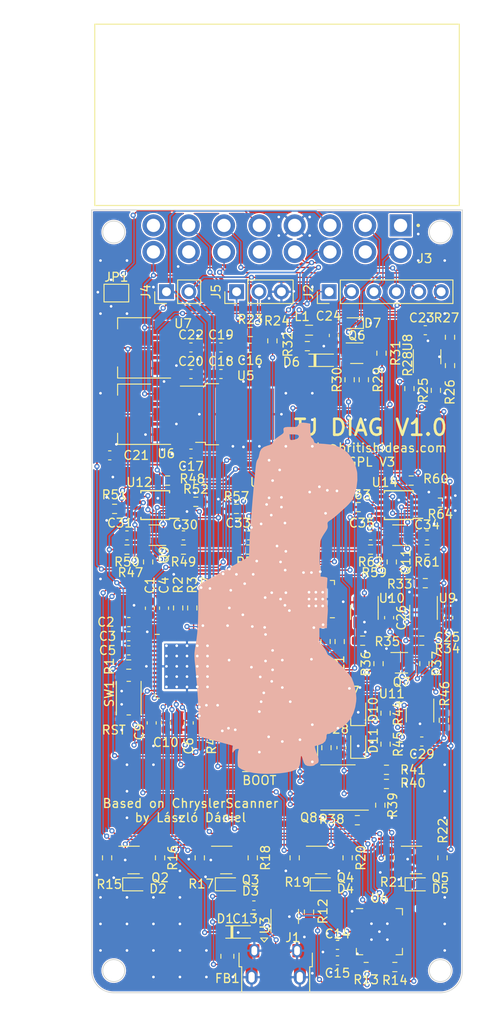
<source format=kicad_pcb>
(kicad_pcb (version 20211014) (generator pcbnew)
  (layers (0 "F.Cu" signal) (31 "B.Cu" signal) (34 "B.Paste" user) (35 "F.Paste" user) (36 "B.SilkS" user "B.Silkscreen") (37 "F.SilkS" user "F.Silkscreen") (38 "B.Mask" user) (39 "F.Mask" user) (44 "Edge.Cuts" user))
  (net 0 "")
  (net 1 "+3V3")
  (net 2 "GND")
  (net 3 "Net-(C8-Pad1)")
  (net 4 "/MCU/~{RESET}")
  (net 5 "VBUS")
  (net 6 "/MCU/V_BA")
  (net 7 "+8V")
  (net 8 "+12V")
  (net 9 "+5V")
  (net 10 "/OBDII/PCI")
  (net 11 "/CCD/CCD-")
  (net 12 "/CCD/CCD+")
  (net 13 "Net-(D2-Pad1)")
  (net 14 "Net-(D2-Pad2)")
  (net 15 "Net-(D3-Pad1)")
  (net 16 "Net-(D3-Pad2)")
  (net 17 "Net-(D4-Pad1)")
  (net 18 "Net-(D4-Pad2)")
  (net 19 "Net-(D5-Pad1)")
  (net 20 "Net-(D5-Pad2)")
  (net 21 "/PCI/PCI")
  (net 22 "Net-(D6-Pad2)")
  (net 23 "/OBDII/CCD-")
  (net 24 "/OBDII/CCD+")
  (net 25 "Net-(FB1-Pad1)")
  (net 26 "Net-(J1-Pad2)")
  (net 27 "Net-(J1-Pad3)")
  (net 28 "/OBDII/SCI_PCM_RX_A-6")
  (net 29 "/OBDII/SCI_PCM_TX_AB_TCM_TX_A-7")
  (net 30 "/OBDII/SCI_TCM_RX_B-9")
  (net 31 "/OBDII/SCI_PCM_RX_B-12")
  (net 32 "/OBDII/SCI_TCM_RX_A-14")
  (net 33 "/OBDII/SCI_TCM_TX_B-15")
  (net 35 "Net-(J3-Pad5)")
  (net 39 "/MCU/RTS")
  (net 40 "/MCU/DTR")
  (net 41 "/MCU/~{BOOT}")
  (net 42 "/LEDs/RX_LED")
  (net 43 "/LEDs/TX_LED")
  (net 44 "/LEDs/PWR_LED")
  (net 45 "/LEDs/ACT_LED")
  (net 46 "Net-(Q6-Pad2)")
  (net 47 "Net-(Q6-Pad5)")
  (net 48 "Net-(Q7-Pad2)")
  (net 49 "Net-(Q7-Pad3)")
  (net 50 "Net-(Q7-Pad5)")
  (net 51 "Net-(Q7-Pad6)")
  (net 52 "Net-(Q8-Pad1)")
  (net 53 "/CCD/TBEN")
  (net 54 "Net-(Q8-Pad3)")
  (net 55 "Net-(Q9-Pad1)")
  (net 56 "Net-(Q9-Pad4)")
  (net 57 "Net-(Q10-Pad1)")
  (net 58 "Net-(Q10-Pad4)")
  (net 59 "Net-(Q11-Pad1)")
  (net 60 "Net-(Q11-Pad4)")
  (net 61 "Net-(R2-Pad1)")
  (net 62 "/MCU/TX0")
  (net 63 "Net-(R3-Pad1)")
  (net 64 "/MCU/RX0")
  (net 65 "Net-(R4-Pad1)")
  (net 66 "/MCU/TX2")
  (net 67 "Net-(R5-Pad1)")
  (net 68 "/MCU/RX2")
  (net 69 "Net-(R6-Pad1)")
  (net 70 "/CCD/TX1")
  (net 71 "Net-(R7-Pad1)")
  (net 72 "/CCD/RX1")
  (net 73 "Net-(R8-Pad2)")
  (net 74 "/MCU/SDA")
  (net 75 "/MCU/SCL")
  (net 76 "Net-(R11-Pad2)")
  (net 77 "Net-(R12-Pad2)")
  (net 78 "Net-(R14-Pad2)")
  (net 79 "Net-(R25-Pad2)")
  (net 80 "Net-(R27-Pad1)")
  (net 81 "/MCU/PCI_RX")
  (net 82 "/MCU/PCI_TX")
  (net 83 "Net-(R34-Pad2)")
  (net 84 "Net-(R35-Pad2)")
  (net 85 "Net-(R44-Pad1)")
  (net 86 "Net-(R45-Pad1)")
  (net 87 "/MCU/RX6_EN")
  (net 88 "/MCU/RX12_EN")
  (net 89 "/MCU/RX14_EN")
  (net 90 "/MCU/RX9_EN")
  (net 91 "/MCU/TX7_EN")
  (net 92 "/MCU/TX15_EN")
  (net 121 "/USB/_D-")
  (net 122 "/USB/_D+")
  (footprint "Package_TO_SOT_SMD:SOT-223-3_TabPin2" (layer "F.Cu") (at 108.85 77.1 180)
    (fp_text reference "U6")
    (fp_text value "TLV76150DCYR")
  )
  (footprint "Resistor_SMD:R_0603_1608Metric" (layer "F.Cu") (at 128.2 92.4 180)
    (fp_text reference "R55")
    (fp_text value "4k7")
  )
  (footprint "Capacitor_SMD:C_0603_1608Metric" (layer "F.Cu") (at 114.4 90.8)
    (fp_text reference "C30")
    (fp_text value "0u1")
  )
  (footprint "Capacitor_SMD:C_0603_1608Metric" (layer "F.Cu") (at 115.25 72.55)
    (fp_text reference "C20")
    (fp_text value "1u")
  )
  (footprint "Capacitor_SMD:C_0603_1608Metric" (layer "F.Cu") (at 115 112 -90)
    (fp_text reference "C6")
    (fp_text value "0u1")
  )
  (footprint "Capacitor_SMD:C_0603_1608Metric" (layer "F.Cu") (at 132.3 110.5 90)
    (fp_text reference "C27")
    (fp_text value "22n")
  )
  (footprint "Resistor_SMD:R_0603_1608Metric" (layer "F.Cu") (at 135.1 139.6 180)
    (fp_text reference "R13")
    (fp_text value "47k")
  )
  (footprint "Resistor_SMD:R_0603_1608Metric" (layer "F.Cu") (at 143.5 87.1)
    (fp_text reference "R64")
    (fp_text value "10k")
  )
  (footprint "Connector_USB:USB_Micro-B_Amphenol_10103594-0001LF_Horizontal" (layer "F.Cu") (at 124.875 139.635)
    (fp_text reference "J1")
    (fp_text value "USB_B_Micro")
  )
  (footprint "Package_TO_SOT_SMD:SOT-23-6" (layer "F.Cu") (at 125.875 133.885 90)
    (fp_text reference "U3")
    (fp_text value "USBLC6-2SC6")
  )
  (footprint "Resistor_SMD:R_0603_1608Metric" (layer "F.Cu") (at 106.6 87.8 180)
    (fp_text reference "R51")
    (fp_text value "10k")
  )
  (footprint "Resistor_SMD:R_0603_1608Metric" (layer "F.Cu") (at 137.4 118.9)
    (fp_text reference "R40")
    (fp_text value "13k")
  )
  (footprint "Resistor_SMD:R_0603_1608Metric" (layer "F.Cu") (at 141.8 96.2 180)
    (fp_text reference "R33")
    (fp_text value "4k7")
  )
  (footprint "Fiducial:Fiducial_0.5mm_Mask1mm" (layer "F.Cu") (at 108 118)
    (fp_text reference "FID1" hide)
    (fp_text value "Fiducial")
  )
  (footprint "Resistor_SMD:R_0805_2012Metric" (layer "F.Cu") (at 119.375 138.385 -90)
    (fp_text reference "FB1")
    (fp_text value "MI0805K400R-10")
  )
  (footprint "Capacitor_SMD:C_0603_1608Metric" (layer "F.Cu") (at 108 90.8 180)
    (fp_text reference "C31")
    (fp_text value "0u1")
  )
  (footprint "Package_TO_SOT_SMD:SOT-363_SC-70-6" (layer "F.Cu") (at 138.8 90.775 180)
    (fp_text reference "Q11")
    (fp_text value "2N7002DW")
  )
  (footprint "Resistor_SMD:R_0603_1608Metric" (layer "F.Cu") (at 137.75 127.25 -90)
    (fp_text reference "R21")
    (fp_text value "10k")
  )
  (footprint "Connector_PinHeader_2.54mm:PinHeader_1x06_P2.54mm_Vertical" (layer "F.Cu") (at 130.9 63.25 90)
    (fp_text reference "J2")
    (fp_text value "SCI")
  )
  (footprint "Package_TO_SOT_SMD:SOT-23-5" (layer "F.Cu") (at 141.6 99.5 -90)
    (fp_text reference "U9")
    (fp_text value "SN74LVC1G14DBV")
  )
  (footprint "Package_TO_SOT_SMD:SOT-363_SC-70-6" (layer "F.Cu") (at 139.1 105.2)
    (fp_text reference "Q7")
    (fp_text value "BSD235CH6327XTSA1")
  )
  (footprint "Connector_PinHeader_2.54mm:PinHeader_1x02_P2.54mm_Vertical" (layer "F.Cu") (at 112.475 63.25 90)
    (fp_text reference "J4")
    (fp_text value "CCD")
  )
  (footprint "Resistor_SMD:R_0603_1608Metric" (layer "F.Cu") (at 134.2 87.6 180)
    (fp_text reference "R63")
    (fp_text value "10k")
  )
  (footprint "Package_DFN_QFN:QFN-24-1EP_4x4mm_P0.5mm_EP2.15x2.15mm_ThermalVias" (layer "F.Cu") (at 129.4 98 180)
    (fp_text reference "U2")
    (fp_text value "PI4IOE5V6416ZDEX")
  )
  (footprint "Jumper:SolderJumper-2_P1.3mm_Open_TrianglePad1.0x1.5mm" (layer "F.Cu") (at 106.8 63.4)
    (fp_text reference "JP1")
    (fp_text value "SGND")
  )
  (footprint "Diode_SMD:D_SOD-523" (layer "F.Cu") (at 133.635 66.8 180)
    (fp_text reference "D7")
    (fp_text value "ESD5B5")
  )
  (footprint "Capacitor_SMD:C_0603_1608Metric" (layer "F.Cu") (at 115.25 69.55)
    (fp_text reference "C22")
    (fp_text value "2u2")
  )
  (footprint "Capacitor_SMD:C_0603_1608Metric" (layer "F.Cu") (at 110.6 99.035 90)
    (fp_text reference "C1")
    (fp_text value "10u")
  )
  (footprint "Resistor_SMD:R_0603_1608Metric" (layer "F.Cu") (at 137.3 114.4 -90)
    (fp_text reference "R45")
    (fp_text value "10k")
  )
  (footprint "Resistor_SMD:R_0603_1608Metric" (layer "F.Cu") (at 141.4 102.7 180)
    (fp_text reference "R34")
    (fp_text value "100")
  )
  (footprint "Resistor_SMD:R_0603_1608Metric" (layer "F.Cu") (at 121.975 67.8)
    (fp_text reference "R23")
    (fp_text value "8k66")
  )
  (footprint "Resistor_SMD:R_0603_1608Metric" (layer "F.Cu") (at 117 99 90)
    (fp_text reference "R7")
    (fp_text value "499")
  )
  (footprint "Capacitor_SMD:C_0603_1608Metric" (layer "F.Cu") (at 108.2 102.2 180)
    (fp_text reference "C3")
    (fp_text value "0u1")
  )
  (footprint "Resistor_SMD:R_0603_1608Metric" (layer "F.Cu") (at 134.835 73.2 90)
    (fp_text reference "R29")
    (fp_text value "10k")
  )
  (footprint "Package_TO_SOT_SMD:SOT-363_SC-70-6" (layer "F.Cu") (at 134.035 70.2)
    (fp_text reference "Q6")
    (fp_text value "BSD235CH6327XTSA1")
  )
  (footprint "Resistor_SMD:R_0603_1608Metric" (layer "F.Cu") (at 124.4 100.2)
    (fp_text reference "R10")
    (fp_text value "4k7")
  )
  (footprint "Resistor_SMD:R_0603_1608Metric" (layer "F.Cu") (at 143 74.4 90)
    (fp_text reference "R25")
    (fp_text value "2k")
  )
  (footprint "Resistor_SMD:R_0603_1608Metric" (layer "F.Cu") (at 140.2 84.6 180)
    (fp_text reference "R60")
    (fp_text value "4k7")
  )
  (footprint "Package_SO:SOIC-8_3.9x4.9mm_P1.27mm" (layer "F.Cu") (at 131.9 119.3 180)
    (fp_text reference "Q8")
    (fp_text value "IRF7324")
  )
  (footprint "Resistor_SMD:R_0603_1608Metric" (layer "F.Cu") (at 108 92.4)
    (fp_text reference "R50")
    (fp_text value "4k7")
  )
  (footprint "Resistor_SMD:R_0603_1608Metric" (layer "F.Cu") (at 121.8 92.4)
    (fp_text reference "R56")
    (fp_text value "4k7")
  )
  (footprint "Capacitor_SMD:C_0603_1608Metric" (layer "F.Cu") (at 135.6 90.8 180)
    (fp_text reference "C35")
    (fp_text value "0u1")
  )
  (footprint "Resistor_SMD:R_0603_1608Metric" (layer "F.Cu") (at 141.7 105.3 90)
    (fp_text reference "R37")
    (fp_text value "360")
  )
  (footprint "LED_SMD:LED_0603_1608Metric" (layer "F.Cu") (at 119.5 130.25)
    (fp_text reference "D3")
    (fp_text value "HSMS-C190")
  )
  (footprint "Resistor_SMD:R_0603_1608Metric" (layer "F.Cu") (at 120.4 87.8 180)
    (fp_text reference "R57")
    (fp_text value "10k")
  )
  (footprint "Britishideas:SOD-123" (layer "F.Cu") (at 128.4 71)
    (fp_text reference "D6")
    (fp_text value "STPS0540Z")
  )
  (footprint "Capacitor_SMD:C_0603_1608Metric" (layer "F.Cu") (at 127.3 102.8 -90)
    (fp_text reference "C11")
    (fp_text value "10u")
  )
  (footprint "ChryslerScanner:COMTECH_C-OBD-II-16M" (layer "F.Cu") (at 139 55.75 180)
    (fp_text reference "J3")
    (fp_text value "C-OBD-II-16M")
  )
  (footprint "Fiducial:Fiducial_0.5mm_Mask1mm" (layer "F.Cu") (at 128 74)
    (fp_text reference "FID3" hide)
    (fp_text value "Fiducial")
  )
  (footprint "Resistor_SMD:R_0603_1608Metric" (layer "F.Cu") (at 108.2 105.4)
    (fp_text reference "R1")
    (fp_text value "10k")
  )
  (footprint "Capacitor_SMD:C_0603_1608Metric" (layer "F.Cu") (at 128.2 90.8)
    (fp_text reference "C32")
    (fp_text value "0u1")
  )
  (footprint "Capacitor_SMD:C_0603_1608Metric" (layer "F.Cu") (at 141.4 114.1 180)
    (fp_text reference "C29")
    (fp_text value "0u1")
  )
  (footprint "Resistor_SMD:R_0603_1608Metric" (layer "F.Cu") (at 130.5 102.8 90)
    (fp_text reference "R8")
    (fp_text value "10k")
  )
  (footprint "Resistor_SMD:R_0603_1608Metric" (layer "F.Cu") (at 114.4 92.4 180)
    (fp_text reference "R49")
    (fp_text value "4k7")
  )
  (footprint "Resistor_SMD:R_0603_1608Metric" (layer "F.Cu") (at 116.25 127.25 -90)
    (fp_text reference "R17")
    (fp_text value "10k")
  )
  (footprint "Resistor_SMD:R_0603_1608Metric" (layer "F.Cu") (at 137.4 117.3)
    (fp_text reference "R41")
    (fp_text value "10k")
  )
  (footprint "Resistor_SMD:R_0603_1608Metric" (layer "F.Cu") (at 133.225 73.2 90)
    (fp_text reference "R30")
    (fp_text value "360")
  )
  (footprint "Resistor_SMD:R_0603_1608Metric" (layer "F.Cu") (at 115.4 99 90)
    (fp_text reference "R3")
    (fp_text value "499")
  )
  (footprint "Resistor_SMD:R_0603_1608Metric" (layer "F.Cu") (at 130.6 114.8 90)
    (fp_text reference "R43")
    (fp_text value "10")
  )
  (footprint "Resistor_SMD:R_0603_1608Metric" (layer "F.Cu") (at 128.625 133.385 -90)
    (fp_text reference "R12")
    (fp_text value "22k")
  )
  (footprint "Package_DFN_QFN:QFN-48-1EP_7x7mm_P0.5mm_EP5.15x5.15mm_ThermalVias" (layer "F.Cu") (at 114.8 105.6)
    (fp_text reference "U1")
    (fp_text value "ESP32-PICO-D4")
  )
  (footprint "Package_TO_SOT_SMD:SOT-363_SC-70-6" (layer "F.Cu") (at 125 90.775 180)
    (fp_text reference "Q10")
    (fp_text value "2N7002DW")
  )
  (footprint "Resistor_SMD:R_0603_1608Metric" (layer "F.Cu") (at 134.7 102.7 180)
    (fp_text reference "R35")
    (fp_text value "100")
  )
  (footprint "Package_TO_SOT_SMD:SOT-223-3_TabPin2" (layer "F.Cu") (at 108.85 69.6 180)
    (fp_text reference "U7")
    (fp_text value "TLV76133DCYR")
  )
  (footprint "LED_SMD:LED_0603_1608Metric" (layer "F.Cu") (at 141 130.25)
    (fp_text reference "D5")
    (fp_text value "HSMS-C190")
  )
  (footprint "Diode_SMD:D_SOD-523" (layer "F.Cu") (at 129 114.6 90)
    (fp_text reference "D9")
    (fp_text value "ESD5B5")
  )
  (footprint "Capacitor_SMD:C_0603_1608Metric" (layer "F.Cu") (at 118.65 69.55)
    (fp_text reference "C19")
    (fp_text value "1u")
  )
  (footprint "Resistor_SMD:R_0603_1608Metric" (layer "F.Cu") (at 111.75 127.25 -90)
    (fp_text reference "R16")
    (fp_text value "120")
  )
  (footprint "Package_TO_SOT_SMD:TO-252-2" (layer "F.Cu") (at 119.35 77.1)
    (fp_text reference "U5")
    (fp_text value "NCV7808BDTRKG")
  )
  (footprint "Diode_SMD:D_SOD-523" (layer "F.Cu") (at 129 110.3 90)
    (fp_text reference "D8")
    (fp_text value "ESD5B5")
  )
  (footprint "Capacitor_SMD:C_0603_1608Metric" (layer "F.Cu") (at 141.8 67.6)
    (fp_text reference "C23")
    (fp_text value "0u1")
  )
  (footprint "Resistor_SMD:R_0603_1608Metric" (layer "F.Cu") (at 138.35 139.6)
    (fp_text reference "R14")
    (fp_text value "4k7")
  )
  (footprint "Capacitor_SMD:C_0603_1608Metric" (layer "F.Cu") (at 131.85 138.85 180)
    (fp_text reference "C15")
    (fp_text value "10u")
  )
  (footprint "Resistor_SMD:R_0603_1608Metric" (layer "F.Cu") (at 136.7 121.3 90)
    (fp_text reference "R39")
    (fp_text value "120")
  )
  (footprint "Resistor_SMD:R_0603_1608Metric" (layer "F.Cu") (at 122.25 127.25 -90)
    (fp_text reference "R18")
    (fp_text value "120")
  )
  (footprint "Resistor_SMD:R_0603_1608Metric" (layer "F.Cu") (at 132.1 102.8 90)
    (fp_text reference "R11")
    (fp_text value "4k7")
  )
  (footprint "Connector_PinHeader_2.54mm:PinHeader_1x03_P2.54mm_Vertical" (layer "F.Cu") (at 120.42 63.25 90)
    (fp_text reference "J5")
    (fp_text value "PCI")
  )
  (footprint "Diode_SMD:D_SOD-323" (layer "F.Cu") (at 134.2 110.8 90)
    (fp_text reference "D10")
    (fp_text value "15V")
  )
  (footprint "Capacitor_SMD:C_0603_1608Metric" (layer "F.Cu") (at 121.8 90.8 180)
    (fp_text reference "C33")
    (fp_text value "0u1")
  )
  (footprint "Resistor_SMD:R_0603_1608Metric" (layer "F.Cu") (at 121.4 102.2)
    (fp_text reference "R6")
    (fp_text value "499")
  )
  (footprint "Capacitor_SMD:C_0603_1608Metric" (layer "F.Cu") (at 131.435 68.2 -90)
    (fp_text reference "C24")
    (fp_text value "470p")
  )
  (footprint "Resistor_SMD:R_0603_1608Metric" (layer "F.Cu") (at 140 74.2 -90)
    (fp_text reference "R28")
    (fp_text value "4k7")
  )
  (footprint "Package_SO:TSSOP-8_3x3mm_P0.65mm" (layer "F.Cu") (at 138.8 87.375 180)
    (fp_text reference "U14")
    (fp_text value "74LVC2G66")
  )
  (footprint "Resistor_SMD:R_0603_1608Metric" (layer "F.Cu") (at 144.6 71.6 90)
    (fp_text reference "R26")
    (fp_text value "8k06")
  )
  (footprint "Resistor_SMD:R_0603_1608Metric" (layer "F.Cu") (at 117.6 112 -90)
    (fp_text reference "R4")
    (fp_text value "499")
  )
  (footprint "Resistor_SMD:R_0603_1608Metric" (layer "F.Cu") (at 130.6 110.5 90)
    (fp_text reference "R42")
    (fp_text value "10")
  )
  (footprint "LED_SMD:LED_0603_1608Metric" (layer "F.Cu") (at 130.25 130.25)
    (fp_text reference "D4")
    (fp_text value "HSMS-C190")
  )
  (footprint "Capacitor_SMD:C_0603_1608Metric" (layer "F.Cu") (at 121.945 69.58 180)
    (fp_text reference "C16")
    (fp_text value "0u1")
  )
  (footprint "Capacitor_SMD:C_0603_1608Metric" (layer "F.Cu") (at 121.4 108)
    (fp_text reference "C8")
    (fp_text value "0u1")
  )
  (footprint "Capacitor_SMD:C_0603_1608Metric" (layer "F.Cu") (at 137.7 100.1 90)
    (fp_text reference "C26")
    (fp_text value "0u1")
  )
  (footprint "Resistor_SMD:R_0603_1608Metric" (layer "F.Cu") (at 136.835 70.2 90)
    (fp_text reference "R31")
    (fp_text value "1k")
  )
  (footprint "Resistor_SMD:R_0603_1608Metric" (layer "F.Cu") (at 105.75 127.25 -90)
    (fp_text reference "R15")
    (fp_text value "10k")
  )
  (footprint "Package_DFN_QFN:QFN-28-1EP_5x5mm_P0.5mm_EP3.35x3.35mm" (layer "F.Cu") (at 136.6 135.6)
    (fp_text reference "U4")
    (fp_text value "CP2102N-Axx-xQFN28")
  )
  (footprint "Package_SO:TSSOP-8_3x3mm_P0.65mm" (layer "F.Cu") (at 125 87.375 180)
    (fp_text reference "U13")
    (fp_text value "74LVC2G66")
  )
  (footprint "Resistor_SMD:R_0603_1608Metric" (layer "F.Cu") (at 115.8 87)
    (fp_text reference "R52")
    (fp_text value "10k")
  )
  (footprint "Resistor_SMD:R_0603_1608Metric" (layer "F.Cu") (at 135.6 92.4)
    (fp_text reference "R62")
    (fp_text value "4k7")
  )
  (footprint "Resistor_SMD:R_0603_1608Metric" (layer "F.Cu") (at 112.6 84.6 180)
    (fp_text reference "R48")
    (fp_text value "4k7")
  )
  (footprint "Package_TO_SOT_SMD:SOT-23-5" (layer "F.Cu") (at 142 70.6 90)
    (fp_text reference "U8")
    (fp_text value "TS391RILT")
  )
  (footprint "Resistor_SMD:R_0603_1608Metric" (layer "F.Cu") (at 138 93.8 90)
    (fp_text reference "R59")
    (fp_text value "4k7")
  )
  (footprint "Package_TO_SOT_SMD:SOT-363_SC-70-6" (layer "F.Cu") (at 111.2 90.775 180)
    (fp_text reference "Q9")
    (fp_text value "2N7002DW")
  )
  (footprint "Fiducial:Fiducial_0.5mm_Mask1mm" (layer "F.Cu") (at 141 133)
    (fp_text reference "FID2" hide)
    (fp_text value "Fiducial")
  )
  (footprint "Resistor_SMD:R_0603_1608Metric" (layer "F.Cu") (at 143.9 111.7 90)
    (fp_text reference "R46")
    (fp_text value "4k7")
  )
  (footprint "Resistor_SMD:R_0603_1608Metric" (layer "F.Cu") (at 144.6 68.4 90)
    (fp_text reference "R27")
    (fp_text value "10k")
  )
  (footprint "Capacitor_SMD:C_0603_1608Metric" (layer "F.Cu") (at 142 90.8)
    (fp_text reference "C34")
    (fp_text value "0u1")
  )
  (footprint "Inductor_SMD:L_0805_2012Metric" (layer "F.Cu") (at 128.635 67.6)
    (fp_text reference "L1")
    (fp_text value "22u")
  )
  (footprint "Resistor_SMD:R_0603_1608Metric" (layer "F.Cu") (at 110.4 93.8 90)
    (fp_text reference "R47")
    (fp_text value "4k7")
  )
  (footprint "Resistor_SMD:R_0603_1608Metric" (layer "F.Cu") (at 113.8 99 90)
    (fp_text reference "R2")
    (fp_text value "499")
  )
  (footprint "Resistor_SMD:R_0603_1608Metric" (layer "F.Cu") (at 126.4 84.6 180)
    (fp_text reference "R54")
    (fp_text value "4k7")
  )
  (footprint "Britishideas:SOD-123" (layer "F.Cu") (at 118.99 135.635)
    (fp_text reference "D1")
    (fp_text value "MBR0520LT1G")
  )
  (footprint "Capacitor_SMD:C_0603_1608Metric" (layer "F.Cu") (at 118.6 99 90)
    (fp_text reference "C7")
    (fp_text value "0u1")
  )
  (footprint "Resistor_SMD:R_0603_1608Metric" (layer "F.Cu") (at 121.4 103.8)
    (fp_text reference "R5")
    (fp_text value "499")
  )
  (footprint "Package_TO_SOT_SMD:SOT-23" (layer "F.Cu") (at 140.75 127.5)
    (fp_text reference "Q5")
    (fp_text value "AO3400A")
  )
  (footprint "EmSA:TL6330 Tactile Switch" (layer "F.Cu") (at 123 116.1)
    (fp_text reference "SW2")
    (fp_text value "BOOT")
  )
  (footprint "Resistor_SMD:R_0603_1608Metric" (layer "F.Cu") (at 143.75 127.25 -90)
    (fp_text reference "R22")
    (fp_text value "120")
  )
  (footprint "Capacitor_SMD:C_0603_1608Metric" (layer "F.Cu") (at 108.2 103.8 180)
    (fp_text reference "C5")
    (fp_text value "0u1")
  )
  (footprint "Resistor_SMD:R_0603_1608Metric" (layer "F.Cu") (at 137.3 110.9 -90)
    (fp_text reference "R44")
    (fp_text value "10k")
  )
  (footprint "Package_TO_SOT_SMD:SOT-23" (layer "F.Cu") (at 108.75 127.5)
    (fp_text reference "Q2")
    (fp_text value "AO3400A")
  )
  (footprint "Capacitor_SMD:C_0603_1608Metric" (layer "F.Cu") (at 106.05 81.75)
    (fp_text reference "C21")
    (fp_text value "2u2")
  )
  (footprint "Resistor_SMD:R_0603_1608Metric" (layer "F.Cu") (at 127 127.25 -90)
    (fp_text reference "R19")
    (fp_text value "10k")
  )
  (footprint "Resistor_SMD:R_0603_1608Metric" (layer "F.Cu") (at 133 127.25 -90)
    (fp_text reference "R20")
    (fp_text value "120")
  )
  (footprint "Package_TO_SOT_SMD:SOT-23" (layer "F.Cu") (at 119.25 127.5)
    (fp_text reference "Q3")
    (fp_text value "AO3400A")
  )
  (footprint "LED_SMD:LED_0603_1608Metric" (layer "F.Cu") (at 109 130.25)
    (fp_text reference "D2")
    (fp_text value "HSMS-C190")
  )
  (footprint "Capacitor_SMD:C_0603_1608Metric" (layer "F.Cu") (at 144.4 100.1 90)
    (fp_text reference "C25")
    (fp_text value "0u1")
  )
  (footprint "Resistor_SMD:R_0603_1608Metric" (layer "F.Cu") (at 125.7 102.8 90)
    (fp_text reference "R9")
    (fp_text value "4k7")
  )
  (footprint "Resistor_SMD:R_0603_1608Metric" (layer "F.Cu") (at 124.475 68.8 90)
    (fp_text reference "R24")
    (fp_text value "1k62")
  )
  (footprint "Package_TO_SOT_SMD:SOT-23-5" (layer "F.Cu") (at 141.2 111.1 -90)
    (fp_text reference "U11")
    (fp_text value "TS391RILT")
  )
  (footprint "Resistor_SMD:R_0603_1608Metric" (layer "F.Cu") (at 129.6 87)
    (fp_text reference "R58")
    (fp_text value "10k")
  )
  (footprint "Capacitor_SMD:C_0603_1608Metric" (layer "F.Cu") (at 115.25 81.55 180)
    (fp_text reference "C17")
    (fp_text value "2u2")
  )
  (footprint "Capacitor_SMD:C_0603_1608Metric" (layer "F.Cu") (at 128.9 102.8 -90)
    (fp_text reference "C12")
    (fp_text value "0u1")
  )
  (footprint "Resistor_SMD:R_0603_1608Metric" (layer "F.Cu") (at 142 92.4 180)
    (fp_text reference "R61")
    (fp_text value "4k7")
  )
  (footprint "Package_TO_SOT_SMD:SOT-23" (layer "F.Cu") (at 130 127.5)
    (fp_text reference "Q4")
    (fp_text value "AO3400A")
  )
  (footprint "Capacitor_SMD:C_0603_1608Metric" (layer "F.Cu") (at 112.4 112 -90)
    (fp_text reference "C10")
    (fp_text value "0u1")
  )
  (footprint "Package_TO_SOT_SMD:SOT-363_SC-70-6" (layer "F.Cu") (at 121.4 110.6 -90)
    (fp_text reference "Q1")
    (fp_text value "UMH3N")
  )
  (footprint "EmSA:TL6330 Tactile Switch" (layer "F.Cu") (at 108.2 109.2 -90)
    (fp_text reference "SW1")
    (fp_text value "RESET")
  )
  (footprint "Resistor_SMD:R_0603_1608Metric" (layer "F.Cu") (at 134.1 123)
    (fp_text reference "R38")
    (fp_text value "13k")
  )
  (footprint "Package_TO_SOT_SMD:SOT-23-5" (layer "F.Cu") (at 134.9 99.5 -90)
    (fp_text reference "U10")
    (fp_text value "SN74LVC1G14DBV")
  )
  (footprint "Capacitor_SMD:C_0603_1608Metric" (layer "F.Cu") (at 122.375 132.635 180)
    (fp_text reference "C13")
    (fp_text value "10n")
  )
  (footprint "Capacitor_SMD:C_0603_1608Metric" (layer "F.Cu") (at 112.2 99.025 90)
    (fp_text reference "C4")
    (fp_text value "0u1")
  )
  (footprint "Capacitor_SMD:C_0603_1608Metric" (layer "F.Cu") (at 108.21 100.6 180)
    (fp_text reference "C2")
    (fp_text value "10u")
  )
  (footprint "Capacitor_SMD:C_0603_1608Metric" (layer "F.Cu") (at 132.3 114.8 90)
    (fp_text reference "C28")
    (fp_text value "22n")
  )
  (footprint "Diode_SMD:D_SOD-323" (layer "F.Cu") (at 134.2 114.5 90)
    (fp_text reference "D11")
    (fp_text value "15V")
  )
  (footprint "Resistor_SMD:R_0603_1608Metric" (layer "F.Cu") (at 136.5 105.3 90)
    (fp_text reference "R36")
    (fp_text value "360")
  )
  (footprint "Capacitor_SMD:C_0603_1608Metric" (layer "F.Cu") (at 131.85 137.1 180)
    (fp_text reference "C14")
    (fp_text value "0u1")
  )
  (footprint "Resistor_SMD:R_0603_1608Metric" (layer "F.Cu") (at 128.435 69.4)
    (fp_text reference "R32")
    (fp_text value "10k")
  )
  (footprint "Capacitor_SMD:C_0603_1608Metric" (layer "F.Cu") (at 118.65 72.55)
    (fp_text reference "C18")
    (fp_text value "0u33")
  )
  (footprint "Resistor_SMD:R_0603_1608Metric" (layer "F.Cu") (at 124.2 93.8 90)
    (fp_text reference "R53")
    (fp_text value "4k7")
  )
  (footprint "Package_SO:TSSOP-8_3x3mm_P0.65mm" (layer "F.Cu") (at 111.2 87.375 180)
    (fp_text reference "U12")
    (fp_text value "74LVC2G66")
  )
  (footprint "Capacitor_SMD:C_0603_1608Metric" (layer "F.Cu") (at 110.8 112 -90)
    (fp_text reference "C9")
    (fp_text value "1u")
  )
  (footprint "ChryslerScanner:JeepSilhouette_40mm" (layer "B.Cu") (at 124.9 97.9 -90)
    (fp_text reference "G***" hide)
    (fp_text value "LOGO" hide)
  )
  (gr_line (start 146 54) (end 146 140) (layer "Edge.Cuts") (width 0.1))
  (gr_circle (center 143.5 140) (end 142.25 140) (layer "Edge.Cuts") (width 0.1) (fill none))
  (gr_circle (center 143.5 56.5) (end 142.25 56.5) (layer "Edge.Cuts") (width 0.1) (fill none))
  (gr_circle (center 106.5 140) (end 105.25 140) (layer "Edge.Cuts") (width 0.1) (fill none))
  (gr_circle (center 106.5 56.5) (end 106.5 55.25) (layer "Edge.Cuts") (width 0.1) (fill none))
  (gr_line (start 106.5 142.5) (end 143.5 142.5) (layer "Edge.Cuts") (width 0.1))
  (gr_arc (start 106.5 142.5) (mid 104.732233 141.767767) (end 104 140) (layer "Edge.Cuts") (width 0.1))
  (gr_line (start 104 54) (end 146 54) (layer "Edge.Cuts") (width 0.1))
  (gr_arc (start 146 140) (mid 145.267767 141.767767) (end 143.5 142.5) (layer "Edge.Cuts") (width 0.1))
  (gr_line (start 104 54) (end 104 140) (layer "Edge.Cuts") (width 0.1))
  (gr_text "andy@britishideas.com\nGPL V3" (at 135.7 81.7) (layer "F.SilkS") (effects (font (size 1 1))))
  (gr_text "Based on ChryslerScanner\nby László Dániel" (at 115.2 121.9) (layer "F.SilkS") (effects (font (size 1 1))))
  (gr_text "BOOT" (at 123 118.5) (layer "F.SilkS") (effects (font (size 1 1))))
  (gr_text "RST" (at 106.5 112.8) (layer "F.SilkS") (effects (font (size 1 1))))
  (gr_text "TJ DIAG V1.0" (at 135.6 78.6) (layer "F.SilkS") (effects (font (size 1.8 1.8) (thickness 0.3))))
  (segment (start 118.6 99.775) (end 123.15 99.775) (width 0.2) (layer "F.Cu") (net 1))
  (segment (start 143.9 112.525) (end 143.9 113.7) (width 0.2) (layer "F.Cu") (net 1))
  (segment (start 137.525 139.6875) (end 137.525 139.6) (width 0.2) (layer "F.Cu") (net 1))
  (segment (start 108.975 102.2) (end 108.975 100.61) (width 0.2) (layer "F.Cu") (net 1))
  (segment (start 133.8515 140.9515) (end 136.261 140.9515) (width 0.2) (layer "F.Cu") (net 1))
  (segment (start 127.3 102.025) (end 127.3 102.1) (width 0.2) (layer "F.Cu") (net 1))
  (segment (start 141.225 90.8) (end 142.825 92.4) (width 0.2) (layer "F.Cu") (net 1))
  (segment (start 137.525 139.725) (end 137.525 139.6) (width 0.2) (layer "F.Cu") (net 1))
  (segment (start 134.15 137.1) (end 132.625 137.1) (width 0.2) (layer "F.Cu") (net 1))
  (segment (start 143.9 92.4) (end 142.825 92.4) (width 0.2) (layer "F.Cu") (net 1))
  (segment (start 108.975 103.8) (end 107.375 105.4) (width 0.2) (layer "F.Cu") (net 1))
  (segment (start 129.15 101.204002) (end 129.172999 101.227001) (width 0.2) (layer "F.Cu") (net 1))
  (segment (start 115.322999 115.777001) (end 115.8 115.3) (width 0.2) (layer "F.Cu") (net 1))
  (segment (start 122.3 89.9) (end 122.1 89.9) (width 0.2) (layer "F.Cu") (net 1))
  (segment (start 110.61 99.8) (end 110.6 99.81) (width 0.2) (layer "F.Cu") (net 1))
  (segment (start 110.6 99.81) (end 109.775 99.81) (width 0.2) (layer "F.Cu") (net 1))
  (segment (start 127.3 102.1) (end 125.775 103.625) (width 0.2) (layer "F.Cu") (net 1))
  (segment (start 137.85 90.775) (end 139.75 90.775) (width 0.2) (layer "F.Cu") (net 1))
  (segment (start 140 75.025) (end 140 75.9) (width 0.2) (layer "F.Cu") (net 1))
  (segment (start 108.975 100.61) (end 108.985 100.6) (width 0.2) (layer "F.Cu") (net 1))
  (segment (start 140.9515 76.8515) (end 143.8485 76.8515) (width 0.2) (layer "F.Cu") (net 1))
  (segment (start 113.4 101.3) (end 112.7 100.6) (width 0.2) (layer "F.Cu") (net 1))
  (segment (start 114.2 101.3) (end 113.4 101.3) (width 0.2) (layer "F.Cu") (net 1))
  (segment (start 127.4 90.775) (end 127.425 90.8) (width 0.2) (layer "F.Cu") (net 1))
  (segment (start 108.975 103.8) (end 108.975 102.2) (width 0.2) (layer "F.Cu") (net 1))
  (segment (start 136.65 88.35) (end 135.75 88.35) (width 0.2) (layer "F.Cu") (net 1))
  (segment (start 136.375 90.8) (end 134.775 92.4) (width 0.2) (layer "F.Cu") (net 1))
  (segment (start 113.05 101.55) (end 113.05 102.1625) (width 0.2) (layer "F.Cu") (net 1))
  (segment (start 129.025 92.4) (end 134.775 92.4) (width 0.2) (layer "F.Cu") (net 1))
  (segment (start 140 75.9) (end 140.9515 76.8515) (width 0.2) (layer "F.Cu") (net 1))
  (segment (start 106.677001 115.777001) (end 115.322999 115.777001) (width 0.2) (layer "F.Cu") (net 1))
  (segment (start 115.225 92.4) (end 120.975 92.4) (width 0.2) (layer "F.Cu") (net 1))
  (segment (start 141.2 90.775) (end 141.225 90.8) (width 0.2) (layer "F.Cu") (net 1))
  (segment (start 123.575 100.2) (end 123.575 101.175) (width 0.2) (layer "F.Cu") (net 1))
  (segment (start 143.8485 76.8515) (end 143.9 76.8) (width 0.2) (layer "F.Cu") (net 1))
  (segment (start 114.55 102.1625) (end 114.55 101.65) (width 0.2) (layer "F.Cu") (net 1))
  (segment (start 130.5 103.625) (end 130.4625 103.625) (width 0.2) (layer "F.Cu") (net 1))
  (segment (start 139 141.2) (end 137.525 139.725) (width 0.2) (layer "F.Cu") (net 1))
  (segment (start 135.75 88.35) (end 135.5 88.6) (width 0.2) (layer "F.Cu") (net 1))
  (segment (start 113.4 101.3) (end 113.3 101.3) (width 0.2) (layer "F.Cu") (net 1))
  (segment (start 122.575 90.8) (end 122.575 90.175) (width 0.2) (layer "F.Cu") (net 1))
  (segment (start 109.05 88.35) (end 109.05 88.65) (width 0.2) (layer "F.Cu") (net 1))
  (segment (start 123.575 101.175) (end 123.6 101.2) (width 0.2) (layer "F.Cu") (net 1))
  (segment (start 109.775 99.81) (end 108.985 100.6) (width 0.2) (layer "F.Cu") (net 1))
  (segment (start 136.4 90.775) (end 136.375 90.8) (width 0.2) (layer "F.Cu") (net 1))
  (segment (start 112.7 100.6) (end 108.985 100.6) (width 0.2) (layer "F.Cu") (net 1))
  (segment (start 115.05 111.175) (end 115 111.225) (width 0.2) (layer "F.Cu") (net 1))
  (segment (start 105.7 69.6) (end 108 69.6) (width 0.2) (layer "F.Cu") (net 1))
  (segment (start 122.6 90.775) (end 122.575 90.8) (width 0.2) (layer "F.Cu") (net 1))
  (segment (start 122.575 90.175) (end 122.3 89.9) (width 0.2) (layer "F.Cu") (net 1))
  (segment (start 136.261 140.9515) (end 137.525 139.6875) (width 0.2) (layer "F.Cu") (net 1))
  (segment (start 115.165032 95.144999) (end 118.887572 95.144999) (width 0.2) (layer "F.Cu") (net 1))
  (segment (start 114.160031 96.15) (end 115.165032 95.144999) (width 0.2) (layer "F.Cu") (net 1))
  (segment (start 127.425 90.8) (end 129.025 92.4) (width 0.2) (layer "F.Cu") (net 1))
  (segment (start 114.475 69.55) (end 114.425 69.6) (width 0.2) (layer "F.Cu") (net 1))
  (segment (start 132.625 139.725) (end 133.8515 140.9515) (width 0.2) (layer "F.Cu") (net 1))
  (segment (start 134.15 136.6) (end 133.125 136.6) (width 0.2) (layer "F.Cu") (net 1))
  (segment (start 125.95 90.775) (end 127.4 90.775) (width 0.2) (layer "F.Cu") (net 1))
  (segment (start 110.25 90.775) (end 112.15 90.775) (width 0.2) (layer "F.Cu") (net 1))
  (segment (start 111.3625 104.35) (end 109.525 104.35) (width 0.2) (layer "F.Cu") (net 1))
  (segment (start 109.525 104.35) (end 108.975 103.8) (width 0.2) (layer "F.Cu") (net 1))
  (segment (start 112.2 99.8) (end 110.61 99.8) (width 0.2) (layer "F.Cu") (net 1))
  (segment (start 125.775 103.625) (end 125.7 103.625) (width 0.2) (layer "F.Cu") (net 1))
  (segment (start 130.4625 103.625) (end 128.9 102.0625) (width 0.2) (layer "F.Cu") (net 1))
  (segment (start 124.05 90.775) (end 122.6 90.775) (width 0.2) (layer "F.Cu") (net 1))
  (segment (start 135.5 90) (end 135.575 90) (width 0.2) (layer "F.Cu") (net 1))
  (segment (start 109.025 103.85) (end 108.975 103.8) (width 0.2) (layer "F.Cu") (net 1))
  (segment (start 106 92.4) (end 107.175 92.4) (width 0.2) (layer "F.Cu") (net 1))
  (segment (start 112.15 90.775) (end 113.6 90.775) (width 0.2) (layer "F.Cu") (net 1))
  (segment (start 121.803677 88.605148) (end 122.058825 88.35) (width 0.2) (layer "F.Cu") (net 1))
  (segment (start 137.85 90.775) (end 136.4 90.775) (width 0.2) (layer "F.Cu") (net 1))
  (segment (start 111.3625 103.85) (end 109.025 103.85) (width 0.2) (layer "F.Cu") (net 1))
  (segment (start 115 111.225) (end 116.175 111.225) (width 0.2) (layer "F.Cu") (net 1))
  (segment (start 106.85 96.15) (end 114.160031 96.15) (width 0.2) (layer "F.Cu") (net 1))
  (segment (start 128.9 102.0625) (end 128.9 102.025) (width 0.2) (layer "F.Cu") (net 1))
  (segment (start 109.05 88.65) (end 108.6 89.1) (width 0.2) (layer "F.Cu") (net 1))
  (segment (start 129.172999 101.752001) (end 129.172999 101.227001) (width 0.2) (layer "F.Cu") (net 1))
  (segment (start 113.6 90.775) (end 113.625 90.8) (width 0.2) (layer "F.Cu") (net 1))
  (segment (start 116.175 111.225) (end 116.2 111.2) (width 0.2) (layer "F.Cu") (net 1))
  (segment (start 109.625 102.85) (end 108.975 102.2) (width 0.2) (layer "F.Cu") (net 1))
  (segment (start 130.15 99.9375) (end 130.15 100.831382) (width 0.2) (layer "F.Cu") (net 1))
  (segment (start 108 69.6) (end 108.1 69.7) (width 0.2) (layer "F.Cu") (net 1))
  (segment (start 139.75 90.775) (end 141.2 90.775) (width 0.2) (layer "F.Cu") (net 1))
  (segment (start 108.775 90.8) (end 107.175 92.4) (width 0.2) (layer "F.Cu") (net 1))
  (segment (start 122.058825 88.35) (end 122.85 88.35) (width 0.2) (layer "F.Cu") (net 1))
  (segment (start 123.15 99.775) (end 123.575 100.2) (width 0.2) (layer "F.Cu") (net 1))
  (segment (start 118.6 100.4) (end 118.6 99.775) (width 0.2) (layer "F.Cu") (net 1))
  (segment (start 105.7 69.6) (end 112 69.6) (width 0.2) (layer "F.Cu") (net 1))
  (segment (start 117.55 102.1625) (end 117.55 101.45) (width 0.2) (layer "F.Cu") (net 1))
  (segment (start 129.15 99.9375) (end 129.15 101.204002) (width 0.2) (layer "F.Cu") (net 1))
  (segment (start 128.9 102.025) (end 127.3 102.025) (width 0.2) (layer "F.Cu") (net 1))
  (segment (start 113.625 90.8) (end 115.225 92.4) (width 0.2) (layer "F.Cu") (net 1))
  (segment (start 132.625 138.85) (end 132.625 139.725) (width 0.2) (layer "F.Cu") (net 1))
  (segment (start 114.425 69.6) (end 112 69.6) (width 0.2) (layer "F.Cu") (net 1))
  (segment (start 110.225 90.8) (end 110.25 90.775) (width 0.2) (layer "F.Cu") (net 1))
  (segment (start 133.125 136.6) (end 132.625 137.1) (width 0.2) (layer "F.Cu") (net 1))
  (segment (start 106.6 115.7) (end 106.677001 115.777001) (width 0.2) (layer "F.Cu") (net 1))
  (segment (start 130.15 100.831382) (end 130.216208 100.89759) (width 0.2) (layer "F.Cu") (net 1))
  (segment (start 113.3 101.3) (end 113.05 101.55) (width 0.2) (layer "F.Cu") (net 1))
  (segment (start 122.575 90.8) (end 120.975 92.4) (width 0.2) (layer "F.Cu") (net 1))
  (segment (start 125.6 104.9) (end 125.6 103.725) (width 0.2) (layer "F.Cu") (net 1))
  (segment (start 124.05 90.775) (end 125.95 90.775) (width 0.2) (layer "F.Cu") (net 1))
  (segment (start 108.6 89.1) (end 107.8 89.1) (width 0.2) (layer "F.Cu") (net 1))
  (segment (start 115.05 109.0375) (end 115.05 111.175) (width 0.2) (layer "F.Cu") (net 1))
  (segment (start 125.6 103.725) (end 125.7 103.625) (width 0.2) (layer "F.Cu") (net 1))
  (segment (start 106.916754 105.858246) (end 106.4275 105.858246) (width 0.2) (layer "F.Cu") (net 1))
  (segment (start 117.55 101.45) (end 118.6 100.4) (width 0.2) (layer "F.Cu") (net 1))
  (segment (start 114.55 101.65) (end 114.2 101.3) (width 0.2) (layer "F.Cu") (net 1))
  (segment (start 142.625 96.2) (end 143.9 96.2) (width 0.2) (layer "F.Cu") (net 1))
  (segment (start 140.5 141.2) (end 139 141.2) (width 0.2) (layer "F.Cu") (net 1))
  (segment (start 132.1 103.625) (end 130.5 103.625) (width 0.2) (layer "F.Cu") (net 1))
  (segment (start 107.375 105.4) (end 106.916754 105.858246) (width 0.2) (layer "F.Cu") (net 1))
  (segment (start 111.3625 102.85) (end 109.625 102.85) (width 0.2) (layer "F.Cu") (net 1))
  (segment (start 132.625 138.85) (end 132.625 137.1) (width 0.2) (layer "F.Cu") (net 1))
  (segment (start 128.9 102.025) (end 129.172999 101.752001) (width 0.2) (layer "F.Cu") (net 1))
  (segment (start 108.775 90.8) (end 110.225 90.8) (width 0.2) (layer "F.Cu") (net 1))
  (segment (start 135.575 90) (end 136.375 90.8) (width 0.2) (layer "F.Cu") (net 1))
  (via (at 115.8 115.3) (size 0.6) (drill 0.3) (layers "F.Cu" "B.Cu") (net 1))
  (via (at 123.6 101.2) (size 0.6) (drill 0.3) (layers "F.Cu" "B.Cu") (net 1))
  (via (at 140.5 141.2) (size 0.6) (drill 0.3) (layers "F.Cu" "B.Cu") (net 1))
  (via (at 108.1 69.7) (size 0.6) (drill 0.3) (layers "F.Cu" "B.Cu") (net 1))
  (via (at 107.8 89.1) (size 0.6) (drill 0.3) (layers "F.Cu" "B.Cu") (net 1))
  (via (at 106.4275 105.858246) (size 0.6) (drill 0.3) (layers "F.Cu" "B.Cu") (net 1))
  (via (at 135.5 88.6) (size 0.6) (drill 0.3) (layers "F.Cu" "B.Cu") (net 1))
  (via (at 143.9 92.4) (size 0.6) (drill 0.3) (layers "F.Cu" "B.Cu") (net 1))
  (via (at 130.216208 100.89759) (size 0.6) (drill 0.3) (layers "F.Cu" "B.Cu") (net 1))
  (via (at 106.85 96.15) (size 0.6) (drill 0.3) (layers "F.Cu" "B.Cu") (net 1))
  (via (at 125.6 104.9) (size 0.6) (drill 0.3) (layers "F.Cu" "B.Cu") (net 1))
  (via (at 116.2 111.2) (size 0.6) (drill 0.3) (layers "F.Cu" "B.Cu") (net 1))
  (via (at 135.5 90) (size 0.6) (drill 0.3) (layers "F.Cu" "B.Cu") (net 1))
  (via (at 106 92.4) (size 0.6) (drill 0.3) (layers "F.Cu" "B.Cu") (net 1))
  (via (at 143.9 96.2) (size 0.6) (drill 0.3) (layers "F.Cu" "B.Cu") (net 1))
  (via (at 121.803677 88.605148) (size 0.6) (drill 0.3) (layers "F.Cu" "B.Cu") (net 1))
  (via (at 121.125 99.775) (size 0.6) (drill 0.3) (layers "F.Cu" "B.Cu") (net 1))
  (via (at 106.6 115.7) (size 0.6) (drill 0.3) (layers "F.Cu" "B.Cu") (net 1))
  (via (at 129.172999 101.227001) (size 0.6) (drill 0.3) (layers "F.Cu" "B.Cu") (net 1))
  (via (at 118.887572 95.144999) (size 0.6) (drill 0.3) (layers "F.Cu" "B.Cu") (net 1))
  (via (at 122.1 89.9) (size 0.6) (drill 0.3) (layers "F.Cu" "B.Cu") (net 1))
  (via (at 143.9 76.8) (size 0.6) (drill 0.3) (layers "F.Cu" "B.Cu") (net 1))
  (via (at 143.9 113.7) (size 0.6) (drill 0.3) (layers "F.Cu" "B.Cu") (net 1))
  (segment (start 106 92.4) (end 106 95.3) (width 0.2) (layer "B.Cu") (net 1))
  (segment (start 108.1 88.8) (end 107.8 89.1) (width 0.2) (layer "B.Cu") (net 1))
  (segment (start 121.125 97.425) (end 118.887572 95.187572) (width 0.2) (layer "B.Cu") (net 1))
  (segment (start 143.9 96.2) (end 143.9 92.4) (width 0.2) (layer "B.Cu") (net 1))
  (segment (start 123.679939 101.2) (end 125.6 103.120061) (width 0.2) (layer "B.Cu") (net 1))
  (segment (start 107.6 104.685746) (end 106.4275 105.858246) (width 0.2) (layer "B.Cu") (net 1))
  (segment (start 106 92.4) (end 106 90.9) (width 0.2) (layer "B.Cu") (net 1))
  (segment (start 143.8 96.3) (end 143.8 113.6) (width 0.2) (layer "B.Cu") (net 1))
  (segment (start 129.50241 100.89759) (end 130.216208 100.89759) (width 0.2) (layer "B.Cu") (net 1))
  (segment (start 106 90.9) (end 107.8 89.1) (width 0.2) (layer "B.Cu") (net 1))
  (segment (start 121.125 99.775) (end 121.125 97.425) (width 0.2) (layer "B.Cu") (net 1))
  (segment (start 143.9 76.8) (end 143.9 92.4) (width 0.2) (layer "B.Cu") (net 1))
  (segment (start 122.1 89.9) (end 122.1 88.901471) (width 0.2) (layer "B.Cu") (net 1))
  (segment (start 106.4275 105.858246) (end 106.4275 115.5275) (width 0.2) (layer "B.Cu") (net 1))
  (segment (start 140.5 141.2) (end 140.5 117.1) (width 0.2) (layer "B.Cu") (net 1))
  (segment (start 107.6 96.9) (end 107.6 104.685746) (width 0.2) (layer "B.Cu") (net 1))
  (segment (start 140.5 117.1) (end 143.9 113.7) (width 0.2) (layer "B.Cu") (net 1))
  (segment (start 135.5 88.6) (end 135.5 90) (width 0.2) (layer "B.Cu") (net 1))
  (segment (start 122.1 88.901471) (end 121.803677 88.605148) (width 0.2) (layer "B.Cu") (net 1))
  (segment (start 106.4275 115.5275) (end 106.6 115.7) (width 0.2) (layer "B.Cu") (net 1))
  (segment (start 129.172999 101.227001) (end 129.50241 100.89759) (width 0.2) (layer "B.Cu") (net 1))
  (segment (start 118.887572 95.187572) (end 118.887572 95.144999) (width 0.2) (layer "B.Cu") (net 1))
  (segment (start 123.6 101.2) (end 123.679939 101.2) (width 0.2) (layer "B.Cu") (net 1))
  (segment (start 106.85 96.15) (end 107.6 96.9) (width 0.2) (layer "B.Cu") (net 1))
  (segment (start 143.8 113.6) (end 143.9 113.7) (width 0.2) (layer "B.Cu") (net 1))
  (segment (start 143.9 96.2) (end 143.8 96.3) (width 0.2) (layer "B.Cu") (net 1))
  (segment (start 106 95.3) (end 106.85 96.15) (width 0.2) (layer "B.Cu") (net 1))
  (segment (start 125.6 103.120061) (end 125.6 104.9) (width 0.2) (layer "B.Cu") (net 1))
  (segment (start 116.2 114.9) (end 115.8 115.3) (width 0.2) (layer "B.Cu") (net 1))
  (segment (start 116.2 111.2) (end 116.2 114.9) (width 0.2) (layer "B.Cu") (net 1))
  (segment (start 108.1 69.7) (end 108.1 88.8) (width 0.2) (layer "B.Cu") (net 1))
  (segment (start 129.65 96.0625) (end 129.65 95.15) (width 0.2) (layer "F.Cu") (net 2))
  (segment (start 129.65 95.15) (end 129.9 94.9) (width 0.2) (layer "F.Cu") (net 2))
  (via (at 144 116.725) (size 0.6) (drill 0.3) (layers "F.Cu" "B.Cu") (net 2))
  (via (at 139.8 127.4) (size 0.6) (drill 0.3) (layers "F.Cu" "B.Cu") (net 2))
  (via (at 128.7 54.8) (size 0.6) (drill 0.3) (layers "F.Cu" "B.Cu") (net 2))
  (via (at 113.6 78.2) (size 0.6) (drill 0.3) (layers "F.Cu" "B.Cu") (net 2))
  (via (at 139.2 114.6) (size 0.6) (drill 0.3) (layers "F.Cu" "B.Cu") (net 2))
  (via (at 123 71.725) (size 0.6) (drill 0.3) (layers "F.Cu" "B.Cu") (net 2))
  (via (at 129 77.725) (size 0.6) (drill 0.3) (layers "F.Cu" "B.Cu") (net 2))
  (via (at 134.4 108) (size 0.6) (drill 0.3) (layers "F.Cu" "B.Cu") (net 2))
  (via (at 128.1 136.2) (size 0.6) (drill 0.3) (layers "F.Cu" "B.Cu") (net 2))
  (via (at 107.4 108.4) (size 0.6) (drill 0.3) (layers "F.Cu" "B.Cu") (net 2))
  (via (at 120.6 135.7) (size 0.6) (drill 0.3) (layers "F.Cu" "B.Cu") (net 2))
  (via (at 116 68.2) (size 0.6) (drill 0.3) (layers "F.Cu" "B.Cu") (net 2))
  (via (at 108 59.725) (size 0.6) (drill 0.3) (layers "F.Cu" "B.Cu") (net 2))
  (via (at 132.5 98.3) (size 0.6) (drill 0.3) (layers "F.Cu" "B.Cu") (net 2))
  (via (at 121.2 70.9) (size 0.6) (drill 0.3) (layers "F.Cu" "B.Cu") (net 2))
  (via (at 144 119.725) (size 0.6) (drill 0.3) (layers "F.Cu" "B.Cu") (net 2))
  (via (at 143.4 70.6) (size 0.6) (drill 0.3) (layers "F.Cu" "B.Cu") (net 2))
  (via (at 129 80.725) (size 0.6) (drill 0.3) (layers "F.Cu" "B.Cu") (net 2))
  (via (at 123.1 106.8) (size 0.6) (drill 0.3) (layers "F.Cu" "B.Cu") (net 2))
  (via (at 108 137.725) (size 0.6) (drill 0.3) (layers "F.Cu" "B.Cu") (net 2))
  (via (at 106.2 61.9) (size 0.6) (drill 0.3) (layers "F.Cu" "B.Cu") (net 2))
  (via (at 138.8 129.7) (size 0.6) (drill 0.3) (layers "F.Cu" "B.Cu") (net 2))
  (via (at 107.8 127.5) (size 0.6) (drill 0.3) (layers "F.Cu" "B.Cu") (net 2))
  (via (at 120.4 89.2) (size 0.6) (drill 0.3) (layers "F.Cu" "B.Cu") (net 2))
  (via (at 139.6 118.9) (size 0.6) (drill 0.3) (layers "F.Cu" "B.Cu") (net 2))
  (via (at 134.2 114.6) (size 0.6) (drill 0.3) (layers "F.Cu" "B.Cu") (net 2))
  (via (at 120 140.725) (size 0.6) (drill 0.3) (layers "F.Cu" "B.Cu") (net 2))
  (via (at 139.6 117.3) (size 0.6) (drill 0.3) (layers "F.Cu" "B.Cu") (net 2))
  (via (at 142.1 66.4) (size 0.6) (drill 0.3) (layers "F.Cu" "B.Cu") (net 2))
  (via (at 125.6 68) (size 0.6) (drill 0.3) (layers "F.Cu" "B.Cu") (net 2))
  (via (at 123 110.725) (size 0.6) (drill 0.3) (layers "F.Cu" "B.Cu") (net 2))
  (via (at 144 137.725) (size 0.6) (drill 0.3) (layers "F.Cu" "B.Cu") (net 2))
  (via (at 111 114.6) (size 0.6) (drill 0.3) (layers "F.Cu" "B.Cu") (net 2))
  (via (at 106.5 129.5) (size 0.6) (drill 0.3) (layers "F.Cu" "B.Cu") (net 2))
  (via (at 110.3 101.7) (size 0.6) (drill 0.3) (layers "F.Cu" "B.Cu") (net 2))
  (via (at 111.5 86.6) (size 0.6) (drill 0.3) (layers "F.Cu" "B.Cu") (net 2))
  (via (at 114 137.725) (size 0.6) (drill 0.3) (layers "F.Cu" "B.Cu") (net 2))
  (via (at 129.9 94.9) (size 0.6) (drill 0.3) (layers "F.Cu" "B.Cu") (net 2))
  (via (at 141 56.725) (size 0.6) (drill 0.3) (layers "F.Cu" "B.Cu") (net 2))
  (via (at 105 74.725) (size 0.6) (drill 0.3) (layers "F.Cu" "B.Cu") (net 2))
  (via (at 105.7 86.5) (size 0.6) (drill 0.3) (layers "F.Cu" "B.Cu") (net 2))
  (via (at 130.2 137.9) (size 0.6) (drill 0.3) (layers "F.Cu" "B.Cu") (net 2))
  (via (at 134.1 138.1) (size 0.6) (drill 0.3) (layers "F.Cu" "B.Cu") (net 2))
  (via (at 126 74.725) (size 0.6) (drill 0.3) (layers "F.Cu" "B.Cu") (net 2))
  (via (at 130.7 135.8) (size 0.6) (drill 0.3) (layers "F.Cu" "B.Cu") (net 2))
  (via (at 105 131.725) (size 0.6) (drill 0.3) (layers "F.Cu" "B.Cu") (net 2))
  (via (at 108 134.725) (size 0.6) (drill 0.3) (layers "F.Cu" "B.Cu") (net 2))
  (via (at 114 89.725) (size 0.6) (drill 0.3) (layers "F.Cu" "B.Cu") (net 2))
  (via (at 124.1 64) (size 0.6) (drill 0.3) (layers "F.Cu" "B.Cu") (net 2))
  (via (at 141 74.725) (size 0.6) (drill 0.3) (layers "F.Cu" "B.Cu") (net 2))
  (via (at 145.3 98.1) (size 0.6) (drill 0.3) (layers "F.Cu" "B.Cu") (net 2))
  (via (at 106.8 80.5) (size 0.6) (drill 0.3) (layers "F.Cu" "B.Cu") (net 2))
  (via (at 129 112.2) (size 0.6) (drill 0.3) (layers "F.Cu" "B.Cu") (net 2))
  (via (at 131.9 112.6) (size 0.6) (drill 0.3) (layers "F.Cu" "B.Cu") (net 2))
  (via (at 136.7 128.9) (size 0.6) (drill 0.3) (layers "F.Cu" "B.Cu") (net 2))
  (via (at 137.7 97.8) (size 0.6) (drill 0.3) (layers "F.Cu" "B.Cu") (net 2))
  (via (at 120 80.725) (size 0.6) (drill 0.3) (layers "F.Cu" "B.Cu") (net 2))
  (via (at 145.2 88) (size 0.6) (drill 0.3) (layers "F.Cu" "B.Cu") (net 2))
  (via (at 121.2 73.4) (size 0.6) (drill 0.3) (layers "F.Cu" "B.Cu") (net 2))
  (via (at 142.1 94.3) (size 0.6) (drill 0.3) (layers "F.Cu" "B.Cu") (net 2))
  (via (at 128.9 104.8) (size 0.6) (drill 0.3) (layers "F.Cu" "B.Cu") (net 2))
  (via (at 107.4 112.8) (size 0.6) (drill 0.3) (layers "F.Cu" "B.Cu") (net 2))
  (via (at 140.6 115.5) (size 0.6) (drill 0.3) (layers "F.Cu" "B.Cu") (net 2))
  (via (at 142.8 89.5) (size 0.6) (drill 0.3) (layers "F.Cu" "B.Cu") (net 2))
  (via (at 144 74.725) (size 0.6) (drill 0.3) (layers "F.Cu" "B.Cu") (net 2))
  (via (at 114 128.725) (size 0.6) (drill 0.3) (layers "F.Cu" "B.Cu") (net 2))
  (via (at 135 103.9) (size 0.6) (drill 0.3) (layers "F.Cu" "B.Cu") (net 2))
  (via (at 132 128.725) (size 0.6) (drill 0.3) (layers "F.Cu" "B.Cu") (net 2))
  (via (at 125.2 54.8) (size 0.6) (drill 0.3) (layers "F.Cu" "B.Cu") (net 2))
  (via (at 137.4 103.6) (size 0.6) (drill 0.3) (layers "F.Cu" "B.Cu") (net 2))
  (via (at 112 81.1) (size 0.6) (drill 0.3) (layers "F.Cu" "B.Cu") (net 2))
  (via (at 141.2 112.1) (size 0.6) (drill 0.3) (layers "F.Cu" "B.Cu") (net 2))
  (via (at 125.5 77.1) (size 0.6) (drill 0.3) (layers "F.Cu" "B.Cu") (net 2))
  (via (at 105 59.725) (size 0.6) (drill 0.3) (layers "F.Cu" "B.Cu") (net 2))
  (via (at 134.9 100.6) (size 0.6) (drill 0.3) (layers "F.Cu" "B.Cu") (net 2))
  (via (at 136.6 135.6) (size 0.6) (drill 0.3) (layers "F.Cu" "B.Cu") (net 2))
  (via (at 123 80.725) (size 0.6) (drill 0.3) (layers "F.Cu" "B.Cu") (net 2))
  (via (at 129 74.725) (size 0.6) (drill 0.3) (layers "F.Cu" "B.Cu") (net 2))
  (via (at 125.5 86.5) (size 0.6) (drill 0.3) (layers "F.Cu" "B.Cu") (net 2))
  (via (at 135.7 136.5) (size 0.6) (drill 0.3) (layers "F.Cu" "B.Cu") (net 2))
  (via (at 119.4 68.2) (size 0.6) (drill 0.3) (layers "F.Cu" "B.Cu") (net 2))
  (via (at 119.4 101) (size 0.6) (drill 0.3) (layers "F.Cu" "B.Cu") (net 2))
  (via (at 120.3 87) (size 0.6) (drill 0.3) (layers "F.Cu" "B.Cu") (net 2))
  (via (at 142.2 85.9) (size 0.6) (drill 0.3) (layers "F.Cu" "B.Cu") (net 2))
  (via (at 144 134.725) (size 0.6) (drill 0.3) (layers "F.Cu" "B.Cu") (net 2))
  (via (at 111 134.725) (size 0.6) (drill 0.3) (layers "F.Cu" "B.Cu") (net 2))
  (via (at 117 137.725) (size 0.6) (drill 0.3) (layers "F.Cu" "B.Cu") (net 2))
  (via (at 134.2 110.8) (size 0.6) (drill 0.3) (layers "F.Cu" "B.Cu") (net 2))
  (via (at 111 131.725) (size 0.6) (drill 0.3) (layers "F.Cu" "B.Cu") (net 2))
  (via (at 108 116.725) (size 0.6) (drill 0.3) (layers "F.Cu" "B.Cu") (net 2))
  (via (at 114 131.725) (size 0.6) (drill 0.3) (layers "F.Cu" "B.Cu") (net 2))
  (via (at 134.3 68) (size 0.6) (drill 0.3) (layers "F.Cu" "B.Cu") (net 2))
  (via (at 106.4 84.2) (size 0.6) (drill 0.3) (layers "F.Cu" "B.Cu") (net 2))
  (via (at 129 62.725) (size 0.6) (drill 0.3) (layers "F.Cu" "B.Cu") (net 2))
  (via (at 137.5 136.5) (size 0.6) (drill 0.3) (layers "F.Cu" "B.Cu") (net 2))
  (via (at 110.1 79.4) (size 0.6) (drill 0.3) (layers "F.Cu" "B.Cu") (net 2))
  (via (at 131.1 140.2) (size 0.6) (drill 0.3) (layers "F.Cu" "B.Cu") (net 2))
  (via (at 110.2 105.6) (size 0.6) (drill 0.3) (layers "F.Cu" "B.Cu") (net 2))
  (via (at 117.5 127.5) (size 0.6) (drill 0.3) (layers "F.Cu" "B.Cu") (net 2))
  (via (at 144 59.725) (size 0.6) (drill 0.3) (layers "F.Cu" "B.Cu") (net 2))
  (via (at 138.8 86.8) (size 0.6) (drill 0.3) (layers "F.Cu" "B.Cu") (net 2))
  (via (at 116 70.9) (size 0.6) (drill 0.3) (layers "F.Cu" "B.Cu") (net 2))
  (via (at 111 137.725) (size 0.6) (drill 0.3) (layers "F.Cu" "B.Cu") (net 2))
  (via (at 111 62.725) (size 0.6) (drill 0.3) (layers "F.Cu" "B.Cu") (net 2))
  (via (at 126 80.725) (size 0.6) (drill 0.3) (layers "F.Cu" "B.Cu") (net 2))
  (via (at 135 101.725) (size 0.6) (drill 0.3) (layers "F.Cu" "B.Cu") (net 2))
  (via (at 120.4 95.2) (size 0.6) (drill 0.3) (layers "F.Cu" "B.Cu") (net 2))
  (via (at 128.7 56.9) (size 0.6) (drill 0.3) (layers "F.Cu" "B.Cu") (net 2))
  (via (at 126.4 99.3) (size 0.6) (drill 0.3) (layers "F.Cu" "B.Cu") (net 2))
  (via (at 113.8 60.4) (size 0.6) (drill 0.3) (layers "F.Cu" "B.Cu") (net 2))
  (via (at 107.4 109.9) (size 0.6) (drill 0.3) (layers "F.Cu" "B.Cu") (net 2))
  (via (at 105 65.725) (size 0.6) (drill 0.3) (layers "F.Cu" "B.Cu") (net 2))
  (via (at 129 140.3) (size 0.6) (drill 0.3) (layers "F.Cu" "B.Cu") (net 2))
  (via (at 126.4 133.9) (size 0.6) (drill 0.3) (layers "F.Cu" "B.Cu") (net 2))
  (via (at 134.6 89.3) (size 0.6) (drill 0.3) (layers "F.Cu" "B.Cu") (net 2))
  (via (at 108 122.725) (size 0.6) (drill 0.3) (layers "F.Cu" "B.Cu") (net 2))
  (via (at 106.2 64.9) (size 0.6) (drill 0.3) (layers "F.Cu" "B.Cu") (net 2))
  (via (at 135 77.725) (size 0.6) (drill 0.3) (layers "F.Cu" "B.Cu") (net 2))
  (via (at 108.8 98.7) (size 0.6) (drill 0.3) (layers "F.Cu" "B.Cu") (net 2))
  (via (at 114.5 83) (size 0.6) (drill 0.3) (layers "F.Cu" "B.Cu") (net 2))
  (via (at 108 131.725) (size 0.6) (drill 0.3) (layers "F.Cu" "B.Cu") (net 2))
  (via (at 114 140.725) (size 0.6) (drill 0.3) (layers "F.Cu" "B.Cu") (net 2))
  (via (at 104.7 63.3) (size 0.6) (drill 0.3) (layers "F.Cu" "B.Cu") (net 2))
  (via (at 129 116.4) (size 0.6) (drill 0.3) (layers "F.Cu" "B.Cu") (net 2))
  (via (at 144 122.725) (size 0.6) (drill 0.3) (layers "F.Cu" "B.Cu") (net 2))
  (via (at 112.2 73.4) (size 0.6) (drill 0.3) (layers "F.Cu" "B.Cu") (net 2))
  (via (at 105 137.725) (size 0.6) (drill 0.3) (layers "F.Cu" "B.Cu") (net 2))
  (via (at 133.5 133.3) (size 0.6) (drill 0.3) (layers "F.Cu" "B.Cu") (net 2))
  (via (at 105.7 89.1) (size 0.6) (drill 0.3) (layers "F.Cu" "B.Cu") (net 2))
  (via (at 115.7 86) (size 0.6) (drill 0.3) (layers "F.Cu" "B.Cu") (net 2))
  (via (at 144 131.725) (size 0.6) (drill 0.3) (layers "F.Cu" "B.Cu") (net 2))
  (via (at 111 140.725) (size 0.6) (drill 0.3) (layers "F.Cu" "B.Cu") (net 2))
  (via (at 116.9 129.4) (size 0.6) (drill 0.3) (layers "F.Cu" "B.Cu") (net 2))
  (via (at 105 95.725) (size 0.6) (drill 0.3) (layers "F.Cu" "B.Cu") (net 2))
  (via (at 108 119.725) (size 0.6) (drill 0.3) (layers "F.Cu" "B.Cu") (net 2))
  (via (at 137.5 134.7) (size 0.6) (drill 0.3) (layers "F.Cu" "B.Cu") (net 2))
  (via (at 113.1 81.6) (size 0.6) (drill 0.3) (layers "F.Cu" "B.Cu") (net 2))
  (via (at 114.8 88.1) (size 0.6) (drill 0.3) (layers "F.Cu" "B.Cu") (net 2))
  (via (at 130.3 69.4) (size 0.6) (drill 0.3) (layers "F.Cu" "B.Cu") (net 2))
  (via (at 126 128.725) (size 0.6) (drill 0.3) (layers "F.Cu" "B.Cu") (net 2))
  (via (at 113.3 95.2) (size 0.6) (drill 0.3) (layers "F.Cu" "B.Cu") (net 2))
  (via (at 118.3515 86.7) (size 0.6) (drill 0.3) (layers "F.Cu" "B.Cu") (net 2))
  (via (at 130.7 85.7) (size 0.6) (drill 0.3) (layers "F.Cu" "B.Cu") (net 2))
  (via (at 135.7 134.7) (size 0.6) (drill 0.3) (layers "F.Cu" "B.Cu") (net 2))
  (via (at 140 97.2) (size 0.6) (drill 0.3) (layers "F.Cu" "B.Cu") (net 2))
  (via (at 145.2 86.3) (size 0.6) (drill 0.3) (layers "F.Cu" "B.Cu") (net 2))
  (via (at 138 122.725) (size 0.6) (drill 0.3) (layers "F.Cu" "B.Cu") (net 2))
  (via (at 136 72.4) (size 0.6) (drill 0.3) (layers "F.Cu" "B.Cu") (net 2))
  (via (at 130.5 88.3) (size 0.6) (drill 0.3) (layers "F.Cu" "B.Cu") (net 2))
  (via (at 116.2 77.1) (size 0.6) (drill 0.3) (layers "F.Cu" "B.Cu") (net 2))
  (via (at 135.6 66.8) (size 0.6) (drill 0.3) (layers "F.Cu" "B.Cu") (net 2))
  (via (at 111 116.725) (size 0.6) (drill 0.3) (layers "F.Cu" "B.Cu") (net 2))
  (via (at 144 65.725) (size 0.6) (drill 0.3) (layers "F.Cu" "B.Cu") (net 2))
  (via (at 122.1 105.7) (size 0.6) (drill 0.3) (layers "F.Cu" "B.Cu") (net 2))
  (via (at 142.1 68.8) (size 0.6) (drill 0.3) (layers "F.Cu" "B.Cu") (net 2))
  (via (at 121.2 80.8) (size 0.6) (drill 0.3) (layers "F.Cu" "B.Cu") (net 2))
  (via (at 114 122.725) (size 0.6) (drill 0.3) (layers "F.Cu" "B.Cu") (net 2))
  (via (at 123 115.3) (size 0.6) (drill 0.3) (layers "F.Cu" "B.Cu") (net 2))
  (via (at 126.9 63.2) (size 0.6) (drill 0.3) (layers "F.Cu" "B.Cu") (net 2))
  (via (at 135.8 114.2) (size 0.6) (drill 0.3) (layers "F.Cu" "B.Cu") (net 2))
  (via (at 105 134.725) (size 0.6) (drill 0.3) (layers "F.Cu" "B.Cu") (net 2))
  (via (at 115 127.4) (size 0.6) (drill 0.3) (layers "F.Cu" "B.Cu") (net 2))
  (via (at 117 140.725) (size 0.6) (drill 0.3) (layers "F.Cu" "B.Cu") (net 2))
  (via (at 126 71.725) (size 0.6) (drill 0.3) (layers "F.Cu" "B.Cu") (net 2))
  (via (at 113.6 71.6) (size 0.6) (drill 0.3) (layers "F.Cu" "B.Cu") (net 2))
  (via (at 141 59.725) (size 0.6) (drill 0.3) (layers "F.Cu" "B.Cu") (net 2))
  (via (at 114 134.725) (size 0.6) (drill 0.3) (layers "F.Cu" "B.Cu") (net 2))
  (via (at 123.2 109.6) (size 0.6) (drill 0.3) (layers "F.Cu" "B.Cu") (net 2))
  (via (at 108 65.725) (size 0.6) (drill 0.3) (layers "F.Cu" "B.Cu") (net 2))
  (via (at 125.2 56.9) (size 0.6) (drill 0.3) (layers "F.Cu" "B.Cu") (net 2))
  (via (at 104.6 129.2) (size 0.6) (drill 0.3) (layers "F.Cu" "B.Cu") (net 2))
  (via (at 119.4 70.9) (size 0.6) (drill 0.3) (layers "F.Cu" "B.Cu") (net 2))
  (segment (start 118.2375 107.85) (end 120.475 107.85) (width 0.152) (layer "F.Cu") (net 3))
  (segment (start 120.475 107.85) (end 120.625 108) (width 0.152) (layer "F.Cu") (net 3))
  (segment (start 109.3 106.85) (end 109 107.15) (width 0.152) (layer "F.Cu") (net 4))
  (segment (start 109 107.15) (end 109 105.425) (width 0.152) (layer "F.Cu") (net 4))
  (segment (start 111.3625 106.85) (end 109.3 106.85) (width 0.152) (layer "F.Cu") (net 4))
  (segment (start 122.05 112.027) (end 120.584002 113.492998) (width 0.152) (layer "F.Cu") (net 4))
  (segment (start 108.9 112.2) (end 108.9 111.35) (width 0.152) (layer "F.Cu") (net 4))
  (segment (start 109 111.25) (end 110.775 111.25) (width 0.152) (layer "F.Cu") (net 4))
  (segment (start 109 111.25) (end 109 107.15) (width 0.152) (layer "F.Cu") (net 4))
  (segment (start 109.807002 113.492998) (end 108.8 114.5) (width 0.152) (layer "F.Cu") (net 4))
  (segment (start 120.584002 113.492998) (end 109.807002 113.492998) (width 0.152) (layer "F.Cu") (net 4))
  (segment (start 109 105.425) (end 109.025 105.4) (width 0.152) (layer "F.Cu") (net 4))
  (segment (start 122.05 111.55) (end 122.05 112.027) (width 0.152) (layer "F.Cu") (net 4))
  (segment (start 110.8 111.225) (end 112.4 111.225) (width 0.152) (layer "F.Cu") (net 4))
  (segment (start 108.9 111.35) (end 109 111.25) (width 0.152) (layer "F.Cu") (net 4))
  (segment (start 110.775 111.25) (end 110.8 111.225) (width 0.152) (layer "F.Cu") (net 4))
  (via (at 108.8 114.5) (size 0.6) (drill 0.3) (layers "F.Cu" "B.Cu") (net 4))
  (via (at 108.9 112.2) (size 0.6) (drill 0.3) (layers "F.Cu" "B.Cu") (net 4))
  (segment (start 108.9 114.4) (end 108.9 112.2) (width 0.152) (layer "B.Cu") (net 4))
  (segment (start 108.8 114.5) (end 108.9 114.4) (width 0.152) (layer "B.Cu") (net 4))
  (segment (start 125.875 132.7475) (end 125.875 132.500427) (width 0.152) (layer "F.Cu") (net 5))
  (segment (start 119.375 139.2975) (end 119.3725 139.3) (width 0.152) (layer "F.Cu") (net 5))
  (segment (start 121.125 134.5) (end 122.26 135.635) (width 0.152) (layer "F.Cu") (net 5))
  (segment (start 123.15 133.45) (end 123.15 132.635) (width 0.152) (layer "F.Cu") (net 5))
  (segment (start 125.875 132.500427) (end 125.875 132.362714) (width 0.152) (layer "F.Cu") (net 5))
  (segment (start 125.875 133.525) (end 125.6 133.8) (width 0.152) (layer "F.Cu") (net 5))
  (segment (start 117.7 134.5) (end 121.125 134.5) (width 0.152) (layer "F.Cu") (net 5))
  (segment (start 122.115 131.6) (end 123.15 132.635) (width 0.152) (layer "F.Cu") (net 5))
  (segment (start 123.5 133.8) (end 123.15 133.45) (width 0.152) (layer "F.Cu") (net 5))
  (segment (start 125.875 132.7475) (end 125.875 133.525) (width 0.152) (layer "F.Cu") (net 5))
  (segment (start 125.6 133.8) (end 123.5 133.8) (width 0.152) (layer "F.Cu") (net 5))
  (segment (start 127.922 131.857) (end 128.625 132.56) (width 0.152) (layer "F.Cu") (net 5))
  (segment (start 117.7 131.6) (end 122.115 131.6) (width 0.152) (layer "F.Cu") (net 5))
  (segment (start 126.380714 131.857) (end 127.922 131.857) (width 0.152) (layer "F.Cu") (net 5))
  (segment (start 119.3725 139.3) (end 117.8 139.3) (width 0.152) (layer "F.Cu") (net 5))
  (segment (start 125.875 132.362714) (end 126.380714 131.857) (width 0.152) (layer "F.Cu") (net 5))
  (via (at 117.7 131.6) (size 0.6) (drill 0.3) (layers "F.Cu" "B.Cu") (net 5))
  (via (at 117.8 139.3) (size 0.6) (drill 0.3) (layers "F.Cu" "B.Cu") (net 5))
  (via (at 117.7 134.5) (size 0.6) (drill 0.3) (layers "F.Cu" "B.Cu") (net 5))
  (segment (start 117.8 139.3) (end 117.8 134.6) (width 0.152) (layer "B.Cu") (net 5))
  (segment (start 117.7 134.5) (end 117.7 131.6) (width 0.152) (layer "B.Cu") (net 5))
  (segment (start 117.8 134.6) (end 117.7 134.5) (width 0.152) (layer "B.Cu") (net 5))
  (segment (start 122.765 69.625) (end 122.72 69.58) (width 0.152) (layer "F.Cu") (net 6))
  (segment (start 118.3 94.4) (end 118.9 93.8) (width 0.152) (layer "F.Cu") (net 6))
  (segment (start 124 82.2) (end 119.4 82.2) (width 0.152) (layer "F.Cu") (net 6))
  (segment (start 124.5 70.7) (end 124.5 69.65) (width 0.152) (layer "F.Cu") (net 6))
  (segment (start 124.5 69.65) (end 124.475 69.625) (width 0.152) (layer "F.Cu") (net 6))
  (segment (start 122.8 69.5) (end 122.72 69.58) (width 0.152) (layer "F.Cu") (net 6))
  (segment (start 119.4 82.2) (end 119.3 82.3) (width 0.152) (layer "F.Cu") (net 6))
  (segment (start 124.1 82.3) (end 124 82.2) (width 0.152) (layer "F.Cu") (net 6))
  (segment (start 112.05 109.0375) (end 111.2625 109.0375) (width 0.152) (layer "F.Cu") (net 6))
  (segment (start 122.8 67.8) (end 122.8 69.5) (width 0.152) (layer "F.Cu") (net 6))
  (segment (start 111.2625 109.0375) (end 111.1 109.2) (width 0.152) (layer "F.Cu") (net 6))
  (segment (start 112.4 94.4) (end 118.3 94.4) (width 0.152) (layer "F.Cu") (net 6))
  (segment (start 124.475 69.625) (end 122.765 69.625) (width 0.152) (layer "F.Cu") (net 6))
  (via (at 119.3 82.3) (size 0.6) (drill 0.3) (layers "F.Cu" "B.Cu") (net 6))
  (via (at 124.1 82.3) (size 0.6) (drill 0.3) (layers "F.Cu" "B.Cu") (net 6))
  (via (at 124.5 70.7) (size 0.6) (drill 0.3) (layers "F.Cu" "B.Cu") (net 6))
  (via (at 111.1 109.2) (size 0.6) (drill 0.3) (layers "F.Cu" "B.Cu") (net 6))
  (via (at 112.4 94.4) (size 0.6) (drill 0.3) (layers "F.Cu" "B.Cu") (net 6))
  (via (at 118.9 93.8) (size 0.6) (drill 0.3) (layers "F.Cu" "B.Cu") (net 6))
  (segment (start 124.5 70.7) (end 124.5 81.9) (width 0.152) (layer "B.Cu") (net 6))
  (segment (start 124.5 81.9) (end 124.1 82.3) (width 0.152) (layer "B.Cu") (net 6))
  (segment (start 111.1 95.7) (end 112.4 94.4) (width 0.152) (layer "B.Cu") (net 6))
  (segment (start 118.9 93.8) (end 118.9 82.7) (width 0.152) (layer "B.Cu") (net 6))
  (segment (start 111.1 109.2) (end 111.1 95.7) (width 0.152) (layer "B.Cu") (net 6))
  (segment (start 118.9 82.7) (end 119.3 82.3) (width 0.152) (layer "B.Cu") (net 6))
  (segment (start 115.15 80.65) (end 115.15 79.38) (width 0.2) (layer "F.Cu") (net 7))
  (segment (start 136.145698 81.55) (end 136.816557 80.879141) (width 0.2) (layer "F.Cu") (net 7))
  (segment (start 136.66 70.85) (end 136.835 71.025) (width 0.152) (layer "F.Cu") (net 7))
  (segment (start 134.985 70.85) (end 136.66 70.85) (width 0.152) (layer "F.Cu") (net 7))
  (segment (start 116.025 81.55) (end 136.145698 81.55) (width 0.2) (layer "F.Cu") (net 7))
  (segment (start 136.9 71.09) (end 136.835 71.025) (width 0.2) (layer "F.Cu") (net 7))
  (segment (start 136.9 72) (end 136.9 71.09) (width 0.2) (layer "F.Cu") (net 7))
  (segment (start 116.025 81.55) (end 116.025 81.525) (width 0.2) (layer "F.Cu") (net 7))
  (segment (start 116.025 81.525) (end 115.15 80.65) (width 0.2) (layer "F.Cu") (net 7))
  (via (at 136.9 72) (size 0.6) (drill 0.3) (layers "F.Cu" "B.Cu") (net 7))
  (via (at 136.816557 80.879141) (size 0.6) (drill 0.3) (layers "F.Cu" "B.Cu") (net 7))
  (segment (start 136.9 80.795698) (end 136.816557 80.879141) (width 0.2) (layer "B.Cu") (net 7))
  (segment (start 136.9 72) (end 136.9 80.795698) (width 0.2) (layer "B.Cu") (net 7))
  (segment (start 120.42 63.25) (end 117.25 63.25) (width 0.2) (layer "F.Cu") (net 8))
  (segment (start 141.025 67.6) (end 141.025 66.825) (width 0.152) (layer "F.Cu") (net 8))
  (segment (start 141.05 67.625) (end 141.025 67.6) (width 0.152) (layer "F.Cu") (net 8))
  (segment (start 120.62518 66.2) (end 120.59768 66.2275) (width 0.152) (layer "F.Cu") (net 8))
  (segment (start 110 74.8) (end 112 74.8) (width 0.2) (layer "F.Cu") (net 8))
  (segment (start 117.875 72.55) (end 115.605 74.82) (width 0.2) (layer "F.Cu") (net 8))
  (segment (start 121.15 67.8) (end 120.59768 67.24768) (width 0.2) (layer "F.Cu") (net 8))
  (segment (start 117.25 63.25) (end 115.4 61.4) (width 0.2) (layer "F.Cu") (net 8))
  (segment (start 115.15 74.82) (end 112.02 74.82) (width 0.2) (layer "F.Cu") (net 8))
  (segment (start 115.4 61.4) (end 111 61.4) (width 0.2) (layer "F.Cu") (net 8))
  (segment (start 115.15 73.225) (end 115.15 74.82) (width 0.2) (layer "F.Cu") (net 8))
  (segment (start 141.025 66.825) (end 140.4 66.2) (width 0.152) (layer "F.Cu") (net 8))
  (segment (start 112 67.3) (end 110 67.3) (width 0.2) (layer "F.Cu") (net 8))
  (segment (start 117.875 69.55) (end 117.875 72.55) (width 0.2) (layer "F.Cu") (net 8))
  (segment (start 112.02 74.82) (end 112 74.8) (width 0.2) (layer "F.Cu") (net 8))
  (segment (start 141.05 69.4625) (end 141.05 67.625) (width 0.152) (layer "F.Cu") (net 8))
  (segment (start 120.59768 67.24768) (end 120.59768 66.2275) (width 0.2) (layer "F.Cu") (net 8))
  (segment (start 115.605 74.82) (end 115.15 74.82) (width 0.2) (layer "F.Cu") (net 8))
  (segment (start 140.4 66.2) (end 120.62518 66.2) (width 0.152) (layer "F.Cu") (net 8))
  (segment (start 114.475 72.55) (end 115.15 73.225) (width 0.2) (layer "F.Cu") (net 8))
  (via (at 111 61.4) (size 0.6) (drill 0.3) (layers "F.Cu" "B.Cu") (net 8))
  (via (at 110 74.8) (size 0.6) (drill 0.3) (layers "F.Cu" "B.Cu") (net 8))
  (via (at 110 67.3) (size 0.6) (drill 0.3) (layers "F.Cu" "B.Cu") (net 8))
  (via (at 120.59768 66.2275) (size 0.6) (drill 0.3) (layers "F.Cu" "B.Cu") (net 8))
  (segment (start 110 67.3) (end 110 74.8) (width 0.2) (layer "B.Cu") (net 8))
  (segment (start 111 58.75) (end 111 61.4) (width 0.2) (layer "B.Cu") (net 8))
  (segment (start 110 62.4) (end 110 67.3) (width 0.2) (layer "B.Cu") (net 8))
  (segment (start 120.42 63.25) (end 120.42 66.04982) (width 0.2) (layer "B.Cu") (net 8))
  (segment (start 111 61.4) (end 110 62.4) (width 0.2) (layer "B.Cu") (net 8))
  (segment (start 120.42 66.04982) (end 120.59768 66.2275) (width 0.2) (layer "B.Cu") (net 8))
  (segment (start 122.25 126.425) (end 122.902 125.773) (width 0.2) (layer "F.Cu") (net 9))
  (segment (start 138 94.625) (end 139.275 94.625) (width 0.2) (layer "F.Cu") (net 9))
  (segment (start 113.523 126.4) (end 113.6 126.323) (width 0.2) (layer "F.Cu") (net 9))
  (segment (start 144.5 100.975) (end 144.4 100.875) (width 0.2) (layer "F.Cu") (net 9))
  (segment (start 139.183142 106.216858) (end 139.183142 106.774712) (width 0.2) (layer "F.Cu") (net 9))
  (segment (start 144.7 126.3) (end 143.875 126.3) (width 0.2) (layer "F.Cu") (net 9))
  (segment (start 142.55 100.6375) (end 141.4125 99.5) (width 0.2) (layer "F.Cu") (net 9))
  (segment (start 144.4 100.875) (end 142.7875 100.875) (width 0.2) (layer "F.Cu") (net 9))
  (segment (start 141.025 84.6) (end 144.5 84.6) (width 0.2) (layer "F.Cu") (net 9))
  (segment (start 142.7875 100.875) (end 142.55 100.6375) (width 0.2) (layer "F.Cu") (net 9))
  (segment (start 105.3 81.725) (end 105.3 77.5) (width 0.2) (layer "F.Cu") (net 9))
  (segment (start 128.125 83.7) (end 141 83.7) (width 0.2) (layer "F.Cu") (net 9))
  (segment (start 142.8875 75.225) (end 141.8125 76.3) (width 0.2) (layer "F.Cu") (net 9))
  (segment (start 124.61153 82.8485) (end 124.16003 83.3) (width 0.2) (layer "F.Cu") (net 9))
  (segment (start 140.05 105.85) (end 139.55 105.85) (width 0.2) (layer "F.Cu") (net 9))
  (segment (start 119 84.6) (end 120.3 83.3) (width 0.2) (layer "F.Cu") (net 9))
  (segment (start 142.175 114.1) (end 142.175 112.2625) (width 0.2) (layer "F.Cu") (net 9))
  (segment (start 136.0875 100.875) (end 135.85 100.6375) (width 0.2) (layer "F.Cu") (net 9))
  (segment (start 141.4125 99.5) (end 139.6 99.5) (width 0.2) (layer "F.Cu") (net 9))
  (segment (start 126.0485 82.8485) (end 124.61153 82.8485) (width 0.2) (layer "F.Cu") (net 9))
  (segment (start 116.865 135.635) (end 116.8 135.7) (width 0.2) (layer "F.Cu") (net 9))
  (segment (start 127.225 84.6) (end 127.225 84.025) (width 0.2) (layer "F.Cu") (net 9))
  (segment (start 144.5 101.8) (end 144.5 100.975) (width 0.2) (layer "F.Cu") (net 9))
  (segment (start 133 126.425) (end 135.732894 126.425) (width 0.2) (layer "F.Cu") (net 9))
  (segment (start 122.25 126.425) (end 121.598 125.773) (width 0.2) (layer "F.Cu") (net 9))
  (segment (start 111.775 126.4) (end 113.523 126.4) (width 0.2) (layer "F.Cu") (net 9))
  (segment (start 137.8 101.7) (end 137.8 100.975) (width 0.2) (layer "F.Cu") (net 9))
  (segment (start 137.7 100.875) (end 136.0875 100.875) (width 0.2) (layer "F.Cu") (net 9))
  (segment (start 142.175 112.2625) (end 142.15 112.2375) (width 0.2) (layer "F.Cu") (net 9))
  (segment (start 133 126.425) (end 132.375 125.8) (width 0.2) (layer "F.Cu") (net 9))
  (segment (start 104.6 83) (end 104.6 82.425) (width 0.2) (layer "F.Cu") (net 9))
  (segment (start 111.7 82.8) (end 106.325 82.8) (width 0.2) (layer "F.Cu") (net 9))
  (segment (start 139.55 105.85) (end 139.183142 106.216858) (width 0.2) (layer "F.Cu") (net 9))
  (segment (start 141 84.575) (end 141.025 84.6) (width 0.2) (layer "F.Cu") (net 9))
  (segment (start 136.657894 125.5) (end 142.825 125.5) (width 0.2) (layer "F.Cu") (net 9))
  (segment (start 113.425 84.525) (end 111.7 82.8) (width 0.2) (layer "F.Cu") (net 9))
  (segment (start 105.125 94.625) (end 105.1 94.6) (width 0.2) (layer "F.Cu") (net 9))
  (segment (start 124.16003 83.3) (end 120.3 83.3) (width 0.2) (layer "F.Cu") (net 9))
  (segment (start 131.073 125.773) (end 131.1 125.8) (width 0.2) (layer "F.Cu") (net 9))
  (segment (start 139.6 99.5) (end 139.075 99.5) (width 0.2) (layer "F.Cu") (net 9))
  (segment (start 141 83.7) (end 141 84.575) (width 0.2) (layer "F.Cu") (net 9))
  (segment (start 142.175 114.1) (end 142.675 114.6) (width 0.2) (layer "F.Cu") (net 9))
  (segment (start 142.825 125.5) (end 143.75 126.425) (width 0.2) (layer "F.Cu") (net 9))
  (segment (start 142.675 114.6) (end 144.7 114.6) (width 0.2) (layer "F.Cu") (net 9))
  (segment (start 111.75 126.425) (end 111.775 126.4) (width 0.2) (layer "F.Cu") (net 9))
  (segment (start 131.617214 123) (end 131.144714 123.4725) (width 0.2) (layer "F.Cu") (net 9))
  (segment (start 105.7 77.1) (end 112 77.1) (width 0.2) (layer "F.Cu") (net 9))
  (segment (start 114.15 125.773) (end 113.6 126.323) (width 0.2) (layer "F.Cu") (net 9))
  (segment (start 139.075 99.5) (end 137.7 100.875) (width 0.2) (layer "F.Cu") (net 9))
  (segment (start 110.4 94.625) (end 105.125 94.625) (width 0.2) (layer "F.Cu") (net 9))
  (segment (start 124.2 94.625) (end 119.625 94.625) (width 0.2) (layer "F.Cu") (net 9))
  (segment (start 105.3 77.5) (end 105.7 77.1) (width 0.2) (layer "F.Cu") (net 9))
  (segment (start 143.875 126.3) (end 143.75 126.425) (width 0.2) (layer "F.Cu") (net 9))
  (segment (start 118.99 135.635) (end 116.865 135.635) (width 0.2) (layer "F.Cu") (net 9))
  (segment (start 119.625 94.625) (end 119.6 94.6) (width 0.2) (layer "F.Cu") (net 9))
  (segment (start 121.598 125.773) (end 114.15 125.773) (width 0.2) (layer "F.Cu") (net 9))
  (segment (start 143 75.225) (end 142.8875 75.225) (width 0.2) (layer "F.Cu") (net 9))
  (segment (start 137.8 100.975) (end 137.7 100.875) (width 0.2) (layer "F.Cu") (net 9))
  (segment (start 113.425 84.6) (end 113.425 84.525) (width 0.2) (layer "F.Cu") (net 9))
  (segment (start 122.902 125.773) (end 131.073 125.773) (width 0.2) (layer "F.Cu") (net 9))
  (segment (start 141.8125 76.3) (end 141.4 76.3) (width 0.2) (layer "F.Cu") (net 9))
  (segment (start 144.5 84.6) (end 144.6 84.7) (width 0.2) (layer "F.Cu") (net 9))
  (segment (start 106.325 82.8) (end 105.275 81.75) (width 0.2) (layer "F.Cu") (net 9))
  (segment (start 104.6 82.425) (end 105.275 81.75) (width 0.2) (layer "F.Cu") (net 9))
  (segment (start 127.225 84.025) (end 126.0485 82.8485) (width 0.2) (layer "F.Cu") (net 9))
  (segment (start 105.275 81.75) (end 105.3 81.725) (width 0.2) (layer "F.Cu") (net 9))
  (segment (start 132.375 125.8) (end 131.1 125.8) (width 0.2) (layer "F.Cu") (net 9))
  (segment (start 135.732894 126.425) (end 136.657894 125.5) (width 0.2) (layer "F.Cu") (net 9))
  (segment (start 113.425 84.6) (end 119 84.6) (width 0.2) (layer "F.Cu") (net 9))
  (segment (start 139.275 94.625) (end 139.3 94.6) (width 0.2) (layer "F.Cu") (net 9))
  (segment (start 133.275 123) (end 131.617214 123) (width 0.2) (layer "F.Cu") (net 9))
  (segment (start 127.225 84.6) (end 128.125 83.7) (width 0.2) (layer "F.Cu") (net 9))
  (via (at 105.1 94.6) (size 0.6) (drill 0.3) (layers "F.Cu" "B.Cu") (net 9))
  (via (at 139.6 99.5) (size 0.6) (drill 0.3) (layers "F.Cu" "B.Cu") (net 9))
  (via (at 137.8 101.7) (size 0.6) (drill 0.3) (layers "F.Cu" "B.Cu") (net 9))
  (via (at 116.8 135.7) (size 0.6) (drill 0.3) (layers "F.Cu" "B.Cu") (net 9))
  (via (at 120.3 83.3) (size 0.6) (drill 0.3) (layers "F.Cu" "B.Cu") (net 9))
  (via (at 104.6 83) (size 0.6) (drill 0.3) (layers "F.Cu" "B.Cu") (net 9))
  (via (at 139.3 94.6) (size 0.6) (drill 0.3) (layers "F.Cu" "B.Cu") (net 9))
  (via (at 144.7 114.6) (size 0.6) (drill 0.3) (layers "F.Cu" "B.Cu") (net 9))
  (via (at 144.6 84.7) (size 0.6) (drill 0.3) (layers "F.Cu" "B.Cu") (net 9))
  (via (at 113.6 126.323) (size 0.6) (drill 0.3) (layers "F.Cu" "B.Cu") (net 9))
  (via (at 119.6 94.6) (size 0.6) (drill 0.3) (layers "F.Cu" "B.Cu") (net 9))
  (via (at 131.1 125.8) (size 0.6) (drill 0.3) (layers "F.Cu" "B.Cu") (net 9))
  (via (at 144.5 101.8) (size 0.6) (drill 0.3) (layers "F.Cu" "B.Cu") (net 9))
  (via (at 144.7 126.3) (size 0.6) (drill 0.3) (layers "F.Cu" "B.Cu") (net 9))
  (via (at 141 83.7) (size 0.6) (drill 0.3) (layers "F.Cu" "B.Cu") (net 9))
  (via (at 131.144714 123.4725) (size 0.6) (drill 0.3) (layers "F.Cu" "B.Cu") (net 9))
  (via (at 139.183142 106.774712) (size 0.6) (drill 0.3) (layers "F.Cu" "B.Cu") (net 9))
  (via (at 141.4 76.3) (size 0.6) (drill 0.3) (layers "F.Cu" "B.Cu") (net 9))
  (segment (start 116.8 130.4) (end 113.6 127.2) (width 0.2) (layer "B.Cu") (net 9))
  (segment (start 119.6 84) (end 120.3 83.3) (width 0.2) (layer "B.Cu") (net 9))
  (segment (start 105.1 94.6) (end 104.6 94.1) (width 0.2) (layer "B.Cu") (net 9))
  (segment (start 144.7 126.3) (end 144.7 114.6) (width 0.2) (layer "B.Cu") (net 9))
  (segment (start 139.3 99.2) (end 139.3 94.6) (width 0.2) (layer "B.Cu") (net 9))
  (segment (start 113.6 127.2) (end 113.6 126.323) (width 0.2) (layer "B.Cu") (net 9))
  (segment (start 144.5 101.8) (end 144.7 102) (width 0.2) (layer "B.Cu") (net 9))
  (segment (start 131.144714 123.4725) (end 131.144714 125.755286) (width 0.2) (layer "B.Cu") (net 9))
  (segment (start 139.6 99.5) (end 139.3 99.2) (width 0.2) (layer "B.Cu") (net 9))
  (segment (start 137.8 101.7) (end 139.2 103.1) (width 0.2) (layer "B.Cu") (net 9))
  (segment (start 141.4 76.3) (end 141 76.7) (width 0.2) (layer "B.Cu") (net 9))
  (segment (start 144.7 102) (end 144.7 114.6) (width 0.2) (layer "B.Cu") (net 9))
  (segment (start 141 76.7) (end 141 83.7) (width 0.2) (layer "B.Cu") (net 9))
  (segment (start 119.6 94.6) (end 119.6 84) (width 0.2) (layer "B.Cu") (net 9))
  (segment (start 131.144714 125.755286) (end 131.1 125.8) (width 0.2) (layer "B.Cu") (net 9))
  (segment (start 144.5 101.8) (end 144.5 84.8) (width 0.2) (layer "B.Cu") (net 9))
  (segment (start 144.5 84.8) (end 144.6 84.7) (width 0.2) (layer "B.Cu") (net 9))
  (segment (start 139.2 103.1) (end 139.2 106.757854) (width 0.2) (layer "B.Cu") (net 9))
  (segment (start 116.8 135.7) (end 116.8 130.4) (width 0.2) (layer "B.Cu") (net 9))
  (segment (start 104.6 94.1) (end 104.6 83) (width 0.2) (layer "B.Cu") (net 9))
  (segment (start 139.2 106.757854) (end 139.183142 106.774712) (width 0.2) (layer "B.Cu") (net 9))
  (segment (start 132.935 67.635) (end 133.1 67.8) (width 0.152) (layer "F.Cu") (net 10))
  (segment (start 122.845402 66.770496) (end 122.802406 66.7275) (width 0.152) (layer "F.Cu") (net 10))
  (segment (start 129.6975 67.44875) (end 129.019246 66.770496) (width 0.152) (layer "F.Cu") (net 10))
  (segment (start 131.435 67.425) (end 132.06 66.8) (width 0.152) (layer "F.Cu") (net 10))
  (segment (start 129.6975 67.6) (end 129.6975 67.44875) (width 0.152) (layer "F.Cu") (net 10))
  (segment (start 132.935 66.8) (end 132.935 67.635) (width 0.152) (layer "F.Cu") (net 10))
  (segment (start 131.435 67.425) (end 129.8725 67.425) (width 0.152) (layer "F.Cu") (net 10))
  (segment (start 129.019246 66.770496) (end 122.845402 66.770496) (width 0.152) (layer "F.Cu") (net 10))
  (segment (start 129.8725 67.425) (end 129.6975 67.6) (width 0.152) (layer "F.Cu") (net 10))
  (segment (start 132.06 66.8) (end 132.935 66.8) (width 0.152) (layer "F.Cu") (net 10))
  (via (at 122.802406 66.7275) (size 0.6) (drill 0.3) (layers "F.Cu" "B.Cu") (net 10))
  (via (at 133.1 67.8) (size 0.6) (drill 0.3) (layers "F.Cu" "B.Cu") (net 10))
  (segment (start 136.6 61.105477) (end 134.518 63.187477) (width 0.152) (layer "B.Cu") (net 10))
  (segment (start 135 55.75) (end 136.6 57.35) (width 0.152) (layer "B.Cu") (net 10))
  (segment (start 134.518 63.187477) (end 134.518 66.382) (width 0.152) (layer "B.Cu") (net 10))
  (segment (start 122.96 63.25) (end 122.96 66.569906) (width 0.152) (layer "B.Cu") (net 10))
  (segment (start 134.518 66.382) (end 133.1 67.8) (width 0.152) (layer "B.Cu") (net 10))
  (segment (start 122.96 66.569906) (end 122.802406 66.7275) (width 0.152) (layer "B.Cu") (net 10))
  (segment (start 136.6 57.35) (end 136.6 61.105477) (width 0.152) (layer "B.Cu") (net 10))
  (segment (start 132.3 111.275) (end 132.875 111.85) (width 0.2) (layer "F.Cu") (net 11))
  (segment (start 137.175 111.85) (end 136.15 111.85) (width 0.2) (layer "F.Cu") (net 11))
  (segment (start 142.925 106.125) (end 143 106.2) (width 0.2) (layer "F.Cu") (net 11))
  (segment (start 136.15 111.85) (end 134.2 111.85) (width 0.2) (layer "F.Cu") (net 11))
  (segment (start 132.875 111.85) (end 134.2 111.85) (width 0.2) (layer "F.Cu") (net 11))
  (segment (start 137.3 111.725) (end 137.175 111.85) (width 0.2) (layer "F.Cu") (net 11))
  (segment (start 130.6 111.325) (end 132.25 111.325) (width 0.2) (layer "F.Cu") (net 11))
  (segment (start 132.25 111.325) (end 132.3 111.275) (width 0.2) (layer "F.Cu") (net 11))
  (segment (start 143 108.5) (end 142.5725 108.0725) (width 0.2) (layer "F.Cu") (net 11))
  (segment (start 141.7 106.125) (end 142.925 106.125) (width 0.2) (layer "F.Cu") (net 11))
  (segment (start 142.5725 108.0725) (end 136.4 108.0725) (width 0.2) (layer "F.Cu") (net 11))
  (via (at 143 108.5) (size 0.6) (drill 0.3) (layers "F.Cu" "B.Cu") (net 11))
  (via (at 136.4 108.0725) (size 0.6) (drill 0.3) (layers "F.Cu" "B.Cu") (net 11))
  (via (at 143 106.2) (size 0.6) (drill 0.3) (layers "F.Cu" "B.Cu") (net 11))
  (via (at 136.15 111.85) (size 0.6) (drill 0.3) (layers "F.Cu" "B.Cu") (net 11))
  (segment (start 136.15 111.85) (end 136.15 108.3225) (width 0.2) (layer "B.Cu") (net 11))
  (segment (start 143 106.2) (end 143 108.5) (width 0.2) (layer "B.Cu") (net 11))
  (segment (start 136.15 108.3225) (end 136.4 108.0725) (width 0.2) (layer "B.Cu") (net 11))
  (segment (start 137.3 115.225) (end 136.975 115.55) (width 0.2) (layer "F.Cu") (net 12))
  (segment (start 134.2 115.55) (end 135.2 115.55) (width 0.2) (layer "F.Cu") (net 12))
  (segment (start 132.3 115.575) (end 134.175 115.575) (width 0.2) (layer "F.Cu") (net 12))
  (segment (start 136.5 106.125) (end 135.375 106.125) (width 0.2) (layer "F.Cu") (net 12))
  (segment (start 132.25 115.625) (end 132.3 115.575) (width 0.2) (layer "F.Cu") (net 12))
  (segment (start 136.975 115.55) (end 135.2 115.55) (width 0.2) (layer "F.Cu") (net 12))
  (segment (start 135.375 106.125) (end 135.2 106.3) (width 0.2) (layer "F.Cu") (net 12))
  (segment (start 130.6 115.625) (end 132.25 115.625) (width 0.2) (layer "F.Cu") (net 12))
  (segment (start 134.175 115.575) (end 134.2 115.55) (width 0.2) (layer "F.Cu") (net 12))
  (via (at 135.2 106.3) (size 0.6) (drill 0.3) (layers "F.Cu" "B.Cu") (net 12))
  (via (at 135.2 115.55) (size 0.6) (drill 0.3) (layers "F.Cu" "B.Cu") (net 12))
  (segment (start 135.2 106.3) (end 135.2 115.55) (width 0.2) (layer "B.Cu") (net 12))
  (segment (start 109.6875 128.775) (end 109.6875 127.5) (width 0.152) (layer "F.Cu") (net 13))
  (segment (start 108.2125 130.25) (end 109.6875 128.775) (width 0.152) (layer "F.Cu") (net 13))
  (segment (start 111.75 128.95) (end 111.75 128.075) (width 0.152) (layer "F.Cu") (net 14))
  (segment (start 109.7875 130.25) (end 110.45 130.25) (width 0.152) (layer "F.Cu") (net 14))
  (segment (start 110.45 130.25) (end 111.75 128.95) (width 0.152) (layer "F.Cu") (net 14))
  (segment (start 120.1875 128.775) (end 120.1875 127.5) (width 0.152) (layer "F.Cu") (net 15))
  (segment (start 118.7125 130.25) (end 120.1875 128.775) (width 0.152) (layer "F.Cu") (net 15))
  (segment (start 122.25 129.15) (end 122.25 128.075) (width 0.152) (layer "F.Cu") (net 16))
  (segment (start 120.2875 130.25) (end 121.15 130.25) (width 0.152) (layer "F.Cu") (net 16))
  (segment (start 121.15 130.25) (end 122.25 129.15) (width 0.152) (layer "F.Cu") (net 16))
  (segment (start 129.4625 130.25) (end 130.9375 128.775) (width 0.152) (layer "F.Cu") (net 17))
  (segment (start 130.9375 128.775) (end 130.9375 127.5) (width 0.152) (layer "F.Cu") (net 17))
  (segment (start 131.0375 130.25) (end 131.95 130.25) (width 0.152) (layer "F.Cu") (net 18))
  (segment (start 131.95 130.25) (end 133 129.2) (width 0.152) (layer "F.Cu") (net 18))
  (segment (start 133 129.2) (end 133 128.075) (width 0.152) (layer "F.Cu") (net 18))
  (segment (start 140.2125 130.25) (end 141.6875 128.775) (width 0.152) (layer "F.Cu") (net 19))
  (segment (start 141.6875 128.775) (end 141.6875 127.5) (width 0.152) (layer "F.Cu") (net 19))
  (segment (start 142.65 130.25) (end 143.75 129.15) (width 0.152) (layer "F.Cu") (net 20))
  (segment (start 143.75 129.15) (end 143.75 128.075) (width 0.152) (layer "F.Cu") (net 20))
  (segment (start 141.7875 130.25) (end 142.65 130.25) (width 0.152) (layer "F.Cu") (net 20))
  (segment (start 144.6 67.575) (end 144.4875 67.575) (width 0.152) (layer "F.Cu") (net 21))
  (segment (start 127.61 67.6375) (end 127.5725 67.6) (width 0.152) (layer "F.Cu") (net 21))
  (segment (start 127.7 65.5) (end 127.5 65.3) (width 0.152) (layer "F.Cu") (net 21))
  (segment (start 127.61 69.4) (end 127.61 67.6375) (width 0.152) (layer "F.Cu") (net 21))
  (segment (start 127.61 69.51) (end 127.61 69.4) (width 0.152) (layer "F.Cu") (net 21))
  (segment (start 128.4 71) (end 128.4 70.3) (width 0.152) (layer "F.Cu") (net 21))
  (segment (start 128.4 70.3) (end 127.61 69.51) (width 0.152) (layer "F.Cu") (net 21))
  (segment (start 142.4125 65.5) (end 127.7 65.5) (width 0.152) (layer "F.Cu") (net 21))
  (segment (start 144.4875 67.575) (end 142.4125 65.5) (width 0.152) (layer "F.Cu") (net 21))
  (segment (start 127.5725 67.6) (end 126.4 67.6) (width 0.152) (layer "F.Cu") (net 21))
  (via (at 127.5 65.3) (size 0.6) (drill 0.3) (layers "F.Cu" "B.Cu") (net 21))
  (via (at 126.4 67.6) (size 0.6) (drill 0.3) (layers "F.Cu" "B.Cu") (net 21))
  (segment (start 126.4 66.4) (end 127.5 65.3) (width 0.152) (layer "B.Cu") (net 21))
  (segment (start 126.4 67.6) (end 126.4 66.4) (width 0.152) (layer "B.Cu") (net 21))
  (segment (start 133.085 70.85) (end 131.82 70.85) (width 0.152) (layer "F.Cu") (net 22))
  (segment (start 131.82 70.85) (end 131.67 71) (width 0.152) (layer "F.Cu") (net 22))
  (segment (start 129.075 109.675) (end 129 109.6) (width 0.2) (layer "F.Cu") (net 23))
  (segment (start 129.42 121.2) (end 129.425 121.205) (width 0.2) (layer "F.Cu") (net 23))
  (segment (start 129.36 120) (end 129.425 119.935) (width 0.2) (layer "F.Cu") (net 23))
  (segment (start 126.5 120) (end 129.36 120) (width 0.2) (layer "F.Cu") (net 23))
  (segment (start 120.251501 96.451501) (end 121.629 97.829) (width 0.2) (layer "F.Cu") (net 23))
  (segment (start 117.4 96.8) (end 117.748499 96.451501) (width 0.2) (layer "F.Cu") (net 23))
  (segment (start 130.6 109.675) (end 129.075 109.675) (width 0.2) (layer "F.Cu") (net 23))
  (segment (start 126.5 121.2) (end 129.42 121.2) (width 0.2) (layer "F.Cu") (net 23))
  (segment (start 129 109.6) (end 126.5 109.6) (width 0.2) (layer "F.Cu") (net 23))
  (segment (start 121.629 97.829) (end 123.656625 97.829) (width 0.2) (layer "F.Cu") (net 23))
  (segment (start 117.748499 96.451501) (end 120.251501 96.451501) (width 0.2) (layer "F.Cu") (net 23))
  (via (at 126.5 120) (size 0.6) (drill 0.3) (layers "F.Cu" "B.Cu") (net 23))
  (via (at 126.5 121.2) (size 0.6) (drill 0.3) (layers "F.Cu" "B.Cu") (net 23))
  (via (at 126.5 109.6) (size 0.6) (drill 0.3) (layers "F.Cu" "B.Cu") (net 23))
  (via (at 117.4 96.8) (size 0.6) (drill 0.3) (layers "F.Cu" "B.Cu") (net 23))
  (via (at 123.656625 97.829) (size 0.6) (drill 0.3) (layers "F.Cu" "B.Cu") (net 23))
  (segment (start 117.8 66.035) (end 117.8 96.4) (width 0.2) (layer "B.Cu") (net 23))
  (segment (start 126.5 120) (end 126.5 109.6) (width 0.2) (layer "B.Cu") (net 23))
  (segment (start 121.344912 61.6) (end 121.871561 61.073351) (width 0.2) (layer "B.Cu") (net 23))
  (segment (start 115.015 63.25) (end 117.8 66.035) (width 0.2) (layer "B.Cu") (net 23))
  (segment (start 117.8 96.4) (end 117.4 96.8) (width 0.2) (layer "B.Cu") (net 23))
  (segment (start 126.5 101.7) (end 123.656625 98.856625) (width 0.2) (layer "B.Cu") (net 23))
  (segment (start 126.5 109.6) (end 126.5 101.7) (width 0.2) (layer "B.Cu") (net 23))
  (segment (start 115.015 63.25) (end 116.665 61.6) (width 0.2) (layer "B.Cu") (net 23))
  (segment (start 126.5 120) (end 126.5 121.2) (width 0.2) (layer "B.Cu") (net 23))
  (segment (start 129.35 58.75) (end 131 58.75) (width 0.2) (layer "B.Cu") (net 23))
  (segment (start 116.665 61.6) (end 121.344912 61.6) (width 0.2) (layer "B.Cu") (net 23))
  (segment (start 121.871561 61.073351) (end 127.026649 61.073351) (width 0.2) (layer "B.Cu") (net 23))
  (segment (start 123.656625 98.856625) (end 123.656625 97.829) (width 0.2) (layer "B.Cu") (net 23))
  (segment (start 127.026649 61.073351) (end 129.35 58.75) (width 0.2) (layer "B.Cu") (net 23))
  (segment (start 129 113.9) (end 127.6 113.9) (width 0.2) (layer "F.Cu") (net 24))
  (segment (start 120.4 96.1) (end 121.5775 97.2775) (width 0.2) (layer "F.Cu") (net 24))
  (segment (start 129.36 118.6) (end 129.425 118.665) (width 0.2) (layer "F.Cu") (net 24))
  (segment (start 130.525 113.9) (end 129 113.9) (width 0.2) (layer "F.Cu") (net 24))
  (segment (start 117 96.1) (end 120.4 96.1) (width 0.2) (layer "F.Cu") (net 24))
  (segment (start 116.4 96.7) (end 117 96.1) (width 0.2) (layer "F.Cu") (net 24))
  (segment (start 129.32 117.5) (end 129.425 117.395) (width 0.2) (layer "F.Cu") (net 24))
  (segment (start 121.5775 97.2775) (end 124.4 97.2775) (width 0.2) (layer "F.Cu") (net 24))
  (segment (start 127.6 117.5) (end 129.32 117.5) (width 0.2) (layer "F.Cu") (net 24))
  (segment (start 130.6 113.975) (end 130.525 113.9) (width 0.2) (layer "F.Cu") (net 24))
  (segment (start 127.6 118.6) (end 129.36 118.6) (width 0.2) (layer "F.Cu") (net 24))
  (via (at 127.6 118.6) (size 0.6) (drill 0.3) (layers "F.Cu" "B.Cu") (net 24))
  (via (at 116.4 96.7) (size 0.6) (drill 0.3) (layers "F.Cu" "B.Cu") (net 24))
  (via (at 124.4 97.2775) (size 0.6) (drill 0.3) (layers "F.Cu" "B.Cu") (net 24))
  (via (at 127.6 117.5) (size 0.6) (drill 0.3) (layers "F.Cu" "B.Cu") (net 24))
  (via (at 127.6 113.9) (size 0.6) (drill 0.3) (layers "F.Cu" "B.Cu") (net 24))
  (segment (start 112.475 63.25) (end 112.9 62.825) (width 0.2) (layer "B.Cu") (net 24))
  (segment (start 129.35 54.1) (end 131 55.75) (width 0.2) (layer "B.Cu") (net 24))
  (segment (start 127.6 113.9) (end 127.6 101.9) (width 0.2) (layer "B.Cu") (net 24))
  (segment (start 113.5 54.1) (end 129.35 54.1) (width 0.2) (layer "B.Cu") (net 24))
  (segment (start 116.9 66.8) (end 116.9 96.2) (width 0.2) (layer "B.Cu") (net 24))
  (segment (start 127.6 117.5) (end 127.6 113.9) (width 0.2) (layer "B.Cu") (net 24))
  (segment (start 113.35 63.25) (end 116.9 66.8) (width 0.2) (layer "B.Cu") (net 24))
  (segment (start 127.6 117.5) (end 127.6 118.6) (width 0.2) (layer "B.Cu") (net 24))
  (segment (start 124.4 98.7) (end 124.4 97.2775) (width 0.2) (layer "B.Cu") (net 24))
  (segment (start 127.6 101.9) (end 124.4 98.7) (width 0.2) (layer "B.Cu") (net 24))
  (segment (start 116.9 96.2) (end 116.4 96.7) (width 0.2) (layer "B.Cu") (net 24))
  (segment (start 112.475 63.25) (end 113.35 63.25) (width 0.2) (layer "B.Cu") (net 24))
  (segment (start 112.9 54.7) (end 113.5 54.1) (width 0.2) (layer "B.Cu") (net 24))
  (segment (start 112.9 62.825) (end 112.9 54.7) (width 0.2) (layer "B.Cu") (net 24))
  (segment (start 123.55 137.87) (end 123.55 136.85) (width 0.152) (layer "F.Cu") (net 25))
  (segment (start 120.32375 136.6) (end 119.45125 137.4725) (width 0.152) (layer "F.Cu") (net 25))
  (segment (start 123.3 136.6) (end 120.32375 136.6) (width 0.152) (layer "F.Cu") (net 25))
  (segment (start 123.55 136.85) (end 123.3 136.6) (width 0.152) (layer "F.Cu") (net 25))
  (segment (start 119.45125 137.4725) (end 119.375 137.4725) (width 0.152) (layer "F.Cu") (net 25))
  (segment (start 126.6 136) (end 126.825 135.775) (width 0.152) (layer "F.Cu") (net 26))
  (segment (start 126.825 135.775) (end 126.825 135.0225) (width 0.152) (layer "F.Cu") (net 26))
  (segment (start 124.2 137.87) (end 124.2 136.3) (width 0.152) (layer "F.Cu") (net 26))
  (segment (start 124.5 136) (end 126.6 136) (width 0.152) (layer "F.Cu") (net 26))
  (segment (start 124.2 136.3) (end 124.5 136) (width 0.152) (layer "F.Cu") (net 26))
  (segment (start 124.9025 135) (end 124.925 135.0225) (width 0.152) (layer "F.Cu") (net 27))
  (segment (start 124.85 136.5775) (end 124.9 136.5275) (width 0.152) (layer "F.Cu") (net 27))
  (segment (start 124.85 137.87) (end 124.85 136.5775) (width 0.152) (layer "F.Cu") (net 27))
  (segment (start 123.9 135) (end 124.9025 135) (width 0.152) (layer "F.Cu") (net 27))
  (via (at 123.9 135) (size 0.6) (drill 0.3) (layers "F.Cu" "B.Cu") (net 27))
  (via (at 124.9 136.5275) (size 0.6) (drill 0.3) (layers "F.Cu" "B.Cu") (net 27))
  (segment (start 123.9 135.5275) (end 124.9 136.5275) (width 0.152) (layer "B.Cu") (net 27))
  (segment (start 123.9 135) (end 123.9 135.5275) (width 0.152) (layer "B.Cu") (net 27))
  (segment (start 112.1 65.1) (end 112.6 64.6) (width 0.152) (layer "F.Cu") (net 28))
  (segment (start 110.475 92.975) (end 111.1 93.6) (width 0.152) (layer "F.Cu") (net 28))
  (segment (start 111.1 93.6) (end 111.7 93.6) (width 0.152) (layer "F.Cu") (net 28))
  (segment (start 112.6 64.6) (end 128.4 64.6) (width 0.152) (layer "F.Cu") (net 28))
  (segment (start 110.4 92.975) (end 110.475 92.975) (width 0.152) (layer "F.Cu") (net 28))
  (segment (start 110.25 92.825) (end 110.4 92.975) (width 0.152) (layer "F.Cu") (net 28))
  (segment (start 110.25 91.425) (end 110.25 92.825) (width 0.152) (layer "F.Cu") (net 28))
  (segment (start 120.9 60.5) (end 129.7 60.5) (width 0.152) (layer "F.Cu") (net 28))
  (segment (start 111.7 93.6) (end 111.8 93.5) (width 0.152) (layer "F.Cu") (net 28))
  (via (at 112.1 65.1) (size 0.6) (drill 0.3) (layers "F.Cu" "B.Cu") (net 28))
  (via (at 128.4 64.6) (size 0.6) (drill 0.3) (layers "F.Cu" "B.Cu") (net 28))
  (via (at 129.7 60.5) (size 0.6) (drill 0.3) (layers "F.Cu" "B.Cu") (net 28))
  (via (at 120.9 60.5) (size 0.6) (drill 0.3) (layers "F.Cu" "B.Cu") (net 28))
  (via (at 111.8 93.5) (size 0.6) (drill 0.3) (layers "F.Cu" "B.Cu") (net 28))
  (segment (start 129.75 63.25) (end 128.4 64.6) (width 0.152) (layer "B.Cu") (net 28))
  (segment (start 130.9 63.25) (end 129.75 63.25) (width 0.152) (layer "B.Cu") (net 28))
  (segment (start 128.4 61.8) (end 129.7 60.5) (width 0.152) (layer "B.Cu") (net 28))
  (segment (start 112.1 65.1) (end 110.9 66.3) (width 0.152) (layer "B.Cu") (net 28))
  (segment (start 120.9 57.65) (end 119 55.75) (width 0.152) (layer "B.Cu") (net 28))
  (segment (start 128.4 64.6) (end 128.4 61.8) (width 0.152) (layer "B.Cu") (net 28))
  (segment (start 110.9 92.6) (end 111.8 93.5) (width 0.152) (layer "B.Cu") (net 28))
  (segment (start 110.9 66.3) (end 110.9 92.6) (width 0.152) (layer "B.Cu") (net 28))
  (segment (start 120.9 60.5) (end 120.9 57.65) (width 0.152) (layer "B.Cu") (net 28))
  (segment (start 138 92.975) (end 137.9125 92.975) (width 0.152) (layer "F.Cu") (net 29))
  (segment (start 133.44 63.25) (end 132.342351 62.152351) (width 0.152) (layer "F.Cu") (net 29))
  (segment (start 136.6 94.2875) (end 136.6 94.7) (width 0.152) (layer "F.Cu") (net 29))
  (segment (start 138 92.975) (end 137.85 92.825) (width 0.152) (layer "F.Cu") (net 29))
  (segment (start 118.503851 62.152351) (end 117.4 61.0485) (width 0.152) (layer "F.Cu") (net 29))
  (segment (start 137.9125 92.975) (end 136.6 94.2875) (width 0.152) (layer "F.Cu") (net 29))
  (segment (start 137.85 92.825) (end 137.85 91.425) (width 0.152) (layer "F.Cu") (net 29))
  (segment (start 132.342351 62.152351) (end 118.503851 62.152351) (width 0.152) (layer "F.Cu") (net 29))
  (via (at 136.6 94.7) (size 0.6) (drill 0.3) (layers "F.Cu" "B.Cu") (net 29))
  (via (at 117.4 61.0485) (size 0.6) (drill 0.3) (layers "F.Cu" "B.Cu") (net 29))
  (segment (start 115 55.75) (end 117.4 58.15) (width 0.152) (layer "B.Cu") (net 29))
  (segment (start 136.8 94.5) (end 136.6 94.7) (width 0.152) (layer "B.Cu") (net 29))
  (segment (start 133.44 63.25) (end 132.1 64.59) (width 0.152) (layer "B.Cu") (net 29))
  (segment (start 132.1 64.59) (end 132.1 77.5) (width 0.152) (layer "B.Cu") (net 29))
  (segment (start 117.4 58.15) (end 117.4 61.0485) (width 0.152) (layer "B.Cu") (net 29))
  (segment (start 132.1 77.5) (end 136.8 82.2) (width 0.152) (layer "B.Cu") (net 29))
  (segment (start 136.8 82.2) (end 136.8 94.5) (width 0.152) (layer "B.Cu") (net 29))
  (segment (start 137.4 76.4) (end 137.8 76) (width 0.152) (layer "F.Cu") (net 30))
  (segment (start 125.575 84.6) (end 124.5 84.6) (width 0.152) (layer "F.Cu") (net 30))
  (segment (start 125.575 84.6) (end 125.575 83.675) (width 0.152) (layer "F.Cu") (net 30))
  (segment (start 125.9 90.075) (end 125.95 90.125) (width 0.152) (layer "F.Cu") (net 30))
  (segment (start 125.9 89.4) (end 125.9 90.075) (width 0.152) (layer "F.Cu") (net 30))
  (segment (start 126.8 76.4) (end 137.4 76.4) (width 0.152) (layer "F.Cu") (net 30))
  (segment (start 125.575 83.675) (end 125.3 83.4) (width 0.152) (layer "F.Cu") (net 30))
  (via (at 125.3 83.4) (size 0.6) (drill 0.3) (layers "F.Cu" "B.Cu") (net 30))
  (via (at 124.5 84.6) (size 0.6) (drill 0.3) (layers "F.Cu" "B.Cu") (net 30))
  (via (at 125.9 89.4) (size 0.6) (drill 0.3) (layers "F.Cu" "B.Cu") (net 30))
  (via (at 137.8 76) (size 0.6) (drill 0.3) (layers "F.Cu" "B.Cu") (net 30))
  (via (at 126.8 76.4) (size 0.6) (drill 0.3) (layers "F.Cu" "B.Cu") (net 30))
  (segment (start 137 62.23) (end 137 59.8) (width 0.152) (layer "B.Cu") (net 30))
  (segment (start 138.05 58.75) (end 139 58.75) (width 0.152) (layer "B.Cu") (net 30))
  (segment (start 126.055 89.245) (end 125.9 89.4) (width 0.152) (layer "B.Cu") (net 30))
  (segment (start 126.8 81.9) (end 126.8 76.4) (width 0.152) (layer "B.Cu") (net 30))
  (segment (start 137.8 65.07) (end 135.98 63.25) (width 0.152) (layer "B.Cu") (net 30))
  (segment (start 126.055 86.155) (end 126.055 89.245) (width 0.152) (layer "B.Cu") (net 30))
  (segment (start 135.98 63.25) (end 137 62.23) (width 0.152) (layer "B.Cu") (net 30))
  (segment (start 124.5 84.6) (end 126.055 86.155) (width 0.152) (layer "B.Cu") (net 30))
  (segment (start 125.3 83.4) (end 126.8 81.9) (width 0.152) (layer "B.Cu") (net 30))
  (segment (start 137 59.8) (end 138.05 58.75) (width 0.152) (layer "B.Cu") (net 30))
  (segment (start 137.8 76) (end 137.8 65.07) (width 0.152) (layer "B.Cu") (net 30))
  (segment (start 114.3 65.7) (end 125.9 65.7) (width 0.152) (layer "F.Cu") (net 31))
  (segment (start 112.15 90.125) (end 112.15 89.55) (width 0.152) (layer "F.Cu") (net 31))
  (segment (start 111.7 83.6725) (end 111.4275 83.4) (width 0.152) (layer "F.Cu") (net 31))
  (segment (start 111.775 84.6) (end 111.7 84.525) (width 0.152) (layer "F.Cu") (net 31))
  (segment (start 112.15 89.55) (end 112.1 89.5) (width 0.152) (layer "F.Cu") (net 31))
  (segment (start 128.919421 59.960518) (end 129.906516 59.960518) (width 0.152) (layer "F.Cu") (net 31))
  (segment (start 127 58.75) (end 128.210518 59.960518) (width 0.152) (layer "F.Cu") (net 31))
  (segment (start 125.9 65.7) (end 126.3 65.3) (width 0.152) (layer "F.Cu") (net 31))
  (segment (start 129.906516 59.960518) (end 130.515849 60.569851) (width 0.152) (layer "F.Cu") (net 31))
  (segment (start 128.210518 59.960518) (end 128.919421 59.960518) (width 0.152) (layer "F.Cu") (net 31))
  (segment (start 111.7 84.525) (end 111.7 83.6725) (width 0.152) (layer "F.Cu") (net 31))
  (segment (start 130.515849 60.569851) (end 138.1 60.569851) (width 0.152) (layer "F.Cu") (net 31))
  (via (at 138.1 60.569851) (size 0.6) (drill 0.3) (layers "F.Cu" "B.Cu") (net 31))
  (via (at 112.1 89.5) (size 0.6) (drill 0.3) (layers "F.Cu" "B.Cu") (net 31))
  (via (at 111.4275 83.4) (size 0.6) (drill 0.3) (layers "F.Cu" "B.Cu") (net 31))
  (via (at 126.3 65.3) (size 0.6) (drill 0.3) (layers "F.Cu" "B.Cu") (net 31))
  (via (at 114.3 65.7) (size 0.6) (drill 0.3) (layers "F.Cu" "B.Cu") (net 31))
  (via (at 128.919421 59.960518) (size 0.6) (drill 0.3) (layers "F.Cu" "B.Cu") (net 31))
  (segment (start 111.4275 67.6725) (end 113.4 65.7) (width 0.152) (layer "B.Cu") (net 31))
  (segment (start 127.6 61.184392) (end 128.823874 59.960518) (width 0.152) (layer "B.Cu") (net 31))
  (segment (start 126.3 65.3) (end 127.6 64) (width 0.152) (layer "B.Cu") (net 31))
  (segment (start 128.823874 59.960518) (end 128.919421 59.960518) (width 0.152) (layer "B.Cu") (net 31))
  (segment (start 127.6 64) (end 127.6 61.184392) (width 0.152) (layer "B.Cu") (net 31))
  (segment (start 138.52 63.25) (end 138.52 60.989851) (width 0.152) (layer "B.Cu") (net 31))
  (segment (start 112.1 89.5) (end 112.1 84.0725) (width 0.152) (layer "B.Cu") (net 31))
  (segment (start 111.4275 83.4) (end 111.4275 67.6725) (width 0.152) (layer "B.Cu") (net 31))
  (segment (start 112.1 84.0725) (end 111.4275 83.4) (width 0.152) (layer "B.Cu") (net 31))
  (segment (start 138.52 60.989851) (end 138.1 60.569851) (width 0.152) (layer "B.Cu") (net 31))
  (segment (start 113.4 65.7) (end 114.3 65.7) (width 0.152) (layer "B.Cu") (net 31))
  (segment (start 125 91.9) (end 125 92) (width 0.152) (layer "F.Cu") (net 32))
  (segment (start 124.05 91.425) (end 124.525 91.425) (width 0.152) (layer "F.Cu") (net 32))
  (segment (start 141.06 63.25) (end 139.434851 61.624851) (width 0.152) (layer "F.Cu") (net 32))
  (segment (start 118.496481 61.0485) (end 119.072832 61.624851) (width 0.152) (layer "F.Cu") (net 32))
  (segment (start 124.05 91.425) (end 124.05 92.825) (width 0.152) (layer "F.Cu") (net 32))
  (segment (start 124.05 92.825) (end 124.2 92.975) (width 0.152) (layer "F.Cu") (net 32))
  (segment (start 119.072832 61.624851) (end 122.1 61.624851) (width 0.152) (layer "F.Cu") (net 32))
  (segment (start 139.434851 61.624851) (end 122.1 61.624851) (width 0.152) (layer "F.Cu") (net 32))
  (segment (start 124.525 91.425) (end 125 91.9) (width 0.152) (layer "F.Cu") (net 32))
  (via (at 118.496481 61.0485) (size 0.6) (drill 0.3) (layers "F.Cu" "B.Cu") (net 32))
  (via (at 122.1 61.624851) (size 0.6) (drill 0.3) (layers "F.Cu" "B.Cu") (net 32))
  (via (at 125 92) (size 0.6) (drill 0.3) (layers "F.Cu" "B.Cu") (net 32))
  (segment (start 125 92) (end 124.9725 91.9725) (width 0.152) (layer "B.Cu") (net 32))
  (segment (start 119 58.75) (end 119 60.544981) (width 0.152) (layer "B.Cu") (net 32))
  (segment (start 119 60.544981) (end 118.496481 61.0485) (width 0.152) (layer "B.Cu") (net 32))
  (segment (start 121.882 61.842851) (end 122.1 61.624851) (width 0.152) (layer "B.Cu") (net 32))
  (segment (start 124.9725 91.9725) (end 124.9725 86.5725) (width 0.152) (layer "B.Cu") (net 32))
  (segment (start 121.882 83.482) (end 121.882 61.842851) (width 0.152) (layer "B.Cu") (net 32))
  (segment (start 124.9725 86.5725) (end 121.882 83.482) (width 0.152) (layer "B.Cu") (net 32))
  (segment (start 141.4775 61.1275) (end 129.208503 61.1275) (width 0.152) (layer "F.Cu") (net 33))
  (segment (start 118.714979 60.521) (end 116.771 60.521) (width 0.152) (layer "F.Cu") (net 33))
  (segment (start 143.6 63.25) (end 141.4775 61.1275) (width 0.152) (layer "F.Cu") (net 33))
  (segment (start 129.178354 61.097351) (end 119.29133 61.097351) (width 0.152) (layer "F.Cu") (net 33))
  (segment (start 119.29133 61.097351) (end 118.714979 60.521) (width 0.152) (layer "F.Cu") (net 33))
  (segment (start 129.208503 61.1275) (end 129.178354 61.097351) (width 0.152) (layer "F.Cu") (net 33))
  (segment (start 139.75 90.125) (end 139.75 89.35) (width 0.152) (layer "F.Cu") (net 33))
  (segment (start 139.75 89.35) (end 139.8 89.3) (width 0.152) (layer "F.Cu") (net 33))
  (segment (start 116.771 60.521) (end 115 58.75) (width 0.152) (layer "F.Cu") (net 33))
  (segment (start 139.375 84.6) (end 138.5 84.6) (width 0.152) (layer "F.Cu") (net 33))
  (segment (start 142.05 64.8) (end 143.6 63.25) (width 0.152) (layer "F.Cu") (net 33))
  (segment (start 138.5 84.6) (end 138.3 84.4) (width 0.152) (layer "F.Cu") (net 33))
  (segment (start 138.6 64.8) (end 142.05 64.8) (width 0.152) (layer "F.Cu") (net 33))
  (via (at 138.6 64.8) (size 0.6) (drill 0.3) (layers "F.Cu" "B.Cu") (net 33))
  (via (at 139.8 89.3) (size 0.6) (drill 0.3) (layers "F.Cu" "B.Cu") (net 33))
  (via (at 138.3 84.4) (size 0.6) (drill 0.3) (layers "F.Cu" "B.Cu") (net 33))
  (segment (start 138.6 64.8) (end 138.3725 65.0275) (width 0.152) (layer "B.Cu") (net 33))
  (segment (start 138.3725 65.0275) (end 138.3725 84.3275) (width 0.152) (layer "B.Cu") (net 33))
  (segment (start 139.8 85.9) (end 138.3 84.4) (width 0.152) (layer "B.Cu") (net 33))
  (segment (start 138.3725 84.3275) (end 138.3 84.4) (width 0.152) (layer "B.Cu") (net 33))
  (segment (start 139.8 89.3) (end 139.8 85.9) (width 0.152) (layer "B.Cu") (net 33))
  (segment (start 109.2 54.1) (end 121.35 54.1) (width 0.152) (layer "F.Cu") (net 35))
  (segment (start 107.525 63.4) (end 107.6 63.325) (width 0.152) (layer "F.Cu") (net 35))
  (segment (start 107.6 63.325) (end 107.6 61.2) (width 0.152) (layer "F.Cu") (net 35))
  (segment (start 121.35 54.1) (end 123 55.75) (width 0.152) (layer "F.Cu") (net 35))
  (segment (start 108.7 54.6) (end 109.2 54.1) (width 0.152) (layer "F.Cu") (net 35))
  (via (at 108.7 54.6) (size 0.6) (drill 0.3) (layers "F.Cu" "B.Cu") (net 35))
  (via (at 107.6 61.2) (size 0.6) (drill 0.3) (layers "F.Cu" "B.Cu") (net 35))
  (segment (start 108.8 60) (end 107.6 61.2) (width 0.152) (layer "B.Cu") (net 35))
  (segment (start 108.8 54.7) (end 108.8 60) (width 0.152) (layer "B.Cu") (net 35))
  (segment (start 108.7 54.6) (end 108.8 54.7) (width 0.152) (layer "B.Cu") (net 35))
  (segment (start 122.05 110.348216) (end 121.4 110.998216) (width 0.152) (layer "F.Cu") (net 39))
  (segment (start 122.05 109.65) (end 122.05 110.348216) (width 0.152) (layer "F.Cu") (net 39))
  (segment (start 137.1 132.031019) (end 137.1275 132.003519) (width 0.152) (layer "F.Cu") (net 39))
  (segment (start 137.1 133.15) (end 137.1 132.031019) (width 0.152) (layer "F.Cu") (net 39))
  (segment (start 120.2348 124) (end 137.6 124) (width 0.152) (layer "F.Cu") (net 39))
  (segment (start 120.65093 112.77607) (end 120.269929 112.77607) (width 0.152) (layer "F.Cu") (net 39))
  (segment (start 121.4 110.998216) (end 121.4 111.55) (width 0.152) (layer "F.Cu") (net 39))
  (segment (start 121.4 112.027) (end 120.65093 112.77607) (width 0.152) (layer "F.Cu") (net 39))
  (segment (start 120.203799 123.968999) (end 120.2348 124) (width 0.152) (layer "F.Cu") (net 39))
  (segment (start 137.6 124) (end 138 124.4) (width 0.152) (layer "F.Cu") (net 39))
  (segment (start 121.4 111.55) (end 121.4 112.027) (width 0.152) (layer "F.Cu") (net 39))
  (via (at 120.269929 112.77607) (size 0.6) (drill 0.3) (layers "F.Cu" "B.Cu") (net 39))
  (via (at 138 124.4) (size 0.6) (drill 0.3) (layers "F.Cu" "B.Cu") (net 39))
  (via (at 120.203799 123.968999) (size 0.6) (drill 0.3) (layers "F.Cu" "B.Cu") (net 39))
  (via (at 137.1275 132.003519) (size 0.6) (drill 0.3) (layers "F.Cu" "B.Cu") (net 39))
  (segment (start 120 123.7652) (end 120 113.045999) (width 0.152) (layer "B.Cu") (net 39))
  (segment (start 120.203799 123.968999) (end 120 123.7652) (width 0.152) (layer "B.Cu") (net 39))
  (segment (start 137.1275 132.003519) (end 138 131.131019) (width 0.152) (layer "B.Cu") (net 39))
  (segment (start 120 113.045999) (end 120.269929 112.77607) (width 0.152) (layer "B.Cu") (net 39))
  (segment (start 138 131.131019) (end 138 124.4) (width 0.152) (layer "B.Cu") (net 39))
  (segment (start 130.1 122.8) (end 130.2 122.7) (width 0.152) (layer "F.Cu") (net 40))
  (segment (start 135.1 132.4) (end 134.7 132) (width 0.152) (layer "F.Cu") (net 40))
  (segment (start 135.1 133.15) (end 135.1 132.4) (width 0.152) (layer "F.Cu") (net 40))
  (segment (start 119.7 112.6) (end 119.5 112.6) (width 0.152) (layer "F.Cu") (net 40))
  (segment (start 119.3 122.8) (end 130.1 122.8) (width 0.152) (layer "F.Cu") (net 40))
  (segment (start 121.4 109.65) (end 121.4 110.2845) (width 0.152) (layer "F.Cu") (net 40))
  (segment (start 121.4 110.2845) (end 120.75 110.9345) (width 0.152) (layer "F.Cu") (net 40))
  (segment (start 120.75 110.9345) (end 120.75 111.55) (width 0.152) (layer "F.Cu") (net 40))
  (segment (start 120.75 111.55) (end 119.7 112.6) (width 0.152) (layer "F.Cu") (net 40))
  (via (at 134.7 132) (size 0.6) (drill 0.3) (layers "F.Cu" "B.Cu") (net 40))
  (via (at 130.2 122.7) (size 0.6) (drill 0.3) (layers "F.Cu" "B.Cu") (net 40))
  (via (at 119.5 112.6) (size 0.6) (drill 0.3) (layers "F.Cu" "B.Cu") (net 40))
  (via (at 119.3 122.8) (size 0.6) (drill 0.3) (layers "F.Cu" "B.Cu") (net 40))
  (segment (start 131.118212 122.7) (end 130.2 122.7) (width 0.152) (layer "B.Cu") (net 40))
  (segment (start 119.503501 112.603501) (end 119.5 112.6) (width 0.152) (layer "B.Cu") (net 40))
  (segment (start 119.3 122.8) (end 119.503501 122.596499) (width 0.152) (layer "B.Cu") (net 40))
  (segment (start 134.7 132) (end 134.7 126.281788) (width 0.152) (layer "B.Cu") (net 40))
  (segment (start 119.503501 122.596499) (end 119.503501 112.603501) (width 0.152) (layer "B.Cu") (net 40))
  (segment (start 134.7 126.281788) (end 131.118212 122.7) (width 0.152) (layer "B.Cu") (net 40))
  (segment (start 117.05 109.95) (end 117 110) (width 0.152) (layer "F.Cu") (net 41))
  (segment (start 120.95 116.9) (end 125.05 116.9) (width 0.152) (layer "F.Cu") (net 41))
  (segment (start 118.6225 109.65) (end 118.2725 110) (width 0.152) (layer "F.Cu") (net 41))
  (segment (start 117.05 109.0375) (end 117.05 109.95) (width 0.152) (layer "F.Cu") (net 41))
  (segment (start 118.3 116.9) (end 120.95 116.9) (width 0.152) (layer "F.Cu") (net 41))
  (segment (start 120.75 109.65) (end 118.6225 109.65) (width 0.152) (layer "F.Cu") (net 41))
  (via (at 118.3 116.9) (size 0.6) (drill 0.3) (layers "F.Cu" "B.Cu") (net 41))
  (via (at 118.2725 110) (size 0.6) (drill 0.3) (layers "F.Cu" "B.Cu") (net 41))
  (via (at 117 110) (size 0.6) (drill 0.3) (layers "F.Cu" "B.Cu") (net 41))
  (segment (start 117 110) (end 118.2725 110) (width 0.152) (layer "B.Cu") (net 41))
  (segment (start 118.3 116.9) (end 118.2725 116.8725) (width 0.152) (layer "B.Cu") (net 41))
  (segment (start 118.2725 116.8725) (end 118.2725 110) (width 0.152) (layer "B.Cu") (net 41))
  (segment (start 112.55 109.0375) (end 112.55 109.75) (width 0.152) (layer "F.Cu") (net 42))
  (segment (start 112.55 109.75) (end 112.1 110.2) (width 0.152) (layer "F.Cu") (net 42))
  (segment (start 107.7625 126.5) (end 107.8125 126.55) (width 0.152) (layer "F.Cu") (net 42))
  (segment (start 107.8125 126.55) (end 107.8125 125.7125) (width 0.152) (layer "F.Cu") (net 42))
  (segment (start 105.75 126.425) (end 105.825 126.5) (width 0.152) (layer "F.Cu") (net 42))
  (segment (start 107.8125 125.7125) (end 107.8 125.7) (width 0.152) (layer "F.Cu") (net 42))
  (segment (start 105.825 126.5) (end 107.7625 126.5) (width 0.152) (layer "F.Cu") (net 42))
  (via (at 112.1 110.2) (size 0.6) (drill 0.3) (layers "F.Cu" "B.Cu") (net 42))
  (via (at 107.8 125.7) (size 0.6) (drill 0.3) (layers "F.Cu" "B.Cu") (net 42))
  (segment (start 112.1 121.4) (end 112.1 110.2) (width 0.152) (layer "B.Cu") (net 42))
  (segment (start 107.8 125.7) (end 112.1 121.4) (width 0.152) (layer "B.Cu") (net 42))
  (segment (start 113.05 110.437592) (end 113.093943 110.481535) (width 0.152) (layer "F.Cu") (net 43))
  (segment (start 113.05 109.0375) (end 113.05 110.437592) (width 0.152) (layer "F.Cu") (net 43))
  (segment (start 116.25 126.425) (end 116.325 126.5) (width 0.152) (layer "F.Cu") (net 43))
  (segment (start 114.9 126.4) (end 116.225 126.4) (width 0.152) (layer "F.Cu") (net 43))
  (segment (start 116.325 126.5) (end 118.2625 126.5) (width 0.152) (layer "F.Cu") (net 43))
  (segment (start 116.225 126.4) (end 116.25 126.425) (width 0.152) (layer "F.Cu") (net 43))
  (segment (start 118.2625 126.5) (end 118.3125 126.55) (width 0.152) (layer "F.Cu") (net 43))
  (via (at 113.093943 110.481535) (size 0.6) (drill 0.3) (layers "F.Cu" "B.Cu") (net 43))
  (via (at 114.9 126.4) (size 0.6) (drill 0.3) (layers "F.Cu" "B.Cu") (net 43))
  (segment (start 113.101731 124.601731) (end 113.101731 110.489323) (width 0.152) (layer "B.Cu") (net 43))
  (segment (start 114.9 126.4) (end 113.101731 124.601731) (width 0.152) (layer "B.Cu") (net 43))
  (segment (start 113.101731 110.489323) (end 113.093943 110.481535) (width 0.152) (layer "B.Cu") (net 43))
  (segment (start 127 126.425) (end 127.075 126.5) (width 0.152) (layer "F.Cu") (net 44))
  (segment (start 111.3625 108.35) (end 110.35 108.35) (width 0.152) (layer "F.Cu") (net 44))
  (segment (start 124.9 119.8) (end 109.9 119.8) (width 0.152) (layer "F.Cu") (net 44))
  (segment (start 109.9 119.8) (end 109.8 119.9) (width 0.152) (layer "F.Cu") (net 44))
  (segment (start 127 126.425) (end 125.825 126.425) (width 0.152) (layer "F.Cu") (net 44))
  (segment (start 125.825 126.425) (end 125.8 126.4) (width 0.152) (layer "F.Cu") (net 44))
  (segment (start 127.075 126.5) (end 129.0125 126.5) (width 0.152) (layer "F.Cu") (net 44))
  (segment (start 129.0125 126.5) (end 129.0625 126.55) (width 0.152) (layer "F.Cu") (net 44))
  (segment (start 110.35 108.35) (end 110.3 108.4) (width 0.152) (layer "F.Cu") (net 44))
  (via (at 110.3 108.4) (size 0.6) (drill 0.3) (layers "F.Cu" "B.Cu") (net 44))
  (via (at 109.8 119.9) (size 0.6) (drill 0.3) (layers "F.Cu" "B.Cu") (net 44))
  (via (at 125.8 126.4) (size 0.6) (drill 0.3) (layers "F.Cu" "B.Cu") (net 44))
  (via (at 124.9 119.8) (size 0.6) (drill 0.3) (layers "F.Cu" "B.Cu") (net 44))
  (segment (start 109.8 108.9) (end 110.3 108.4) (width 0.152) (layer "B.Cu") (net 44))
  (segment (start 125.8 126.4) (end 125.8 120.7) (width 0.152) (layer "B.Cu") (net 44))
  (segment (start 125.8 120.7) (end 124.9 119.8) (width 0.152) (layer "B.Cu") (net 44))
  (segment (start 109.8 119.9) (end 109.8 108.9) (width 0.152) (layer "B.Cu") (net 44))
  (segment (start 139.7625 126.5) (end 139.8125 126.55) (width 0.152) (layer "F.Cu") (net 45))
  (segment (start 116.1 110.2) (end 116.2 110.2) (width 0.152) (layer "F.Cu") (net 45))
  (segment (start 137.75 126.425) (end 137.675 126.425) (width 0.152) (layer "F.Cu") (net 45))
  (segment (start 117.551077 124.496499) (end 136.600136 124.496499) (width 0.152) (layer "F.Cu") (net 45))
  (segment (start 137.675 126.425) (end 136.8 127.3) (width 0.152) (layer "F.Cu") (net 45))
  (segment (start 115.55 109.0375) (end 115.55 109.65) (width 0.152) (layer "F.Cu") (net 45))
  (segment (start 137.75 126.425) (end 137.825 126.5) (width 0.152) (layer "F.Cu") (net 45))
  (segment (start 136.600136 124.496499) (end 136.631137 124.5275) (width 0.152) (layer "F.Cu") (net 45))
  (segment (start 115.55 109.65) (end 116.1 110.2) (width 0.152) (layer "F.Cu") (net 45))
  (segment (start 117.327078 124.2725) (end 117.551077 124.496499) (width 0.152) (layer "F.Cu") (net 45))
  (segment (start 137.825 126.5) (end 139.7625 126.5) (width 0.152) (layer "F.Cu") (net 45))
  (via (at 136.8 127.3) (size 0.6) (drill 0.3) (layers "F.Cu" "B.Cu") (net 45))
  (via (at 116.2 110.2) (size 0.6) (drill 0.3) (layers "F.Cu" "B.Cu") (net 45))
  (via (at 117.327078 124.2725) (size 0.6) (drill 0.3) (layers "F.Cu" "B.Cu") (net 45))
  (via (at 136.631137 124.5275) (size 0.6) (drill 0.3) (layers "F.Cu" "B.Cu") (net 45))
  (segment (start 116.932931 123.878353) (end 117.327078 124.2725) (width 0.152) (layer "B.Cu") (net 45))
  (segment (start 116.2 110.2) (end 116.932931 110.932931) (width 0.152) (layer "B.Cu") (net 45))
  (segment (start 136.631137 124.5275) (end 136.8 124.696363) (width 0.152) (layer "B.Cu") (net 45))
  (segment (start 116.932931 110.932931) (end 116.932931 123.878353) (width 0.152) (layer "B.Cu") (net 45))
  (segment (start 136.8 124.696363) (end 136.8 127.3) (width 0.152) (layer "B.Cu") (net 45))
  (segment (start 133.9 71.75) (end 133.9 70.538) (width 0.152) (layer "F.Cu") (net 46))
  (segment (start 133.9 70.538) (end 133.562 70.2) (width 0.152) (layer "F.Cu") (net 46))
  (segment (start 133.275 72.375) (end 133.9 71.75) (width 0.152) (layer "F.Cu") (net 46))
  (segment (start 133.225 72.375) (end 133.275 72.375) (width 0.152) (layer "F.Cu") (net 46))
  (segment (start 133.562 70.2) (end 133.085 70.2) (width 0.152) (layer "F.Cu") (net 46))
  (segment (start 136.66 69.55) (end 136.835 69.375) (width 0.152) (layer "F.Cu") (net 47))
  (segment (start 134.985 69.55) (end 136.66 69.55) (width 0.152) (layer "F.Cu") (net 47))
  (segment (start 134.985 70.2) (end 134.985 69.55) (width 0.152) (layer "F.Cu") (net 47))
  (segment (start 138.8 104) (end 138.8 105.027) (width 0.152) (layer "F.Cu") (net 48))
  (segment (start 135.525 102.7) (end 137.5 102.7) (width 0.152) (layer "F.Cu") (net 48))
  (segment (start 137.5 102.7) (end 138.8 104) (width 0.152) (layer "F.Cu") (net 48))
  (segment (start 138.627 105.2) (end 138.15 105.2) (width 0.152) (layer "F.Cu") (net 48))
  (segment (start 138.8 105.027) (end 138.627 105.2) (width 0.152) (layer "F.Cu") (net 48))
  (segment (start 136.5 104.7) (end 137.65 105.85) (width 0.152) (layer "F.Cu") (net 49))
  (segment (start 137.65 105.85) (end 138.15 105.85) (width 0.152) (layer "F.Cu") (net 49))
  (segment (start 136.5 104.475) (end 136.5 104.7) (width 0.152) (layer "F.Cu") (net 49))
  (segment (start 142.225 102.7) (end 143.243307 102.7) (width 0.152) (layer "F.Cu") (net 50))
  (segment (start 143.243307 102.7) (end 143.2485 102.694807) (width 0.152) (layer "F.Cu") (net 50))
  (segment (start 140.9 105.573) (end 140.9 107) (width 0.152) (layer "F.Cu") (net 50))
  (segment (start 140.05 105.2) (end 140.527 105.2) (width 0.152) (layer "F.Cu") (net 50))
  (segment (start 140.527 105.2) (end 140.9 105.573) (width 0.152) (layer "F.Cu") (net 50))
  (via (at 140.9 107) (size 0.6) (drill 0.3) (layers "F.Cu" "B.Cu") (net 50))
  (via (at 143.2485 102.694807) (size 0.6) (drill 0.3) (layers "F.Cu" "B.Cu") (net 50))
  (segment (start 143.2485 102.694807) (end 143.2485 104.6515) (width 0.152) (layer "B.Cu") (net 50))
  (segment (start 143.2485 104.6515) (end 140.9 107) (width 0.152) (layer "B.Cu") (net 50))
  (segment (start 140.05 104.55) (end 141.625 104.55) (width 0.152) (layer "F.Cu") (net 51))
  (segment (start 141.625 104.55) (end 141.7 104.475) (width 0.152) (layer "F.Cu") (net 51))
  (segment (start 135 122.925) (end 135 122.3) (width 0.152) (layer "F.Cu") (net 52))
  (segment (start 135 122.3) (end 134.375 121.675) (width 0.152) (layer "F.Cu") (net 52))
  (segment (start 136.7 122.125) (end 135.825 123) (width 0.152) (layer "F.Cu") (net 52))
  (segment (start 134.925 123) (end 135 122.925) (width 0.152) (layer "F.Cu") (net 52))
  (segment (start 134.375 121.675) (end 134.375 121.205) (width 0.152) (layer "F.Cu") (net 52))
  (segment (start 135.825 123) (end 134.925 123) (width 0.152) (layer "F.Cu") (net 52))
  (segment (start 125.95 98.75) (end 127.4625 98.75) (width 0.152) (layer "F.Cu") (net 53))
  (segment (start 125.9 98.7) (end 125.95 98.75) (width 0.152) (layer "F.Cu") (net 53))
  (segment (start 134.375 119.935) (end 132.665 119.935) (width 0.152) (layer "F.Cu") (net 53))
  (segment (start 134.37 117.4) (end 134.375 117.395) (width 0.152) (layer "F.Cu") (net 53))
  (segment (start 132.665 119.935) (end 132.6 120) (width 0.152) (layer "F.Cu") (net 53))
  (segment (start 132.6 117.4) (end 134.37 117.4) (width 0.152) (layer "F.Cu") (net 53))
  (segment (start 134.375 117.395) (end 136.48 117.395) (width 0.152) (layer "F.Cu") (net 53))
  (segment (start 136.48 117.395) (end 136.575 117.3) (width 0.152) (layer "F.Cu") (net 53))
  (via (at 125.9 98.7) (size 0.6) (drill 0.3) (layers "F.Cu" "B.Cu") (net 53))
  (via (at 132.6 120) (size 0.6) (drill 0.3) (layers "F.Cu" "B.Cu") (net 53))
  (via (at 132.6 117.4) (size 0.6) (drill 0.3) (layers "F.Cu" "B.Cu") (net 53))
  (segment (start 127.4 100.2) (end 127.4 99.1) (width 0.152) (layer "B.Cu") (net 53))
  (segment (start 132.6 120) (end 132.6 117.4) (width 0.152) (layer "B.Cu") (net 53))
  (segment (start 132.6 117.4) (end 132.6 105.4) (width 0.152) (layer "B.Cu") (net 53))
  (segment (start 132.6 105.4) (end 127.4 100.2) (width 0.152) (layer "B.Cu") (net 53))
  (segment (start 127.4 99.1) (end 127 98.7) (width 0.152) (layer "B.Cu") (net 53))
  (segment (start 127 98.7) (end 125.9 98.7) (width 0.152) (layer "B.Cu") (net 53))
  (segment (start 134.375 118.665) (end 136.34 118.665) (width 0.152) (layer "F.Cu") (net 54))
  (segment (start 136.7 120.475) (end 136.7 119.025) (width 0.152) (layer "F.Cu") (net 54))
  (segment (start 136.34 118.665) (end 136.575 118.9) (width 0.152) (layer "F.Cu") (net 54))
  (segment (start 136.7 119.025) (end 136.575 118.9) (width 0.152) (layer "F.Cu") (net 54))
  (segment (start 112.6 91.425) (end 113.575 92.4) (width 0.152) (layer "F.Cu") (net 55))
  (segment (start 112.15 91.425) (end 112.6 91.425) (width 0.152) (layer "F.Cu") (net 55))
  (segment (start 113.375 92.6) (end 113.575 92.4) (width 0.152) (layer "F.Cu") (net 55))
  (segment (start 113.35 87.7) (end 111.481053 87.7) (width 0.152) (layer "F.Cu") (net 55))
  (segment (start 112.2 92.6) (end 113.375 92.6) (width 0.152) (layer "F.Cu") (net 55))
  (segment (start 111.481053 87.7) (end 111.4275 87.646447) (width 0.152) (layer "F.Cu") (net 55))
  (via (at 111.4275 87.646447) (size 0.6) (drill 0.3) (layers "F.Cu" "B.Cu") (net 55))
  (via (at 112.2 92.6) (size 0.6) (drill 0.3) (layers "F.Cu" "B.Cu") (net 55))
  (segment (start 111.3 87.773947) (end 111.4275 87.646447) (width 0.152) (layer "B.Cu") (net 55))
  (segment (start 112.2 92.6) (end 111.3 91.7) (width 0.152) (layer "B.Cu") (net 55))
  (segment (start 111.3 91.7) (end 111.3 87.773947) (width 0.152) (layer "B.Cu") (net 55))
  (segment (start 108.825 93.575) (end 108.8 93.6) (width 0.152) (layer "F.Cu") (net 56))
  (segment (start 108.825 92.4) (end 108.825 93.575) (width 0.152) (layer "F.Cu") (net 56))
  (segment (start 109.425 90.125) (end 110.25 90.125) (width 0.152) (layer "F.Cu") (net 56))
  (segment (start 109.795 87.05) (end 109.845 87.1) (width 0.152) (layer "F.Cu") (net 56))
  (segment (start 108.9 89.6) (end 109.425 90.125) (width 0.152) (layer "F.Cu") (net 56))
  (segment (start 109.05 87.05) (end 109.795 87.05) (width 0.152) (layer "F.Cu") (net 56))
  (via (at 109.845 87.1) (size 0.6) (drill 0.3) (layers "F.Cu" "B.Cu") (net 56))
  (via (at 108.8 93.6) (size 0.6) (drill 0.3) (layers "F.Cu" "B.Cu") (net 56))
  (via (at 108.9 89.6) (size 0.6) (drill 0.3) (layers "F.Cu" "B.Cu") (net 56))
  (segment (start 108.9 93.5) (end 108.9 89.6) (width 0.152) (layer "B.Cu") (net 56))
  (segment (start 108.9 89.6) (end 108.9 88.045) (width 0.152) (layer "B.Cu") (net 56))
  (segment (start 108.8 93.6) (end 108.9 93.5) (width 0.152) (layer "B.Cu") (net 56))
  (segment (start 108.9 88.045) (end 109.845 87.1) (width 0.152) (layer "B.Cu") (net 56))
  (segment (start 125.6 87.7) (end 125.5 87.6) (width 0.152) (layer "F.Cu") (net 57))
  (segment (start 127.15 87.7) (end 125.6 87.7) (width 0.152) (layer "F.Cu") (net 57))
  (segment (start 126 91.475) (end 125.95 91.425) (width 0.152) (layer "F.Cu") (net 57))
  (segment (start 125.95 91.425) (end 126.4 91.425) (width 0.152) (layer "F.Cu") (net 57))
  (segment (start 126 92.6) (end 126 91.475) (width 0.152) (layer "F.Cu") (net 57))
  (segment (start 126.4 91.425) (end 127.375 92.4) (width 0.152) (layer "F.Cu") (net 57))
  (via (at 126 92.6) (size 0.6) (drill 0.3) (layers "F.Cu" "B.Cu") (net 57))
  (via (at 125.5 87.6) (size 0.6) (drill 0.3) (layers "F.Cu" "B.Cu") (net 57))
  (segment (start 125.338907 91.592909) (end 125.338907 87.761093) (width 0.152) (layer "B.Cu") (net 57))
  (segment (start 126 92.6) (end 126 92.254002) (width 0.152) (layer "B.Cu") (net 57))
  (segment (start 125.338907 87.761093) (end 125.5 87.6) (width 0.152) (layer "B.Cu") (net 57))
  (segment (start 126 92.254002) (end 125.338907 91.592909) (width 0.152) (layer "B.Cu") (net 57))
  (segment (start 122.85 87.05) (end 123.570647 87.05) (width 0.152) (layer "F.Cu") (net 58))
  (segment (start 122.625 93.625) (end 122.7 93.7) (width 0.152) (layer "F.Cu") (net 58))
  (segment (start 123.570647 87.05) (end 123.820647 87.3) (width 0.152) (layer "F.Cu") (net 58))
  (segment (start 124.05 89.75) (end 124.05 90.125) (width 0.152) (layer "F.Cu") (net 58))
  (segment (start 123.2 89.5) (end 123.8 89.5) (width 0.152) (layer "F.Cu") (net 58))
  (segment (start 123.8 89.5) (end 124.05 89.75) (width 0.152) (layer "F.Cu") (net 58))
  (segment (start 122.625 92.4) (end 122.625 93.625) (width 0.152) (layer "F.Cu") (net 58))
  (via (at 123.820647 87.3) (size 0.6) (drill 0.3) (layers "F.Cu" "B.Cu") (net 58))
  (via (at 122.7 93.7) (size 0.6) (drill 0.3) (layers "F.Cu" "B.Cu") (net 58))
  (via (at 123.2 89.5) (size 0.6) (drill 0.3) (layers "F.Cu" "B.Cu") (net 58))
  (segment (start 123.2 87.920647) (end 123.820647 87.3) (width 0.152) (layer "B.Cu") (net 58))
  (segment (start 123.2 93.2) (end 123.2 89.5) (width 0.152) (layer "B.Cu") (net 58))
  (segment (start 122.7 93.7) (end 123.2 93.2) (width 0.152) (layer "B.Cu") (net 58))
  (segment (start 123.2 89.5) (end 123.2 87.920647) (width 0.152) (layer "B.Cu") (net 58))
  (segment (start 139.75 91.425) (end 140.3125 91.425) (width 0.152) (layer "F.Cu") (net 59))
  (segment (start 140.3125 91.425) (end 141.175 92.2875) (width 0.152) (layer "F.Cu") (net 59))
  (segment (start 139.8 91.475) (end 139.75 91.425) (width 0.152) (layer "F.Cu") (net 59))
  (segment (start 141.175 92.2875) (end 141.175 92.4) (width 0.152) (layer "F.Cu") (net 59))
  (segment (start 140.95 87.7) (end 139.2 87.7) (width 0.152) (layer "F.Cu") (net 59))
  (segment (start 139.2 87.7) (end 139.1 87.6) (width 0.152) (layer "F.Cu") (net 59))
  (segment (start 139.8 92.3) (end 139.8 91.475) (width 0.152) (layer "F.Cu") (net 59))
  (via (at 139.1 87.6) (size 0.6) (drill 0.3) (layers "F.Cu" "B.Cu") (net 59))
  (via (at 139.8 92.3) (size 0.6) (drill 0.3) (layers "F.Cu" "B.Cu") (net 59))
  (segment (start 139.1 91.6) (end 139.8 92.3) (width 0.152) (layer "B.Cu") (net 59))
  (segment (start 139.1 87.6) (end 139.1 91.6) (width 0.152) (layer "B.Cu") (net 59))
  (segment (start 137.85 90.125) (end 136.7975 90.125) (width 0.152) (layer "F.Cu") (net 60))
  (segment (start 136.425 92.4) (end 136.425 93.5475) (width 0.152) (layer "F.Cu") (net 60))
  (segment (start 136.425 93.5475) (end 136.2725 93.7) (width 0.152) (layer "F.Cu") (net 60))
  (segment (start 136.7975 90.125) (end 136.2725 89.6) (width 0.152) (layer "F.Cu") (net 60))
  (segment (start 135.704002 87.05) (end 135.212682 86.55868) (width 0.152) (layer "F.Cu") (net 60))
  (segment (start 136.65 87.05) (end 135.704002 87.05) (width 0.152) (layer "F.Cu") (net 60))
  (via (at 136.2725 93.7) (size 0.6) (drill 0.3) (layers "F.Cu" "B.Cu") (net 60))
  (via (at 136.2725 89.6) (size 0.6) (drill 0.3) (layers "F.Cu" "B.Cu") (net 60))
  (via (at 135.212682 86.55868) (size 0.6) (drill 0.3) (layers "F.Cu" "B.Cu") (net 60))
  (segment (start 136.2725 89.6) (end 136.2725 87.618498) (width 0.152) (layer "B.Cu") (net 60))
  (segment (start 136.496499 89.823999) (end 136.496499 93.476001) (width 0.152) (layer "B.Cu") (net 60))
  (segment (start 136.2725 89.6) (end 136.496499 89.823999) (width 0.152) (layer "B.Cu") (net 60))
  (segment (start 136.496499 93.476001) (end 136.2725 93.7) (width 0.152) (layer "B.Cu") (net 60))
  (segment (start 136.2725 87.618498) (end 135.212682 86.55868) (width 0.152) (layer "B.Cu") (net 60))
  (segment (start 114.5475 100.5725) (end 115.318498 100.5725) (width 0.152) (layer "F.Cu") (net 61))
  (segment (start 115.318498 100.5725) (end 115.55 100.804002) (width 0.152) (layer "F.Cu") (net 61))
  (segment (start 115.55 100.804002) (end 115.55 102.1625) (width 0.152) (layer "F.Cu") (net 61))
  (segment (start 113.8 99.825) (end 114.5475 100.5725) (width 0.152) (layer "F.Cu") (net 61))
  (segment (start 106.3 124.2) (end 106.9 124.8) (width 0.152) (layer "F.Cu") (net 62))
  (segment (start 136.6 131.2) (end 136.6 133.15) (width 0.152) (layer "F.Cu") (net 62))
  (segment (start 135.6 124.8) (end 136 125.2) (width 0.152) (layer "F.Cu") (net 62))
  (segment (start 112.925 97.3) (end 106.7 97.3) (width 0.152) (layer "F.Cu") (net 62))
  (segment (start 113.8 98.175) (end 112.925 97.3) (width 0.152) (layer "F.Cu") (net 62))
  (segment (start 106.9 124.8) (end 135.6 124.8) (width 0.152) (layer "F.Cu") (net 62))
  (segment (start 106.7 97.3) (end 106.3 97.7) (width 0.152) (layer "F.Cu") (net 62))
  (via (at 106.3 97.7) (size 0.6) (drill 0.3) (layers "F.Cu" "B.Cu") (net 62))
  (via (at 136 125.2) (size 0.6) (drill 0.3) (layers "F.Cu" "B.Cu") (net 62))
  (via (at 106.3 124.2) (size 0.6) (drill 0.3) (layers "F.Cu" "B.Cu") (net 62))
  (via (at 136.6 131.2) (size 0.6) (drill 0.3) (layers "F.Cu" "B.Cu") (net 62))
  (segment (start 105.9 98.1) (end 106.3 97.7) (width 0.152) (layer "B.Cu") (net 62))
  (segment (start 106.3 124.2) (end 105.9 123.8) (width 0.152) (layer "B.Cu") (net 62))
  (segment (start 136 130.6) (end 136 125.2) (width 0.152) (layer "B.Cu") (net 62))
  (segment (start 136.6 131.2) (end 136 130.6) (width 0.152) (layer "B.Cu") (net 62))
  (segment (start 105.9 123.8) (end 105.9 98.1) (width 0.152) (layer "B.Cu") (net 62))
  (segment (start 115.4 99.825) (end 116.05 100.475) (width 0.152) (layer "F.Cu") (net 63))
  (segment (start 116.05 100.475) (end 116.05 102.1625) (width 0.152) (layer "F.Cu") (net 63))
  (segment (start 105.8275 96.7725) (end 105.3 97.3) (width 0.152) (layer "F.Cu") (net 64))
  (segment (start 106.0725 125.1725) (end 134.791615 125.1725) (width 0.152) (layer "F.Cu") (net 64))
  (segment (start 105.7 124.8) (end 106.0725 125.1725) (width 0.152) (layer "F.Cu") (net 64))
  (segment (start 115.4 98.175) (end 113.9975 96.7725) (width 0.152) (layer "F.Cu") (net 64))
  (segment (start 134.791615 125.1725) (end 135.3 125.680885) (width 0.152) (layer "F.Cu") (net 64))
  (segment (start 136.1 131.831019) (end 136.0725 131.803519) (width 0.152) (layer "F.Cu") (net 64))
  (segment (start 136.1 133.15) (end 136.1 131.831019) (width 0.152) (layer "F.Cu") (net 64))
  (segment (start 113.9975 96.7725) (end 105.8275 96.7725) (width 0.152) (layer "F.Cu") (net 64))
  (via (at 135.3 125.680885) (size 0.6) (drill 0.3) (layers "F.Cu" "B.Cu") (net 64))
  (via (at 105.7 124.8) (size 0.6) (drill 0.3) (layers "F.Cu" "B.Cu") (net 64))
  (via (at 105.3 97.3) (size 0.6) (drill 0.3) (layers "F.Cu" "B.Cu") (net 64))
  (via (at 136.0725 131.803519) (size 0.6) (drill 0.3) (layers "F.Cu" "B.Cu") (net 64))
  (segment (start 105.296499 124.396499) (end 105.296499 97.303501) (width 0.152) (layer "B.Cu") (net 64))
  (segment (start 105.7 124.8) (end 105.296499 124.396499) (width 0.152) (layer "B.Cu") (net 64))
  (segment (start 105.296499 97.303501) (end 105.3 97.3) (width 0.152) (layer "B.Cu") (net 64))
  (segment (start 136.0725 131.803519) (end 135.3 131.031019) (width 0.152) (layer "B.Cu") (net 64))
  (segment (start 135.3 131.031019) (end 135.3 125.680885) (width 0.152) (layer "B.Cu") (net 64))
  (segment (start 117.55 111.125) (end 117.6 111.175) (width 0.152) (layer "F.Cu") (net 65))
  (segment (start 117.55 109.0375) (end 117.55 111.125) (width 0.152) (layer "F.Cu") (net 65))
  (segment (start 109.05 86.4) (end 110.280832 86.4) (width 0.152) (layer "F.Cu") (net 66))
  (segment (start 118.725 112.825) (end 118.8 112.9) (width 0.152) (layer "F.Cu") (net 66))
  (segment (start 122.85 86.4) (end 119.577933 86.4) (width 0.152) (layer "F.Cu") (net 66))
  (segment (start 122.85 86.4) (end 123.947995 86.4) (width 0.152) (layer "F.Cu") (net 66))
  (segment (start 113.35 88.35) (end 110.832421 88.35) (width 0.152) (layer "F.Cu") (net 66))
  (segment (start 124.505138 88.35) (end 124.348147 88.506991) (width 0.152) (layer "F.Cu") (net 66))
  (segment (start 113.35 88.35) (end 113.7 88.35) (width 0.152) (layer "F.Cu") (net 66))
  (segment (start 114.15 88.8) (end 118.3515 88.8) (width 0.152) (layer "F.Cu") (net 66))
  (segment (start 119.577933 86.4) (end 118.3515 87.626433) (width 0.152) (layer "F.Cu") (net 66))
  (segment (start 110.832421 88.35) (end 110.3725 87.890079) (width 0.152) (layer "F.Cu") (net 66))
  (segment (start 127.15 88.35) (end 124.505138 88.35) (width 0.152) (layer "F.Cu") (net 66))
  (segment (start 123.947995 86.4) (end 124.1 86.552005) (width 0.152) (layer "F.Cu") (net 66))
  (segment (start 113.7 88.35) (end 114.15 88.8) (width 0.152) (layer "F.Cu") (net 66))
  (segment (start 110.280832 86.4) (end 110.3725 86.308332) (width 0.152) (layer "F.Cu") (net 66))
  (segment (start 118.3515 87.626433) (end 118.3515 88.8) (width 0.152) (layer "F.Cu") (net 66))
  (segment (start 117.6 112.825) (end 118.725 112.825) (width 0.152) (layer "F.Cu") (net 66))
  (via (at 124.348147 88.506991) (size 0.6) (drill 0.3) (layers "F.Cu" "B.Cu") (net 66))
  (via (at 110.3725 86.308332) (size 0.6) (drill 0.3) (layers "F.Cu" "B.Cu") (net 66))
  (via (at 118.8 112.9) (size 0.6) (drill 0.3) (layers "F.Cu" "B.Cu") (net 66))
  (via (at 110.3725 87.890079) (size 0.6) (drill 0.3) (layers "F.Cu" "B.Cu") (net 66))
  (via (at 118.3515 88.8) (size 0.6) (drill 0.3) (layers "F.Cu" "B.Cu") (net 66))
  (via (at 124.1 86.552005) (size 0.6) (drill 0.3) (layers "F.Cu" "B.Cu") (net 66))
  (segment (start 118.8 112.554002) (end 120.1275 111.226502) (width 0.152) (layer "B.Cu") (net 66))
  (segment (start 118.3515 96.340469) (end 118.3515 88.8) (width 0.152) (layer "B.Cu") (net 66))
  (segment (start 120.1275 98.116469) (end 118.3515 96.340469) (width 0.152) (layer "B.Cu") (net 66))
  (segment (start 124.348147 86.800152) (end 124.1 86.552005) (width 0.152) (layer "B.Cu") (net 66))
  (segment (start 110.3725 87.890079) (end 110.3725 86.308332) (width 0.152) (layer "B.Cu") (net 66))
  (segment (start 120.1275 111.226502) (end 120.1275 98.116469) (width 0.152) (layer "B.Cu") (net 66))
  (segment (start 124.348147 88.506991) (end 124.348147 86.800152) (width 0.152) (layer "B.Cu") (net 66))
  (segment (start 118.8 112.9) (end 118.8 112.554002) (width 0.152) (layer "B.Cu") (net 66))
  (segment (start 120.525 103.85) (end 120.575 103.8) (width 0.152) (layer "F.Cu") (net 67))
  (segment (start 118.2375 103.85) (end 120.525 103.85) (width 0.152) (layer "F.Cu") (net 67))
  (segment (start 135.8 86.4) (end 136.65 86.4) (width 0.152) (layer "F.Cu") (net 68))
  (segment (start 124.5 106) (end 133.6 106) (width 0.152) (layer "F.Cu") (net 68))
  (segment (start 138.15 88.35) (end 140.95 88.35) (width 0.152) (layer "F.Cu") (net 68))
  (segment (start 135.4 86) (end 135.8 86.4) (width 0.152) (layer "F.Cu") (net 68))
  (segment (start 134 86) (end 135.4 86) (width 0.152) (layer "F.Cu") (net 68))
  (segment (start 122.225 103.8) (end 124.5 103.8) (width 0.152) (layer "F.Cu") (net 68))
  (segment (start 138.1 88.3) (end 138.15 88.35) (width 0.152) (layer "F.Cu") (net 68))
  (segment (start 133.6 106) (end 133.8 105.8) (width 0.152) (layer "F.Cu") (net 68))
  (segment (start 136.65 86.4) (end 138.1 86.4) (width 0.152) (layer "F.Cu") (net 68))
  (via (at 124.5 103.8) (size 0.6) (drill 0.3) (layers "F.Cu" "B.Cu") (net 68))
  (via (at 134 86) (size 0.6) (drill 0.3) (layers "F.Cu" "B.Cu") (net 68))
  (via (at 138.1 86.4) (size 0.6) (drill 0.3) (layers "F.Cu" "B.Cu") (net 68))
  (via (at 133.8 105.8) (size 0.6) (drill 0.3) (layers "F.Cu" "B.Cu") (net 68))
  (via (at 138.1 88.3) (size 0.6) (drill 0.3) (layers "F.Cu" "B.Cu") (net 68))
  (via (at 124.5 106) (size 0.6) (drill 0.3) (layers "F.Cu" "B.Cu") (net 68))
  (segment (start 133.8 105.8) (end 133.8 86.2) (width 0.152) (layer "B.Cu") (net 68))
  (segment (start 124.5 103.8) (end 124.5 106) (width 0.152) (layer "B.Cu") (net 68))
  (segment (start 138.1 86.4) (end 138.1 88.3) (width 0.152) (layer "B.Cu") (net 68))
  (segment (start 133.8 86.2) (end 134 86) (width 0.152) (layer "B.Cu") (net 68))
  (segment (start 119.55 103.35) (end 120.575 102.325) (width 0.152) (layer "F.Cu") (net 69))
  (segment (start 120.575 102.325) (end 120.575 102.2) (width 0.152) (layer "F.Cu") (net 69))
  (segment (start 118.2375 103.35) (end 119.55 103.35) (width 0.152) (layer "F.Cu") (net 69))
  (segment (start 122.225 101.125) (end 122.2 101.1) (width 0.152) (layer "F.Cu") (net 70))
  (segment (start 130.118498 94.3725) (end 130.4275 94.681502) (width 0.152) (layer "F.Cu") (net 70))
  (segment (start 140.975 96.275) (end 141.6 96.9) (width 0.152) (layer "F.Cu") (net 70))
  (segment (start 122.3 95.2) (end 122.353 95.253) (width 0.152) (layer "F.Cu") (net 70))
  (segment (start 130.945998 95.3) (end 134.9 95.3) (width 0.152) (layer "F.Cu") (net 70))
  (segment (start 130.4275 94.681502) (end 130.4275 94.781502) (width 0.152) (layer "F.Cu") (net 70))
  (segment (start 129.681502 94.3725) (end 130.118498 94.3725) (width 0.152) (layer "F.Cu") (net 70))
  (segment (start 129.581502 94.4725) (end 129.681502 94.3725) (width 0.152) (layer "F.Cu") (net 70))
  (segment (start 134.9 95.3) (end 140.1375 95.3) (width 0.152) (layer "F.Cu") (net 70))
  (segment (start 127.781502 94.4725) (end 129.581502 94.4725) (width 0.152) (layer "F.Cu") (net 70))
  (segment (start 127.001002 95.253) (end 127.781502 94.4725) (width 0.152) (layer "F.Cu") (net 70))
  (segment (start 140.975 96.2) (end 140.975 96.275) (width 0.152) (layer "F.Cu") (net 70))
  (segment (start 140.1375 95.3) (end 140.975 96.1375) (width 0.152) (layer "F.Cu") (net 70))
  (segment (start 122.353 95.253) (end 127.001002 95.253) (width 0.152) (layer "F.Cu") (net 70))
  (segment (start 130.4275 94.781502) (end 130.945998 95.3) (width 0.152) (layer "F.Cu") (net 70))
  (segment (start 134.9 97.3) (end 134.9 98.3625) (width 0.152) (layer "F.Cu") (net 70))
  (segment (start 140.975 96.1375) (end 140.975 96.2) (width 0.152) (layer "F.Cu") (net 70))
  (segment (start 122.225 102.2) (end 122.225 101.125) (width 0.152) (layer "F.Cu") (net 70))
  (segment (start 141.6 96.9) (end 141.6 98.3625) (width 0.152) (layer "F.Cu") (net 70))
  (via (at 134.9 97.3) (size 0.6) (drill 0.3) (layers "F.Cu" "B.Cu") (net 70))
  (via (at 122.2 101.1) (size 0.6) (drill 0.3) (layers "F.Cu" "B.Cu") (net 70))
  (via (at 134.9 95.3) (size 0.6) (drill 0.3) (layers "F.Cu" "B.Cu") (net 70))
  (via (at 122.3 95.2) (size 0.6) (drill 0.3) (layers "F.Cu" "B.Cu") (net 70))
  (segment (start 134.9 95.3) (end 134.9 97.3) (width 0.152) (layer "B.Cu") (net 70))
  (segment (start 122.2 101.1) (end 122.2 95.3) (width 0.152) (layer "B.Cu") (net 70))
  (segment (start 122.2 95.3) (end 122.3 95.2) (width 0.152) (layer "B.Cu") (net 70))
  (segment (start 117.150181 99.975181) (end 117 99.825) (width 0.152) (layer "F.Cu") (net 71))
  (segment (start 117.150181 101.350181) (end 117.150181 99.975181) (width 0.152) (layer "F.Cu") (net 71))
  (segment (start 117.05 101.450362) (end 117.150181 101.350181) (width 0.152) (layer "F.Cu") (net 71))
  (segment (start 117.05 102.1625) (end 117.05 101.450362) (width 0.152) (layer "F.Cu") (net 71))
  (segment (start 118.171999 97.003001) (end 119.76003 97.003001) (width 0.152) (layer "F.Cu") (net 72))
  (segment (start 143.9 110.875) (end 143.8375 110.875) (width 0.152) (layer "F.Cu") (net 72))
  (segment (start 142.925 109.9625) (end 142.15 109.9625) (width 0.152) (layer "F.Cu") (net 72))
  (segment (start 143.8375 110.875) (end 142.925 109.9625) (width 0.152) (layer "F.Cu") (net 72))
  (segment (start 141.1275 108.6275) (end 123.5275 108.6275) (width 0.152) (layer "F.Cu") (net 72))
  (segment (start 142.15 109.65) (end 141.1275 108.6275) (width 0.152) (layer "F.Cu") (net 72))
  (segment (start 142.15 109.9625) (end 142.15 109.65) (width 0.152) (layer "F.Cu") (net 72))
  (segment (start 123.5275 108.6275) (end 123.5 108.6) (width 0.152) (layer "F.Cu") (net 72))
  (segment (start 117 98.175) (end 118.171999 97.003001) (width 0.152) (layer "F.Cu") (net 72))
  (via (at 119.76003 97.003001) (size 0.6) (drill 0.3) (layers "F.Cu" "B.Cu") (net 72))
  (via (at 123.5 108.6) (size 0.6) (drill 0.3) (layers "F.Cu" "B.Cu") (net 72))
  (segment (start 120.503501 97.746472) (end 119.76003 97.003001) (width 0.152) (layer "B.Cu") (net 72))
  (segment (start 123.5 108.6) (end 120.503501 105.603501) (width 0.152) (layer "B.Cu") (net 72))
  (segment (start 120.503501 105.603501) (end 120.503501 97.746472) (width 0.152) (layer "B.Cu") (net 72))
  (segment (start 129.700499 101.175499) (end 130.5 101.975) (width 0.152) (layer "F.Cu") (net 73))
  (segment (start 129.6775 99.965) (end 129.6775 100.985504) (width 0.152) (layer "F.Cu") (net 73))
  (segment (start 129.65 99.9375) (end 129.6775 99.965) (width 0.152) (layer "F.Cu") (net 73))
  (segment (start 129.700499 101.008503) (end 129.700499 101.175499) (width 0.152) (layer "F.Cu") (net 73))
  (segment (start 129.6775 100.985504) (end 129.700499 101.008503) (width 0.152) (layer "F.Cu") (net 73))
  (segment (start 123.7 105) (end 119.6725 105) (width 0.152) (layer "F.Cu") (net 74))
  (segment (start 125.7 101.975) (end 125.675 102) (width 0.152) (layer "F.Cu") (net 74))
  (segment (start 126.328 101.347) (end 125.7 101.975) (width 0.152) (layer "F.Cu") (net 74))
  (segment (start 128.65 99.9375) (end 128.65 100.65) (width 0.152) (layer "F.Cu") (net 74))
  (segment (start 125.675 102) (end 123.7 102) (width 0.152) (layer "F.Cu") (net 74))
  (segment (start 115.05 102.1625) (end 115.05 101.35) (width 0.152) (layer "F.Cu") (net 74))
  (segment (start 115.05 101.35) (end 114.8 101.1) (width 0.152) (layer "F.Cu") (net 74))
  (segment (start 128.65 100.65) (end 127.953 101.347) (width 0.152) (layer "F.Cu") (net 74))
  (segment (start 119.6725 105) (end 119.5725 104.9) (width 0.152) (layer "F.Cu") (net 74))
  (segment (start 127.953 101.347) (end 126.328 101.347) (width 0.152) (layer "F.Cu") (net 74))
  (via (at 123.7 102) (size 0.6) (drill 0.3) (layers "F.Cu" "B.Cu") (net 74))
  (via (at 114.8 101.1) (size 0.6) (drill 0.3) (layers "F.Cu" "B.Cu") (net 74))
  (via (at 123.7 105) (size 0.6) (drill 0.3) (layers "F.Cu" "B.Cu") (net 74))
  (via (at 119.5725 104.9) (size 0.6) (drill 0.3) (layers "F.Cu" "B.Cu") (net 74))
  (segment (start 119.5725 104.9) (end 119.5725 104.7665) (width 0.152) (layer "B.Cu") (net 74))
  (segment (start 115.906 101.1) (end 114.8 101.1) (width 0.152) (layer "B.Cu") (net 74))
  (segment (start 123.7 102) (end 123.7 105) (width 0.152) (layer "B.Cu") (net 74))
  (segment (start 119.5725 104.7665) (end 115.906 101.1) (width 0.152) (layer "B.Cu") (net 74))
  (segment (start 128.15 99.9375) (end 125.4875 99.9375) (width 0.152) (layer "F.Cu") (net 75))
  (segment (start 119.7 98.9) (end 119.6 99) (width 0.152) (layer "F.Cu") (net 75))
  (segment (start 124 98.9) (end 119.7 98.9) (width 0.152) (layer "F.Cu") (net 75))
  (segment (start 125.225 100.2) (end 125.225 100.125) (width 0.152) (layer "F.Cu") (net 75))
  (segment (start 116.55 102.1625) (end 116.55 101.05) (width 0.152) (layer "F.Cu") (net 75))
  (segment (start 125.4875 99.9375) (end 125.225 100.2) (width 0.152) (layer "F.Cu") (net 75))
  (segment (start 116.55 101.05) (end 116.6 101) (width 0.152) (layer "F.Cu") (net 75))
  (segment (start 125.225 100.125) (end 124 98.9) (width 0.152) (layer "F.Cu") (net 75))
  (via (at 116.6 101) (size 0.6) (drill 0.3) (layers "F.Cu" "B.Cu") (net 75))
  (via (at 119.6 99) (size 0.6) (drill 0.3) (layers "F.Cu" "B.Cu") (net 75))
  (segment (start 117.6 101) (end 119.6 99) (width 0.152) (layer "B.Cu") (net 75))
  (segment (start 116.6 101) (end 117.6 101) (width 0.152) (layer "B.Cu") (net 75))
  (segment (start 130.65 100.525) (end 132.1 101.975) (width 0.152) (layer "F.Cu") (net 76))
  (segment (start 130.65 99.9375) (end 130.65 100.525) (width 0.152) (layer "F.Cu") (net 76))
  (segment (start 135.2 140.325) (end 135.925 139.6) (width 0.152) (layer "F.Cu") (net 77))
  (segment (start 129.8 141) (end 130.4 141.6) (width 0.152) (layer "F.Cu") (net 77))
  (segment (start 129.6 134.6) (end 129.6 135.5) (width 0.152) (layer "F.Cu") (net 77))
  (segment (start 135.2 140.4) (end 135.2 140.325) (width 0.152) (layer "F.Cu") (net 77))
  (segment (start 130.4 141.6) (end 135.2 141.6) (width 0.152) (layer "F.Cu") (net 77))
  (segment (start 128.625 134.21) (end 129.21 134.21) (width 0.152) (layer "F.Cu") (net 77))
  (segment (start 129.21 134.21) (end 129.6 134.6) (width 0.152) (layer "F.Cu") (net 77))
  (segment (start 135.1 138.05) (end 135.1 138.775) (width 0.152) (layer "F.Cu") (net 77))
  (segment (start 135.1 138.775) (end 135.925 139.6) (width 0.152) (layer "F.Cu") (net 77))
  (via (at 129.6 135.5) (size 0.6) (drill 0.3) (layers "F.Cu" "B.Cu") (net 77))
  (via (at 129.8 141) (size 0.6) (drill 0.3) (layers "F.Cu" "B.Cu") (net 77))
  (via (at 135.2 141.6) (size 0.6) (drill 0.3) (layers "F.Cu" "B.Cu") (net 77))
  (via (at 135.2 140.4) (size 0.6) (drill 0.3) (layers "F.Cu" "B.Cu") (net 77))
  (segment (start 129.6 135.5) (end 129.6 140.8) (width 0.152) (layer "B.Cu") (net 77))
  (segment (start 135.2 140.4) (end 135.2 141.6) (width 0.152) (layer "B.Cu") (net 77))
  (segment (start 129.6 140.8) (end 129.8 141) (width 0.152) (layer "B.Cu") (net 77))
  (segment (start 135.897 138.897) (end 138.5845 138.897) (width 0.152) (layer "F.Cu") (net 78))
  (segment (start 135.6 138.6) (end 135.897 138.897) (width 0.152) (layer "F.Cu") (net 78))
  (segment (start 138.5845 138.897) (end 139.175 139.4875) (width 0.152) (layer "F.Cu") (net 78))
  (segment (start 135.6 138.05) (end 135.6 138.6) (width 0.152) (layer "F.Cu") (net 78))
  (segment (start 139.175 139.4875) (end 139.175 139.6) (width 0.152) (layer "F.Cu") (net 78))
  (segment (start 142.95 73.525) (end 143 73.575) (width 0.152) (layer "F.Cu") (net 79))
  (segment (start 144.5125 72.425) (end 144.6 72.425) (width 0.152) (layer "F.Cu") (net 79))
  (segment (start 142.95 71.7375) (end 142.95 73.525) (width 0.152) (layer "F.Cu") (net 79))
  (segment (start 142.95 71.7375) (end 143.825 71.7375) (width 0.152) (layer "F.Cu") (net 79))
  (segment (start 143.825 71.7375) (end 144.5125 72.425) (width 0.152) (layer "F.Cu") (net 79))
  (segment (start 143.1875 69.225) (end 142.95 69.4625) (width 0.152) (layer "F.Cu") (net 80))
  (segment (start 144.6 69.225) (end 143.1875 69.225) (width 0.152) (layer "F.Cu") (net 80))
  (segment (start 139.6 107.4) (end 124.5 107.4) (width 0.152) (layer "F.Cu") (net 81))
  (segment (start 114.285002 109.9) (end 114.285002 110.239003) (width 0.152) (layer "F.Cu") (net 81))
  (segment (start 141.05 71.7375) (end 141.05 72.95) (width 0.152) (layer "F.Cu") (net 81))
  (segment (start 124.5 107.4) (end 124.4 107.3) (width 0.152) (layer "F.Cu") (net 81))
  (segment (start 140.625 73.375) (end 140 73.375) (width 0.152) (layer "F.Cu") (net 81))
  (segment (start 114.05 109.664998) (end 114.285002 109.9) (width 0.152) (layer "F.Cu") (net 81))
  (segment (start 114.05 109.0375) (end 114.05 109.664998) (width 0.152) (layer "F.Cu") (net 81))
  (segment (start 138.925 73.375) (end 138.9 73.4) (width 0.152) (layer "F.Cu") (net 81))
  (segment (start 123.828336 113.796499) (end 115.303501 113.796499) (width 0.152) (layer "F.Cu") (net 81))
  (segment (start 124.052335 113.5725) (end 123.828336 113.796499) (width 0.152) (layer "F.Cu") (net 81))
  (segment (start 140 73.375) (end 138.925 73.375) (width 0.152) (layer "F.Cu") (net 81))
  (segment (start 141.05 72.95) (end 140.625 73.375) (width 0.152) (layer "F.Cu") (net 81))
  (segment (start 115.303501 113.796499) (end 114.6 114.5) (width 0.152) (layer "F.Cu") (net 81))
  (via (at 138.9 73.4) (size 0.6) (drill 0.3) (layers "F.Cu" "B.Cu") (net 81))
  (via (at 124.4 107.3) (size 0.6) (drill 0.3) (layers "F.Cu" "B.Cu") (net 81))
  (via (at 114.285002 110.239003) (size 0.6) (drill 0.3) (layers "F.Cu" "B.Cu") (net 81))
  (via (at 124.052335 113.5725) (size 0.6) (drill 0.3) (layers "F.Cu" "B.Cu") (net 81))
  (via (at 114.6 114.5) (size 0.6) (drill 0.3) (layers "F.Cu" "B.Cu") (net 81))
  (via (at 139.6 107.4) (size 0.6) (drill 0.3) (layers "F.Cu" "B.Cu") (net 81))
  (segment (start 138.9 84.570784) (end 140.7 86.370784) (width 0.152) (layer "B.Cu") (net 81))
  (segment (start 140.7 86.370784) (end 140.7 106.3) (width 0.152) (layer "B.Cu") (net 81))
  (segment (start 140.7 106.3) (end 139.6 107.4) (width 0.152) (layer "B.Cu") (net 81))
  (segment (start 114.6 110.554001) (end 114.6 114.5) (width 0.152) (layer "B.Cu") (net 81))
  (segment (start 138.9 73.4) (end 138.9 84.570784) (width 0.152) (layer "B.Cu") (net 81))
  (segment (start 124.4 113.224835) (end 124.052335 113.5725) (width 0.152) (layer "B.Cu") (net 81))
  (segment (start 114.285002 110.239003) (end 114.6 110.554001) (width 0.152) (layer "B.Cu") (net 81))
  (segment (start 124.4 107.3) (end 124.4 113.224835) (width 0.152) (layer "B.Cu") (net 81))
  (segment (start 125.6 114.1) (end 118 114.1) (width 0.152) (layer "F.Cu") (net 82))
  (segment (start 125.6 108) (end 133.1 108) (width 0.152) (layer "F.Cu") (net 82))
  (segment (start 133.1 80.1) (end 133 80.2) (width 0.152) (layer "F.Cu") (net 82))
  (segment (start 133.1 74.15) (end 133.1 75.7) (width 0.152) (layer "F.Cu") (net 82))
  (segment (start 133.225 74.025) (end 134.835 74.025) (width 0.152) (layer "F.Cu") (net 82))
  (segment (start 113.55 109.876761) (end 113.58242 109.909181) (width 0.152) (layer "F.Cu") (net 82))
  (segment (start 133.1 108) (end 133.2 108.1) (width 0.152) (layer "F.Cu") (net 82))
  (segment (start 115.4 116.7) (end 114.1 116.7) (width 0.152) (layer "F.Cu") (net 82))
  (segment (start 113.55 109.0375) (end 113.55 109.876761) (width 0.152) (layer "F.Cu") (net 82))
  (segment (start 133.1 77.5) (end 133.1 80.1) (width 0.152) (layer "F.Cu") (net 82))
  (segment (start 118 114.1) (end 115.4 116.7) (width 0.152) (layer "F.Cu") (net 82))
  (segment (start 133.225 74.025) (end 133.1 74.15) (width 0.152) (layer "F.Cu") (net 82))
  (via (at 133.2 108.1) (size 0.6) (drill 0.3) (layers "F.Cu" "B.Cu") (net 82))
  (via (at 125.6 114.1) (size 0.6) (drill 0.3) (layers "F.Cu" "B.Cu") (net 82))
  (via (at 113.58242 109.909181) (size 0.6) (drill 0.3) (layers "F.Cu" "B.Cu") (net 82))
  (via (at 125.6 108) (size 0.6) (drill 0.3) (layers "F.Cu" "B.Cu") (net 82))
  (via (at 133.1 75.7) (size 0.6) (drill 0.3) (layers "F.Cu" "B.Cu") (net 82))
  (via (at 133.1 77.5) (size 0.6) (drill 0.3) (layers "F.Cu" "B.Cu") (net 82))
  (via (at 114.1 116.7) (size 0.6) (drill 0.3) (layers "F.Cu" "B.Cu") (net 82))
  (via (at 133 80.2) (size 0.6) (drill 0.3) (layers "F.Cu" "B.Cu") (net 82))
  (segment (start 114 116.6) (end 114 110.7) (width 0.152) (layer "B.Cu") (net 82))
  (segment (start 133.1 77.5) (end 133.1 75.7) (width 0.152) (layer "B.Cu") (net 82))
  (segment (start 114 110.7) (end 113.58242 110.28242) (width 0.152) (layer "B.Cu") (net 82))
  (segment (start 113.58242 110.28242) (end 113.58242 109.909181) (width 0.152) (layer "B.Cu") (net 82))
  (segment (start 114.1 116.7) (end 114 116.6) (width 0.152) (layer "B.Cu") (net 82))
  (segment (start 133.2 108.1) (end 133.2 96.7) (width 0.152) (layer "B.Cu") (net 82))
  (segment (start 133.2 96.7) (end 132.4 95.9) (width 0.152) (layer "B.Cu") (net 82))
  (segment (start 125.6 114.1) (end 125.6 108) (width 0.152) (layer "B.Cu") (net 82))
  (segment (start 132.4 95.9) (end 132.4 80.8) (width 0.152) (layer "B.Cu") (net 82))
  (segment (start 132.4 80.8) (end 133 80.2) (width 0.152) (layer "B.Cu") (net 82))
  (segment (start 139.7375 100.6375) (end 139.7 100.6) (width 0.152) (layer "F.Cu") (net 83))
  (segment (start 140.65 100.6375) (end 139.7375 100.6375) (width 0.152) (layer "F.Cu") (net 83))
  (segment (start 139.6 102.7) (end 140.575 102.7) (width 0.152) (layer "F.Cu") (net 83))
  (via (at 139.6 102.7) (size 0.6) (drill 0.3) (layers "F.Cu" "B.Cu") (net 83))
  (via (at 139.7 100.6) (size 0.6) (drill 0.3) (layers "F.Cu" "B.Cu") (net 83))
  (segment (start 139.7 102.6) (end 139.6 102.7) (width 0.152) (layer "B.Cu") (net 83))
  (segment (start 139.7 100.6) (end 139.7 102.6) (width 0.152) (layer "B.Cu") (net 83))
  (segment (start 134 100.6875) (end 133.95 100.6375) (width 0.152) (layer "F.Cu") (net 84))
  (segment (start 134 102.575) (end 134 100.6875) (width 0.152) (layer "F.Cu") (net 84))
  (segment (start 133.875 102.7) (end 134 102.575) (width 0.152) (layer "F.Cu") (net 84))
  (segment (start 137.3 110.075) (end 138.567181 110.075) (width 0.152) (layer "F.Cu") (net 85))
  (segment (start 139.9875 112.5) (end 138.6725 112.5) (width 0.152) (layer "F.Cu") (net 85))
  (segment (start 140.25 112.2375) (end 139.9875 112.5) (width 0.152) (layer "F.Cu") (net 85))
  (segment (start 138.567181 110.075) (end 138.648524 109.993657) (width 0.152) (layer "F.Cu") (net 85))
  (via (at 138.6725 112.5) (size 0.6) (drill 0.3) (layers "F.Cu" "B.Cu") (net 85))
  (via (at 138.648524 109.993657) (size 0.6) (drill 0.3) (layers "F.Cu" "B.Cu") (net 85))
  (segment (start 138.6725 112.5) (end 138.6725 110.017633) (width 0.152) (layer "B.Cu") (net 85))
  (segment (start 138.6725 110.017633) (end 138.648524 109.993657) (width 0.152) (layer "B.Cu") (net 85))
  (segment (start 140.2125 110) (end 140.25 109.9625) (width 0.152) (layer "F.Cu") (net 86))
  (segment (start 139.4 110) (end 140.2125 110) (width 0.152) (layer "F.Cu") (net 86))
  (segment (start 137.3 113.575) (end 139.175 113.575) (width 0.152) (layer "F.Cu") (net 86))
  (segment (start 139.175 113.575) (end 139.2 113.6) (width 0.152) (layer "F.Cu") (net 86))
  (via (at 139.4 110) (size 0.6) (drill 0.3) (layers "F.Cu" "B.Cu") (net 86))
  (via (at 139.2 113.6) (size 0.6) (drill 0.3) (layers "F.Cu" "B.Cu") (net 86))
  (segment (start 139.2 110.2) (end 139.4 110) (width 0.152) (layer "B.Cu") (net 86))
  (segment (start 139.2 113.6) (end 139.2 110.2) (width 0.152) (layer "B.Cu") (net 86))
  (segment (start 107.525 87.7) (end 107.425 87.8) (width 0.152) (layer "F.Cu") (net 87))
  (segment (start 129.15 95.25) (end 128.9 95) (width 0.152) (layer "F.Cu") (net 87))
  (segment (start 129.15 96.0625) (end 129.15 95.25) (width 0.152) (layer "F.Cu") (net 87))
  (segment (start 107.8521 85.3479) (end 129.7521 85.3479) (width 0.152) (layer "F.Cu") (net 87))
  (segment (start 107.5 85.7) (end 107.8521 85.3479) (width 0.152) (layer "F.Cu") (net 87))
  (segment (start 129.7521 85.3479) (end 129.8 85.3) (width 0.152) (layer "F.Cu") (net 87))
  (segment (start 107.425 87.8) (end 107.425 86.625) (width 0.152) (layer "F.Cu") (net 87))
  (segment (start 109.05 87.7) (end 107.525 87.7) (width 0.152) (layer "F.Cu") (net 87))
  (segment (start 107.425 86.625) (end 107.4 86.6) (width 0.152) (layer "F.Cu") (net 87))
  (via (at 129.8 85.3) (size 0.6) (drill 0.3) (layers "F.Cu" "B.Cu") (net 87))
  (via (at 128.9 95) (size 0.6) (drill 0.3) (layers "F.Cu" "B.Cu") (net 87))
  (via (at 107.5 85.7) (size 0.6) (drill 0.3) (layers "F.Cu" "B.Cu") (net 87))
  (via (at 107.4 86.6) (size 0.6) (drill 0.3) (layers "F.Cu" "B.Cu") (net 87))
  (segment (start 129.8 94.1) (end 129.8 85.3) (width 0.152) (layer "B.Cu") (net 87))
  (segment (start 107.4 86.6) (end 107.4 85.8) (width 0.152) (layer "B.Cu") (net 87))
  (segment (start 107.4 85.8) (end 107.5 85.7) (width 0.152) (layer "B.Cu") (net 87))
  (segment (start 128.9 95) (end 129.8 94.1) (width 0.152) (layer "B.Cu") (net 87))
  (segment (start 127.6625 96.0625) (end 127.329108 95.729108) (width 0.152) (layer "F.Cu") (net 88))
  (segment (start 113.35 87.05) (end 114.925 87.05) (width 0.152) (layer "F.Cu") (net 88))
  (segment (start 115.9875 88.1) (end 116.2 88.1) (width 0.152) (layer "F.Cu") (net 88))
  (segment (start 128.15 96.0625) (end 127.6625 96.0625) (width 0.152) (layer "F.Cu") (net 88))
  (segment (start 116.329108 95.729108) (end 116.3 95.7) (width 0.152) (layer "F.Cu") (net 88))
  (segment (start 114.925 87.05) (end 114.975 87) (width 0.152) (layer "F.Cu") (net 88))
  (segment (start 114.975 87.0875) (end 115.9875 88.1) (width 0.152) (layer "F.Cu") (net 88))
  (segment (start 114.975 87) (end 114.975 87.0875) (width 0.152) (layer "F.Cu") (net 88))
  (segment (start 127.329108 95.729108) (end 116.329108 95.729108) (width 0.152) (layer "F.Cu") (net 88))
  (via (at 116.3 95.7) (size 0.6) (drill 0.3) (layers "F.Cu" "B.Cu") (net 88))
  (via (at 116.2 88.1) (size 0.6) (drill 0.3) (layers "F.Cu" "B.Cu") (net 88))
  (segment (start 116.3 95.7) (end 116.3 88.2) (width 0.152) (layer "B.Cu") (net 88))
  (segment (start 116.3 88.2) (end 116.2 88.1) (width 0.152) (layer "B.Cu") (net 88))
  (segment (start 121.225 86.9525) (end 121.2 86.9275) (width 0.152) (layer "F.Cu") (net 89))
  (segment (start 127.4625 96.75) (end 121.82994 96.75) (width 0.152) (layer "F.Cu") (net 89))
  (segment (start 122.85 87.7) (end 121.325 87.7) (width 0.152) (layer "F.Cu") (net 89))
  (segment (start 121.325 87.7) (end 121.225 87.8) (width 0.152) (layer "F.Cu") (net 89))
  (segment (start 121.82994 96.75) (end 121.336548 96.256608) (width 0.152) (layer "F.Cu") (net 89))
  (segment (start 121.225 87.8) (end 121.225 86.9525) (width 0.152) (layer "F.Cu") (net 89))
  (via (at 121.336548 96.256608) (size 0.6) (drill 0.3) (layers "F.Cu" "B.Cu") (net 89))
  (via (at 121.2 86.9275) (size 0.6) (drill 0.3) (layers "F.Cu" "B.Cu") (net 89))
  (segment (start 121.2 96.12006) (end 121.336548 96.256608) (width 0.152) (layer "B.Cu") (net 89))
  (segment (start 121.2 86.9275) (end 121.2 96.12006) (width 0.152) (layer "B.Cu") (net 89))
  (segment (start 128.65 96.0625) (end 128.65 95.55) (width 0.152) (layer "F.Cu") (net 90))
  (segment (start 128.65 95.55) (end 128.1 95) (width 0.152) (layer "F.Cu") (net 90))
  (segment (start 128.775 87) (end 128.775 85.975) (width 0.152) (layer "F.Cu") (net 90))
  (segment (start 128.725 87.05) (end 128.775 87) (width 0.152) (layer "F.Cu") (net 90))
  (segment (start 128.775 85.975) (end 128.7 85.9) (width 0.152) (layer "F.Cu") (net 90))
  (segment (start 128.1 95) (end 128 95) (width 0.152) (layer "F.Cu") (net 90))
  (segment (start 127.15 87.05) (end 128.725 87.05) (width 0.152) (layer "F.Cu") (net 90))
  (via (at 128 95) (size 0.6) (drill 0.3) (layers "F.Cu" "B.Cu") (net 90))
  (via (at 128.7 85.9) (size 0.6) (drill 0.3) (layers "F.Cu" "B.Cu") (net 90))
  (segment (start 128.8 86) (end 128.7 85.9) (width 0.152) (layer "B.Cu") (net 90))
  (segment (start 128.8 94.2) (end 128.8 86) (width 0.152) (layer "B.Cu") (net 90))
  (segment (start 128 95) (end 128.8 94.2) (width 0.152) (layer "B.Cu") (net 90))
  (segment (start 130.89847 94.723256) (end 133.2725 94.723256) (width 0.152) (layer "F.Cu") (net 91))
  (segment (start 135.025 87.675) (end 133.944434 88.755566) (width 0.152) (layer "F.Cu") (net 91))
  (segment (start 130.244213 94.068999) (end 130.89847 94.723256) (width 0.152) (layer "F.Cu") (net 91))
  (segment (start 135.125 87.7) (end 135.025 87.6) (width 0.152) (layer "F.Cu") (net 91))
  (segment (start 127.4625 97.25) (end 126.031019 97.25) (width 0.152) (layer "F.Cu") (net 91))
  (segment (start 126.031019 97.25) (end 126.003519 97.2775) (width 0.152) (layer "F.Cu") (net 91))
  (segment (start 135.025 87.6) (end 135.025 87.675) (width 0.152) (layer "F.Cu") (net 91))
  (segment (start 125.9275 94.7255) (end 126.584001 94.068999) (width 0.152) (layer "F.Cu") (net 91))
  (segment (start 136.65 87.7) (end 135.125 87.7) (width 0.152) (layer "F.Cu") (net 91))
  (segment (start 133.944434 88.755566) (end 133.2725 88.755566) (width 0.152) (layer "F.Cu") (net 91))
  (segment (start 126.584001 94.068999) (end 130.244213 94.068999) (width 0.152) (layer "F.Cu") (net 91))
  (via (at 133.2725 94.723256) (size 0.6) (drill 0.3) (layers "F.Cu" "B.Cu") (net 91))
  (via (at 126.003519 97.2775) (size 0.6) (drill 0.3) (layers "F.Cu" "B.Cu") (net 91))
  (via (at 133.2725 88.755566) (size 0.6) (drill 0.3) (layers "F.Cu" "B.Cu") (net 91))
  (via (at 125.9275 94.7255) (size 0.6) (drill 0.3) (layers "F.Cu" "B.Cu") (net 91))
  (segment (start 133.2725 94.723256) (end 133.2 94.650756) (width 0.152) (layer "B.Cu") (net 91))
  (segment (start 133.2 88.828066) (end 133.2725 88.755566) (width 0.152) (layer "B.Cu") (net 91))
  (segment (start 125.9275 94.7255) (end 125.9275 97.201481) (width 0.152) (layer "B.Cu") (net 91))
  (segment (start 133.2 94.650756) (end 133.2 88.828066) (width 0.152) (layer "B.Cu") (net 91))
  (segment (start 125.9275 97.201481) (end 126.003519 97.2775) (width 0.152) (layer "B.Cu") (net 91))
  (segment (start 126.55 97.75) (end 127.4625 97.75) (width 0.152) (layer "F.Cu") (net 92))
  (segment (start 132.083785 85.4725) (end 131.786825 85.76946) (width 0.152) (layer "F.Cu") (net 92))
  (segment (start 140.95 87.05) (end 142.625 87.05) (width 0.152) (layer "F.Cu") (net 92))
  (segment (start 126.3 98) (end 126.55 97.75) (width 0.152) (layer "F.Cu") (net 92))
  (segment (start 138.3725 85.4725) (end 132.083785 85.4725) (width 0.152) (layer "F.Cu") (net 92))
  (segment (start 131.492998 93.765498) (end 131.5 93.7725) (width 0.152) (layer "F.Cu") (net 92))
  (segment (start 140.95 87.05) (end 139.95 87.05) (width 0.152) (layer "F.Cu") (net 92))
  (segment (start 139.95 87.05) (end 138.3725 85.4725) (width 0.152) (layer "F.Cu") (net 92))
  (segment (start 125.434502 93.765498) (end 131.492998 93.765498) (width 0.152) (layer "F.Cu") (net 92))
  (segment (start 125.4 93.8) (end 125.434502 93.765498) (width 0.152) (layer "F.Cu") (net 92))
  (segment (start 142.625 87.05) (end 142.675 87.1) (width 0.152) (layer "F.Cu") (net 92))
  (segment (start 125.4 98) (end 126.3 98) (width 0.152) (layer "F.Cu") (net 92))
  (via (at 131.786825 85.76946) (size 0.6) (drill 0.3) (layers "F.Cu" "B.Cu") (net 92))
  (via (at 125.4 98) (size 0.6) (drill 0.3) (layers "F.Cu" "B.Cu") (net 92))
  (via (at 131.5 93.7725) (size 0.6) (drill 0.3) (layers "F.Cu" "B.Cu") (net 92))
  (via (at 125.4 93.8) (size 0.6) (drill 0.3) (layers "F.Cu" "B.Cu") (net 92))
  (segment (start 125.4 93.8) (end 125.4 98) (width 0.152) (layer "B.Cu") (net 92))
  (segment (start 131.786825 85.76946) (end 131.5 86.056285) (width 0.152) (layer "B.Cu") (net 92))
  (segment (start 131.5 86.056285) (end 131.5 93.7725) (width 0.152) (layer "B.Cu") (net 92))
  (segment (start 127.2475 132.7475) (end 127.5 133) (width 0.2) (layer "F.Cu") (net 121))
  (segment (start 127.5 133) (end 127.5 133.8) (width 0.2) (layer "F.Cu") (net 121))
  (segment (start 132 136) (end 132.1 136.1) (width 0.2) (layer "F.Cu") (net 121))
  (segment (start 126.825 132.7475) (end 127.2475 132.7475) (width 0.2) (layer "F.Cu") (net 121))
  (segment (start 132.1 136.1) (end 134.15 136.1) (width 0.2) (layer "F.Cu") (net 121))
  (via (at 127.5 133.8) (size 0.6) (drill 0.3) (layers "F.Cu" "B.Cu") (net 121))
  (via (at 132 136) (size 0.6) (drill 0.3) (layers "F.Cu" "B.Cu") (net 121))
  (segment (start 132 136) (end 129.8 133.8) (width 0.2) (layer "B.Cu") (net 121))
  (segment (start 129.8 133.8) (end 127.5 133.8) (width 0.2) (layer "B.Cu") (net 121))
  (segment (start 134.15 135.6) (end 132.9515 135.6) (width 0.2) (layer "F.Cu") (net 122))
  (segment (start 124.925 132.7475) (end 124.925 131.775) (width 0.2) (layer "F.Cu") (net 122))
  (segment (start 132.9515 135.6) (end 132.9 135.5485) (width 0.2) (layer "F.Cu") (net 122))
  (segment (start 124.925 131.775) (end 125.4 131.3) (width 0.2) (layer "F.Cu") (net 122))
  (segment (start 125.4 131.3) (end 132.7 131.3) (width 0.2) (layer "F.Cu") (net 122))
  (via (at 132.9 135.5485) (size 0.6) (drill 0.3) (layers "F.Cu" "B.Cu") (net 122))
  (via (at 132.7 131.3) (size 0.6) (drill 0.3) (layers "F.Cu" "B.Cu") (net 122))
  (segment (start 132.7 135.3485) (end 132.7 131.3) (width 0.2) (layer "B.Cu") (net 122))
  (segment (start 132.9 135.5485) (end 132.7 135.3485) (width 0.2) (layer "B.Cu") (net 122))
  (zone (net 2) (net_name "GND") (layer "F.Cu") (connect_pads (clearance 0.152)) (min_thickness 0.152) (fill yes (thermal_gap 0.254) (thermal_bridge_width 0.254) (island_removal_mode 1) (island_area_min 0))
    (polygon (pts (xy 147 143) (xy 103 143) (xy 103 53) (xy 147 53)))
  )
  (zone (net 2) (net_name "GND") (layer "B.Cu") (connect_pads (clearance 0.152)) (min_thickness 0.152) (fill yes (thermal_gap 0.254) (thermal_bridge_width 0.254) (island_removal_mode 1) (island_area_min 0))
    (polygon (pts (xy 148 144) (xy 102 144) (xy 102 52) (xy 148 52)))
  )
)
</source>
